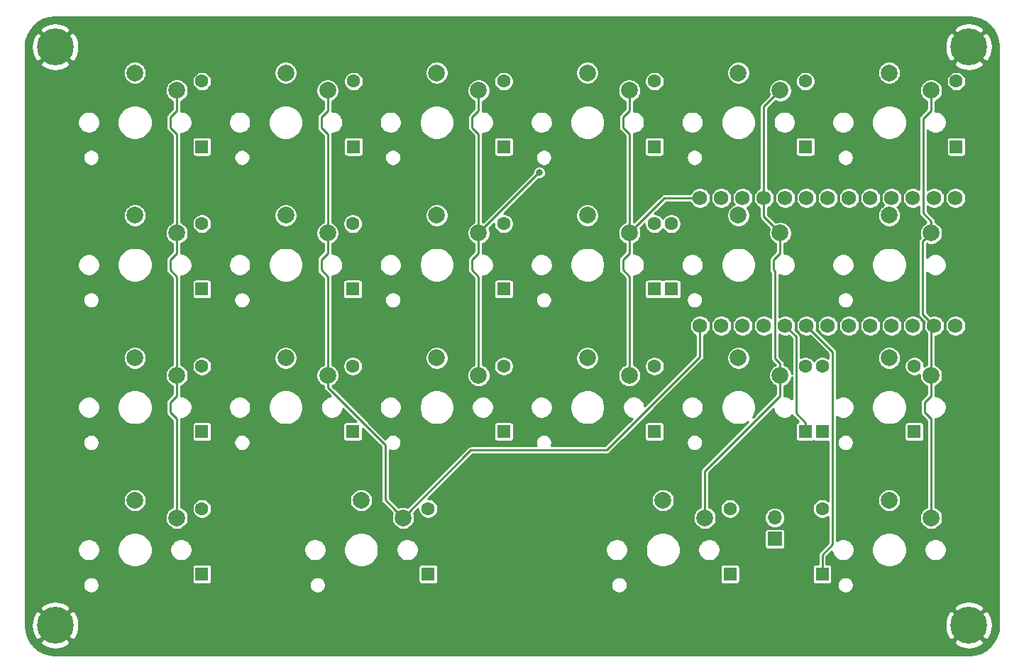
<source format=gbr>
G04 #@! TF.GenerationSoftware,KiCad,Pcbnew,(5.1.4)-1*
G04 #@! TF.CreationDate,2020-12-10T17:36:51-06:00*
G04 #@! TF.ProjectId,tenjuepad,74656e6a-7565-4706-9164-2e6b69636164,rev?*
G04 #@! TF.SameCoordinates,Original*
G04 #@! TF.FileFunction,Copper,L1,Top*
G04 #@! TF.FilePolarity,Positive*
%FSLAX46Y46*%
G04 Gerber Fmt 4.6, Leading zero omitted, Abs format (unit mm)*
G04 Created by KiCad (PCBNEW (5.1.4)-1) date 2020-12-10 17:36:51*
%MOMM*%
%LPD*%
G04 APERTURE LIST*
%ADD10C,1.752600*%
%ADD11O,1.700000X1.700000*%
%ADD12R,1.700000X1.700000*%
%ADD13C,0.700000*%
%ADD14C,4.400000*%
%ADD15C,2.000000*%
%ADD16R,1.600000X1.600000*%
%ADD17C,1.600000*%
%ADD18C,0.800000*%
%ADD19C,0.250000*%
%ADD20C,0.254000*%
G04 APERTURE END LIST*
D10*
X297910000Y-178270000D03*
X297910000Y-163030000D03*
X295370000Y-163030000D03*
X267430000Y-178270000D03*
X292830000Y-163030000D03*
X290290000Y-163030000D03*
X287750000Y-163030000D03*
X285210000Y-163030000D03*
X282670000Y-163030000D03*
X280130000Y-163030000D03*
X277590000Y-163030000D03*
X275050000Y-163030000D03*
X272510000Y-163030000D03*
X269970000Y-163030000D03*
X267430000Y-163030000D03*
X269970000Y-178270000D03*
X272510000Y-178270000D03*
X275050000Y-178270000D03*
X277590000Y-178270000D03*
X280130000Y-178270000D03*
X282670000Y-178270000D03*
X285210000Y-178270000D03*
X287750000Y-178270000D03*
X290290000Y-178270000D03*
X292830000Y-178270000D03*
X295370000Y-178270000D03*
D11*
X276352000Y-201168000D03*
D12*
X276352000Y-203708000D03*
D13*
X191666726Y-143833274D03*
X190500000Y-143350000D03*
X189333274Y-143833274D03*
X188850000Y-145000000D03*
X189333274Y-146166726D03*
X190500000Y-146650000D03*
X191666726Y-146166726D03*
X192150000Y-145000000D03*
D14*
X190500000Y-145000000D03*
D13*
X191666726Y-212833274D03*
X190500000Y-212350000D03*
X189333274Y-212833274D03*
X188850000Y-214000000D03*
X189333274Y-215166726D03*
X190500000Y-215650000D03*
X191666726Y-215166726D03*
X192150000Y-214000000D03*
D14*
X190500000Y-214000000D03*
D13*
X300666726Y-212833274D03*
X299500000Y-212350000D03*
X298333274Y-212833274D03*
X297850000Y-214000000D03*
X298333274Y-215166726D03*
X299500000Y-215650000D03*
X300666726Y-215166726D03*
X301150000Y-214000000D03*
D14*
X299500000Y-214000000D03*
D13*
X300666726Y-143833274D03*
X299500000Y-143350000D03*
X298333274Y-143833274D03*
X297850000Y-145000000D03*
X298333274Y-146166726D03*
X299500000Y-146650000D03*
X300666726Y-146166726D03*
X301150000Y-145000000D03*
D14*
X299500000Y-145000000D03*
D15*
X295000000Y-201200000D03*
X290000000Y-199100000D03*
X268000000Y-201200000D03*
X263000000Y-199100000D03*
X232000000Y-201200000D03*
X227000000Y-199100000D03*
X205000000Y-201200000D03*
X200000000Y-199100000D03*
X295000000Y-184200000D03*
X290000000Y-182100000D03*
X277000000Y-184200000D03*
X272000000Y-182100000D03*
X259000000Y-184200000D03*
X254000000Y-182100000D03*
X241000000Y-184200000D03*
X236000000Y-182100000D03*
X223000000Y-184200000D03*
X218000000Y-182100000D03*
X205000000Y-184200000D03*
X200000000Y-182100000D03*
X295000000Y-167200000D03*
X290000000Y-165100000D03*
X277000000Y-167200000D03*
X272000000Y-165100000D03*
X259000000Y-167200000D03*
X254000000Y-165100000D03*
X241000000Y-167200000D03*
X236000000Y-165100000D03*
X223000000Y-167200000D03*
X218000000Y-165100000D03*
X205000000Y-167200000D03*
X200000000Y-165100000D03*
X295000000Y-150200000D03*
X290000000Y-148100000D03*
X277000000Y-150200000D03*
X272000000Y-148100000D03*
X259000000Y-150200000D03*
X254000000Y-148100000D03*
X241000000Y-150200000D03*
X236000000Y-148100000D03*
X223000000Y-150200000D03*
X218000000Y-148100000D03*
X205000000Y-150200000D03*
X200000000Y-148100000D03*
D16*
X282000000Y-207900000D03*
D17*
X282000000Y-200100000D03*
D16*
X271000000Y-207900000D03*
D17*
X271000000Y-200100000D03*
D16*
X235000000Y-207900000D03*
D17*
X235000000Y-200100000D03*
D16*
X208000000Y-207900000D03*
D17*
X208000000Y-200100000D03*
D16*
X282000000Y-190900000D03*
D17*
X282000000Y-183100000D03*
D16*
X280000000Y-190900000D03*
D17*
X280000000Y-183100000D03*
D16*
X262000000Y-190900000D03*
D17*
X262000000Y-183100000D03*
D16*
X244000000Y-190900000D03*
D17*
X244000000Y-183100000D03*
D16*
X226000000Y-190900000D03*
D17*
X226000000Y-183100000D03*
D16*
X208000000Y-190900000D03*
D17*
X208000000Y-183100000D03*
D16*
X293000000Y-190900000D03*
D17*
X293000000Y-183100000D03*
D16*
X264000000Y-173900000D03*
D17*
X264000000Y-166100000D03*
D16*
X262000000Y-173900000D03*
D17*
X262000000Y-166100000D03*
D16*
X244000000Y-173900000D03*
D17*
X244000000Y-166100000D03*
D16*
X226000000Y-173900000D03*
D17*
X226000000Y-166100000D03*
D16*
X208000000Y-173900000D03*
D17*
X208000000Y-166100000D03*
D16*
X298000000Y-156900000D03*
D17*
X298000000Y-149100000D03*
D16*
X280000000Y-156900000D03*
D17*
X280000000Y-149100000D03*
D16*
X262000000Y-156900000D03*
D17*
X262000000Y-149100000D03*
D16*
X244000000Y-156900000D03*
D17*
X244000000Y-149100000D03*
D16*
X226100000Y-156900000D03*
D17*
X226100000Y-149100000D03*
D16*
X208000000Y-156900000D03*
D17*
X208000000Y-149100000D03*
D18*
X248250000Y-160000000D03*
X277550000Y-181000000D03*
X278050000Y-186100000D03*
X211200000Y-175250000D03*
X214350000Y-175250000D03*
X232300000Y-175200000D03*
X250250000Y-175250000D03*
D19*
X205000000Y-169612998D02*
X205000000Y-167200000D01*
X204224999Y-170387999D02*
X205000000Y-169612998D01*
X204224999Y-171612001D02*
X204224999Y-170387999D01*
X205000000Y-172387002D02*
X204224999Y-171612001D01*
X205000000Y-184200000D02*
X205000000Y-172387002D01*
X205000000Y-186612998D02*
X205000000Y-184200000D01*
X204224999Y-187387999D02*
X205000000Y-186612998D01*
X204224999Y-188612001D02*
X204224999Y-187387999D01*
X205000000Y-189387002D02*
X204224999Y-188612001D01*
X205000000Y-201200000D02*
X205000000Y-189387002D01*
X205000000Y-152612998D02*
X205000000Y-150200000D01*
X204224999Y-153387999D02*
X205000000Y-152612998D01*
X204224999Y-154612001D02*
X204224999Y-153387999D01*
X205000000Y-155387002D02*
X204224999Y-154612001D01*
X205000000Y-167200000D02*
X205000000Y-155387002D01*
X223000000Y-169612998D02*
X223000000Y-167200000D01*
X222224999Y-170387999D02*
X223000000Y-169612998D01*
X222224999Y-171612001D02*
X222224999Y-170387999D01*
X223000000Y-172387002D02*
X222224999Y-171612001D01*
X223000000Y-184200000D02*
X223000000Y-172387002D01*
X231000001Y-200200001D02*
X232000000Y-201200000D01*
X229854999Y-199054999D02*
X231000001Y-200200001D01*
X229854999Y-192469212D02*
X229854999Y-199054999D01*
X223000000Y-185614213D02*
X229854999Y-192469212D01*
X223000000Y-184200000D02*
X223000000Y-185614213D01*
X223000000Y-152612998D02*
X223000000Y-150200000D01*
X222224999Y-153387999D02*
X223000000Y-152612998D01*
X222224999Y-154612001D02*
X222224999Y-153387999D01*
X223000000Y-155387002D02*
X222224999Y-154612001D01*
X223000000Y-167200000D02*
X223000000Y-155387002D01*
X232000000Y-201200000D02*
X240074999Y-193125001D01*
X267430000Y-179509275D02*
X267430000Y-178270000D01*
X267430000Y-181957002D02*
X267430000Y-179509275D01*
X256262001Y-193125001D02*
X267430000Y-181957002D01*
X255374999Y-193125001D02*
X256262001Y-193125001D01*
X240074999Y-193125001D02*
X255374999Y-193125001D01*
X241000000Y-152612998D02*
X241000000Y-150200000D01*
X240224999Y-153387999D02*
X241000000Y-152612998D01*
X240224999Y-154612001D02*
X240224999Y-153387999D01*
X241000000Y-155387002D02*
X240224999Y-154612001D01*
X241000000Y-167200000D02*
X241000000Y-155387002D01*
X241000000Y-169612998D02*
X241000000Y-167200000D01*
X240224999Y-170387999D02*
X241000000Y-169612998D01*
X240224999Y-171612001D02*
X240224999Y-170387999D01*
X241000000Y-172387002D02*
X240224999Y-171612001D01*
X241000000Y-184200000D02*
X241000000Y-172387002D01*
X241000000Y-167200000D02*
X248200000Y-160000000D01*
X248200000Y-160000000D02*
X248250000Y-160000000D01*
X259000000Y-152612998D02*
X259000000Y-150200000D01*
X258224999Y-153387999D02*
X259000000Y-152612998D01*
X258224999Y-154612001D02*
X258224999Y-153387999D01*
X259000000Y-155387002D02*
X258224999Y-154612001D01*
X259000000Y-167200000D02*
X259000000Y-155387002D01*
X259000000Y-169612998D02*
X259000000Y-167200000D01*
X258224999Y-170387999D02*
X259000000Y-169612998D01*
X258224999Y-171612001D02*
X258224999Y-170387999D01*
X259000000Y-172387002D02*
X258224999Y-171612001D01*
X259000000Y-184200000D02*
X259000000Y-172387002D01*
X263170000Y-163030000D02*
X267430000Y-163030000D01*
X259000000Y-167200000D02*
X263170000Y-163030000D01*
X268000000Y-199785787D02*
X268000000Y-201200000D01*
X268000000Y-195612998D02*
X268000000Y-199785787D01*
X277000000Y-186612998D02*
X268000000Y-195612998D01*
X277000000Y-184200000D02*
X277000000Y-186612998D01*
X277000000Y-169612998D02*
X276224999Y-170387999D01*
X277000000Y-167200000D02*
X277000000Y-169612998D01*
X275050000Y-152150000D02*
X275050000Y-163030000D01*
X277000000Y-150200000D02*
X275050000Y-152150000D01*
X275050000Y-165250000D02*
X277000000Y-167200000D01*
X275050000Y-163030000D02*
X275050000Y-165250000D01*
X277000000Y-182785787D02*
X277000000Y-184200000D01*
X276388699Y-182174486D02*
X277000000Y-182785787D01*
X276388699Y-171775701D02*
X276388699Y-182174486D01*
X276224999Y-171612001D02*
X276388699Y-171775701D01*
X276224999Y-170387999D02*
X276224999Y-171612001D01*
X295000000Y-186612998D02*
X295000000Y-184200000D01*
X294224999Y-187387999D02*
X295000000Y-186612998D01*
X294224999Y-188612001D02*
X294224999Y-187387999D01*
X295000000Y-189387002D02*
X294224999Y-188612001D01*
X295000000Y-201200000D02*
X295000000Y-189387002D01*
X295000000Y-184200000D02*
X295000000Y-180200000D01*
X295000000Y-178640000D02*
X295370000Y-178270000D01*
X295000000Y-184200000D02*
X295000000Y-178640000D01*
X294000001Y-168199999D02*
X295000000Y-167200000D01*
X294000000Y-176900000D02*
X294000001Y-168199999D01*
X295370000Y-178270000D02*
X294000000Y-176900000D01*
X295000000Y-152612998D02*
X295000000Y-150200000D01*
X294031301Y-153581697D02*
X295000000Y-152612998D01*
X294031301Y-164817088D02*
X294031301Y-153581697D01*
X295000000Y-165785787D02*
X294031301Y-164817088D01*
X295000000Y-167200000D02*
X295000000Y-165785787D01*
X280000000Y-189850000D02*
X278874999Y-188724999D01*
X280000000Y-190900000D02*
X280000000Y-189850000D01*
X278874999Y-188724999D02*
X278874999Y-181085001D01*
X278874999Y-179554999D02*
X277590000Y-178270000D01*
X278874999Y-181085001D02*
X278874999Y-179554999D01*
X282000000Y-205612998D02*
X282000000Y-207900000D01*
X283224999Y-204387999D02*
X282000000Y-205612998D01*
X283224999Y-181364999D02*
X280130000Y-178270000D01*
X283224999Y-184275001D02*
X283224999Y-181364999D01*
X283224999Y-184275001D02*
X283224999Y-204387999D01*
D20*
G36*
X190405708Y-141474040D02*
G01*
X190476374Y-141481000D01*
X299523626Y-141481000D01*
X299594292Y-141474040D01*
X299673336Y-141450062D01*
X300192819Y-141500998D01*
X300859257Y-141702208D01*
X301473911Y-142029026D01*
X302013384Y-142469009D01*
X302457123Y-143005398D01*
X302788225Y-143617760D01*
X302994079Y-144282768D01*
X303050909Y-144823463D01*
X303025960Y-144905709D01*
X303019000Y-144976375D01*
X303019001Y-214023626D01*
X303025961Y-214094292D01*
X303049938Y-214173333D01*
X302999002Y-214692819D01*
X302797793Y-215359255D01*
X302470975Y-215973911D01*
X302030989Y-216513386D01*
X301494602Y-216957123D01*
X300882245Y-217288223D01*
X300217232Y-217494079D01*
X299676538Y-217550909D01*
X299594292Y-217525960D01*
X299523626Y-217519000D01*
X190476374Y-217519000D01*
X190405708Y-217525960D01*
X190326664Y-217549938D01*
X189807181Y-217499002D01*
X189140745Y-217297793D01*
X188526089Y-216970975D01*
X187986614Y-216530989D01*
X187542877Y-215994602D01*
X187540268Y-215989775D01*
X188689830Y-215989775D01*
X188929976Y-216377018D01*
X189423877Y-216637641D01*
X189959133Y-216796901D01*
X190515174Y-216848678D01*
X191070632Y-216790981D01*
X191604161Y-216626028D01*
X192070024Y-216377018D01*
X192310170Y-215989775D01*
X297689830Y-215989775D01*
X297929976Y-216377018D01*
X298423877Y-216637641D01*
X298959133Y-216796901D01*
X299515174Y-216848678D01*
X300070632Y-216790981D01*
X300604161Y-216626028D01*
X301070024Y-216377018D01*
X301310170Y-215989775D01*
X299500000Y-214179605D01*
X297689830Y-215989775D01*
X192310170Y-215989775D01*
X190500000Y-214179605D01*
X188689830Y-215989775D01*
X187540268Y-215989775D01*
X187211777Y-215382245D01*
X187005921Y-214717232D01*
X186949091Y-214176538D01*
X186974040Y-214094292D01*
X186981000Y-214023626D01*
X186981000Y-214015174D01*
X187651322Y-214015174D01*
X187709019Y-214570632D01*
X187873972Y-215104161D01*
X188122982Y-215570024D01*
X188510225Y-215810170D01*
X190320395Y-214000000D01*
X190679605Y-214000000D01*
X192489775Y-215810170D01*
X192877018Y-215570024D01*
X193137641Y-215076123D01*
X193296901Y-214540867D01*
X193345852Y-214015174D01*
X296651322Y-214015174D01*
X296709019Y-214570632D01*
X296873972Y-215104161D01*
X297122982Y-215570024D01*
X297510225Y-215810170D01*
X299320395Y-214000000D01*
X299679605Y-214000000D01*
X301489775Y-215810170D01*
X301877018Y-215570024D01*
X302137641Y-215076123D01*
X302296901Y-214540867D01*
X302348678Y-213984826D01*
X302290981Y-213429368D01*
X302126028Y-212895839D01*
X301877018Y-212429976D01*
X301489775Y-212189830D01*
X299679605Y-214000000D01*
X299320395Y-214000000D01*
X297510225Y-212189830D01*
X297122982Y-212429976D01*
X296862359Y-212923877D01*
X296703099Y-213459133D01*
X296651322Y-214015174D01*
X193345852Y-214015174D01*
X193348678Y-213984826D01*
X193290981Y-213429368D01*
X193126028Y-212895839D01*
X192877018Y-212429976D01*
X192489775Y-212189830D01*
X190679605Y-214000000D01*
X190320395Y-214000000D01*
X188510225Y-212189830D01*
X188122982Y-212429976D01*
X187862359Y-212923877D01*
X187703099Y-213459133D01*
X187651322Y-214015174D01*
X186981000Y-214015174D01*
X186981000Y-212010225D01*
X188689830Y-212010225D01*
X190500000Y-213820395D01*
X192310170Y-212010225D01*
X297689830Y-212010225D01*
X299500000Y-213820395D01*
X301310170Y-212010225D01*
X301070024Y-211622982D01*
X300576123Y-211362359D01*
X300040867Y-211203099D01*
X299484826Y-211151322D01*
X298929368Y-211209019D01*
X298395839Y-211373972D01*
X297929976Y-211622982D01*
X297689830Y-212010225D01*
X192310170Y-212010225D01*
X192070024Y-211622982D01*
X191576123Y-211362359D01*
X191040867Y-211203099D01*
X190484826Y-211151322D01*
X189929368Y-211209019D01*
X189395839Y-211373972D01*
X188929976Y-211622982D01*
X188689830Y-212010225D01*
X186981000Y-212010225D01*
X186981000Y-209103380D01*
X193799000Y-209103380D01*
X193799000Y-209296620D01*
X193836699Y-209486147D01*
X193910649Y-209664678D01*
X194018007Y-209825351D01*
X194154649Y-209961993D01*
X194315322Y-210069351D01*
X194493853Y-210143301D01*
X194683380Y-210181000D01*
X194876620Y-210181000D01*
X195066147Y-210143301D01*
X195244678Y-210069351D01*
X195405351Y-209961993D01*
X195541993Y-209825351D01*
X195649351Y-209664678D01*
X195723301Y-209486147D01*
X195761000Y-209296620D01*
X195761000Y-209103380D01*
X220799000Y-209103380D01*
X220799000Y-209296620D01*
X220836699Y-209486147D01*
X220910649Y-209664678D01*
X221018007Y-209825351D01*
X221154649Y-209961993D01*
X221315322Y-210069351D01*
X221493853Y-210143301D01*
X221683380Y-210181000D01*
X221876620Y-210181000D01*
X222066147Y-210143301D01*
X222244678Y-210069351D01*
X222405351Y-209961993D01*
X222541993Y-209825351D01*
X222649351Y-209664678D01*
X222723301Y-209486147D01*
X222761000Y-209296620D01*
X222761000Y-209103380D01*
X256799000Y-209103380D01*
X256799000Y-209296620D01*
X256836699Y-209486147D01*
X256910649Y-209664678D01*
X257018007Y-209825351D01*
X257154649Y-209961993D01*
X257315322Y-210069351D01*
X257493853Y-210143301D01*
X257683380Y-210181000D01*
X257876620Y-210181000D01*
X258066147Y-210143301D01*
X258244678Y-210069351D01*
X258405351Y-209961993D01*
X258541993Y-209825351D01*
X258649351Y-209664678D01*
X258723301Y-209486147D01*
X258761000Y-209296620D01*
X258761000Y-209103380D01*
X283799000Y-209103380D01*
X283799000Y-209296620D01*
X283836699Y-209486147D01*
X283910649Y-209664678D01*
X284018007Y-209825351D01*
X284154649Y-209961993D01*
X284315322Y-210069351D01*
X284493853Y-210143301D01*
X284683380Y-210181000D01*
X284876620Y-210181000D01*
X285066147Y-210143301D01*
X285244678Y-210069351D01*
X285405351Y-209961993D01*
X285541993Y-209825351D01*
X285649351Y-209664678D01*
X285723301Y-209486147D01*
X285761000Y-209296620D01*
X285761000Y-209103380D01*
X285723301Y-208913853D01*
X285649351Y-208735322D01*
X285541993Y-208574649D01*
X285405351Y-208438007D01*
X285244678Y-208330649D01*
X285066147Y-208256699D01*
X284876620Y-208219000D01*
X284683380Y-208219000D01*
X284493853Y-208256699D01*
X284315322Y-208330649D01*
X284154649Y-208438007D01*
X284018007Y-208574649D01*
X283910649Y-208735322D01*
X283836699Y-208913853D01*
X283799000Y-209103380D01*
X258761000Y-209103380D01*
X258723301Y-208913853D01*
X258649351Y-208735322D01*
X258541993Y-208574649D01*
X258405351Y-208438007D01*
X258244678Y-208330649D01*
X258066147Y-208256699D01*
X257876620Y-208219000D01*
X257683380Y-208219000D01*
X257493853Y-208256699D01*
X257315322Y-208330649D01*
X257154649Y-208438007D01*
X257018007Y-208574649D01*
X256910649Y-208735322D01*
X256836699Y-208913853D01*
X256799000Y-209103380D01*
X222761000Y-209103380D01*
X222723301Y-208913853D01*
X222649351Y-208735322D01*
X222541993Y-208574649D01*
X222405351Y-208438007D01*
X222244678Y-208330649D01*
X222066147Y-208256699D01*
X221876620Y-208219000D01*
X221683380Y-208219000D01*
X221493853Y-208256699D01*
X221315322Y-208330649D01*
X221154649Y-208438007D01*
X221018007Y-208574649D01*
X220910649Y-208735322D01*
X220836699Y-208913853D01*
X220799000Y-209103380D01*
X195761000Y-209103380D01*
X195723301Y-208913853D01*
X195649351Y-208735322D01*
X195541993Y-208574649D01*
X195405351Y-208438007D01*
X195244678Y-208330649D01*
X195066147Y-208256699D01*
X194876620Y-208219000D01*
X194683380Y-208219000D01*
X194493853Y-208256699D01*
X194315322Y-208330649D01*
X194154649Y-208438007D01*
X194018007Y-208574649D01*
X193910649Y-208735322D01*
X193836699Y-208913853D01*
X193799000Y-209103380D01*
X186981000Y-209103380D01*
X186981000Y-207100000D01*
X206817157Y-207100000D01*
X206817157Y-208700000D01*
X206824513Y-208774689D01*
X206846299Y-208846508D01*
X206881678Y-208912696D01*
X206929289Y-208970711D01*
X206987304Y-209018322D01*
X207053492Y-209053701D01*
X207125311Y-209075487D01*
X207200000Y-209082843D01*
X208800000Y-209082843D01*
X208874689Y-209075487D01*
X208946508Y-209053701D01*
X209012696Y-209018322D01*
X209070711Y-208970711D01*
X209118322Y-208912696D01*
X209153701Y-208846508D01*
X209175487Y-208774689D01*
X209182843Y-208700000D01*
X209182843Y-207100000D01*
X233817157Y-207100000D01*
X233817157Y-208700000D01*
X233824513Y-208774689D01*
X233846299Y-208846508D01*
X233881678Y-208912696D01*
X233929289Y-208970711D01*
X233987304Y-209018322D01*
X234053492Y-209053701D01*
X234125311Y-209075487D01*
X234200000Y-209082843D01*
X235800000Y-209082843D01*
X235874689Y-209075487D01*
X235946508Y-209053701D01*
X236012696Y-209018322D01*
X236070711Y-208970711D01*
X236118322Y-208912696D01*
X236153701Y-208846508D01*
X236175487Y-208774689D01*
X236182843Y-208700000D01*
X236182843Y-207100000D01*
X269817157Y-207100000D01*
X269817157Y-208700000D01*
X269824513Y-208774689D01*
X269846299Y-208846508D01*
X269881678Y-208912696D01*
X269929289Y-208970711D01*
X269987304Y-209018322D01*
X270053492Y-209053701D01*
X270125311Y-209075487D01*
X270200000Y-209082843D01*
X271800000Y-209082843D01*
X271874689Y-209075487D01*
X271946508Y-209053701D01*
X272012696Y-209018322D01*
X272070711Y-208970711D01*
X272118322Y-208912696D01*
X272153701Y-208846508D01*
X272175487Y-208774689D01*
X272182843Y-208700000D01*
X272182843Y-207100000D01*
X272175487Y-207025311D01*
X272153701Y-206953492D01*
X272118322Y-206887304D01*
X272070711Y-206829289D01*
X272012696Y-206781678D01*
X271946508Y-206746299D01*
X271874689Y-206724513D01*
X271800000Y-206717157D01*
X270200000Y-206717157D01*
X270125311Y-206724513D01*
X270053492Y-206746299D01*
X269987304Y-206781678D01*
X269929289Y-206829289D01*
X269881678Y-206887304D01*
X269846299Y-206953492D01*
X269824513Y-207025311D01*
X269817157Y-207100000D01*
X236182843Y-207100000D01*
X236175487Y-207025311D01*
X236153701Y-206953492D01*
X236118322Y-206887304D01*
X236070711Y-206829289D01*
X236012696Y-206781678D01*
X235946508Y-206746299D01*
X235874689Y-206724513D01*
X235800000Y-206717157D01*
X234200000Y-206717157D01*
X234125311Y-206724513D01*
X234053492Y-206746299D01*
X233987304Y-206781678D01*
X233929289Y-206829289D01*
X233881678Y-206887304D01*
X233846299Y-206953492D01*
X233824513Y-207025311D01*
X233817157Y-207100000D01*
X209182843Y-207100000D01*
X209175487Y-207025311D01*
X209153701Y-206953492D01*
X209118322Y-206887304D01*
X209070711Y-206829289D01*
X209012696Y-206781678D01*
X208946508Y-206746299D01*
X208874689Y-206724513D01*
X208800000Y-206717157D01*
X207200000Y-206717157D01*
X207125311Y-206724513D01*
X207053492Y-206746299D01*
X206987304Y-206781678D01*
X206929289Y-206829289D01*
X206881678Y-206887304D01*
X206846299Y-206953492D01*
X206824513Y-207025311D01*
X206817157Y-207100000D01*
X186981000Y-207100000D01*
X186981000Y-204868908D01*
X193169000Y-204868908D01*
X193169000Y-205131092D01*
X193220150Y-205388238D01*
X193320483Y-205630465D01*
X193466145Y-205848463D01*
X193651537Y-206033855D01*
X193869535Y-206179517D01*
X194111762Y-206279850D01*
X194368908Y-206331000D01*
X194631092Y-206331000D01*
X194888238Y-206279850D01*
X195130465Y-206179517D01*
X195348463Y-206033855D01*
X195533855Y-205848463D01*
X195679517Y-205630465D01*
X195779850Y-205388238D01*
X195831000Y-205131092D01*
X195831000Y-204868908D01*
X195816307Y-204795039D01*
X197919000Y-204795039D01*
X197919000Y-205204961D01*
X197998972Y-205607005D01*
X198155842Y-205985723D01*
X198383582Y-206326560D01*
X198673440Y-206616418D01*
X199014277Y-206844158D01*
X199392995Y-207001028D01*
X199795039Y-207081000D01*
X200204961Y-207081000D01*
X200607005Y-207001028D01*
X200985723Y-206844158D01*
X201326560Y-206616418D01*
X201616418Y-206326560D01*
X201844158Y-205985723D01*
X202001028Y-205607005D01*
X202081000Y-205204961D01*
X202081000Y-204868908D01*
X204169000Y-204868908D01*
X204169000Y-205131092D01*
X204220150Y-205388238D01*
X204320483Y-205630465D01*
X204466145Y-205848463D01*
X204651537Y-206033855D01*
X204869535Y-206179517D01*
X205111762Y-206279850D01*
X205368908Y-206331000D01*
X205631092Y-206331000D01*
X205888238Y-206279850D01*
X206130465Y-206179517D01*
X206348463Y-206033855D01*
X206533855Y-205848463D01*
X206679517Y-205630465D01*
X206779850Y-205388238D01*
X206831000Y-205131092D01*
X206831000Y-204868908D01*
X220169000Y-204868908D01*
X220169000Y-205131092D01*
X220220150Y-205388238D01*
X220320483Y-205630465D01*
X220466145Y-205848463D01*
X220651537Y-206033855D01*
X220869535Y-206179517D01*
X221111762Y-206279850D01*
X221368908Y-206331000D01*
X221631092Y-206331000D01*
X221888238Y-206279850D01*
X222130465Y-206179517D01*
X222348463Y-206033855D01*
X222533855Y-205848463D01*
X222679517Y-205630465D01*
X222779850Y-205388238D01*
X222831000Y-205131092D01*
X222831000Y-204868908D01*
X222816307Y-204795039D01*
X224919000Y-204795039D01*
X224919000Y-205204961D01*
X224998972Y-205607005D01*
X225155842Y-205985723D01*
X225383582Y-206326560D01*
X225673440Y-206616418D01*
X226014277Y-206844158D01*
X226392995Y-207001028D01*
X226795039Y-207081000D01*
X227204961Y-207081000D01*
X227607005Y-207001028D01*
X227985723Y-206844158D01*
X228326560Y-206616418D01*
X228616418Y-206326560D01*
X228844158Y-205985723D01*
X229001028Y-205607005D01*
X229081000Y-205204961D01*
X229081000Y-204868908D01*
X231169000Y-204868908D01*
X231169000Y-205131092D01*
X231220150Y-205388238D01*
X231320483Y-205630465D01*
X231466145Y-205848463D01*
X231651537Y-206033855D01*
X231869535Y-206179517D01*
X232111762Y-206279850D01*
X232368908Y-206331000D01*
X232631092Y-206331000D01*
X232888238Y-206279850D01*
X233130465Y-206179517D01*
X233348463Y-206033855D01*
X233533855Y-205848463D01*
X233679517Y-205630465D01*
X233779850Y-205388238D01*
X233831000Y-205131092D01*
X233831000Y-204868908D01*
X256169000Y-204868908D01*
X256169000Y-205131092D01*
X256220150Y-205388238D01*
X256320483Y-205630465D01*
X256466145Y-205848463D01*
X256651537Y-206033855D01*
X256869535Y-206179517D01*
X257111762Y-206279850D01*
X257368908Y-206331000D01*
X257631092Y-206331000D01*
X257888238Y-206279850D01*
X258130465Y-206179517D01*
X258348463Y-206033855D01*
X258533855Y-205848463D01*
X258679517Y-205630465D01*
X258779850Y-205388238D01*
X258831000Y-205131092D01*
X258831000Y-204868908D01*
X258816307Y-204795039D01*
X260919000Y-204795039D01*
X260919000Y-205204961D01*
X260998972Y-205607005D01*
X261155842Y-205985723D01*
X261383582Y-206326560D01*
X261673440Y-206616418D01*
X262014277Y-206844158D01*
X262392995Y-207001028D01*
X262795039Y-207081000D01*
X263204961Y-207081000D01*
X263607005Y-207001028D01*
X263985723Y-206844158D01*
X264326560Y-206616418D01*
X264616418Y-206326560D01*
X264844158Y-205985723D01*
X265001028Y-205607005D01*
X265081000Y-205204961D01*
X265081000Y-204868908D01*
X267169000Y-204868908D01*
X267169000Y-205131092D01*
X267220150Y-205388238D01*
X267320483Y-205630465D01*
X267466145Y-205848463D01*
X267651537Y-206033855D01*
X267869535Y-206179517D01*
X268111762Y-206279850D01*
X268368908Y-206331000D01*
X268631092Y-206331000D01*
X268888238Y-206279850D01*
X269130465Y-206179517D01*
X269348463Y-206033855D01*
X269533855Y-205848463D01*
X269679517Y-205630465D01*
X269779850Y-205388238D01*
X269831000Y-205131092D01*
X269831000Y-204868908D01*
X269779850Y-204611762D01*
X269679517Y-204369535D01*
X269533855Y-204151537D01*
X269348463Y-203966145D01*
X269130465Y-203820483D01*
X268888238Y-203720150D01*
X268631092Y-203669000D01*
X268368908Y-203669000D01*
X268111762Y-203720150D01*
X267869535Y-203820483D01*
X267651537Y-203966145D01*
X267466145Y-204151537D01*
X267320483Y-204369535D01*
X267220150Y-204611762D01*
X267169000Y-204868908D01*
X265081000Y-204868908D01*
X265081000Y-204795039D01*
X265001028Y-204392995D01*
X264844158Y-204014277D01*
X264616418Y-203673440D01*
X264326560Y-203383582D01*
X263985723Y-203155842D01*
X263607005Y-202998972D01*
X263204961Y-202919000D01*
X262795039Y-202919000D01*
X262392995Y-202998972D01*
X262014277Y-203155842D01*
X261673440Y-203383582D01*
X261383582Y-203673440D01*
X261155842Y-204014277D01*
X260998972Y-204392995D01*
X260919000Y-204795039D01*
X258816307Y-204795039D01*
X258779850Y-204611762D01*
X258679517Y-204369535D01*
X258533855Y-204151537D01*
X258348463Y-203966145D01*
X258130465Y-203820483D01*
X257888238Y-203720150D01*
X257631092Y-203669000D01*
X257368908Y-203669000D01*
X257111762Y-203720150D01*
X256869535Y-203820483D01*
X256651537Y-203966145D01*
X256466145Y-204151537D01*
X256320483Y-204369535D01*
X256220150Y-204611762D01*
X256169000Y-204868908D01*
X233831000Y-204868908D01*
X233779850Y-204611762D01*
X233679517Y-204369535D01*
X233533855Y-204151537D01*
X233348463Y-203966145D01*
X233130465Y-203820483D01*
X232888238Y-203720150D01*
X232631092Y-203669000D01*
X232368908Y-203669000D01*
X232111762Y-203720150D01*
X231869535Y-203820483D01*
X231651537Y-203966145D01*
X231466145Y-204151537D01*
X231320483Y-204369535D01*
X231220150Y-204611762D01*
X231169000Y-204868908D01*
X229081000Y-204868908D01*
X229081000Y-204795039D01*
X229001028Y-204392995D01*
X228844158Y-204014277D01*
X228616418Y-203673440D01*
X228326560Y-203383582D01*
X227985723Y-203155842D01*
X227607005Y-202998972D01*
X227204961Y-202919000D01*
X226795039Y-202919000D01*
X226392995Y-202998972D01*
X226014277Y-203155842D01*
X225673440Y-203383582D01*
X225383582Y-203673440D01*
X225155842Y-204014277D01*
X224998972Y-204392995D01*
X224919000Y-204795039D01*
X222816307Y-204795039D01*
X222779850Y-204611762D01*
X222679517Y-204369535D01*
X222533855Y-204151537D01*
X222348463Y-203966145D01*
X222130465Y-203820483D01*
X221888238Y-203720150D01*
X221631092Y-203669000D01*
X221368908Y-203669000D01*
X221111762Y-203720150D01*
X220869535Y-203820483D01*
X220651537Y-203966145D01*
X220466145Y-204151537D01*
X220320483Y-204369535D01*
X220220150Y-204611762D01*
X220169000Y-204868908D01*
X206831000Y-204868908D01*
X206779850Y-204611762D01*
X206679517Y-204369535D01*
X206533855Y-204151537D01*
X206348463Y-203966145D01*
X206130465Y-203820483D01*
X205888238Y-203720150D01*
X205631092Y-203669000D01*
X205368908Y-203669000D01*
X205111762Y-203720150D01*
X204869535Y-203820483D01*
X204651537Y-203966145D01*
X204466145Y-204151537D01*
X204320483Y-204369535D01*
X204220150Y-204611762D01*
X204169000Y-204868908D01*
X202081000Y-204868908D01*
X202081000Y-204795039D01*
X202001028Y-204392995D01*
X201844158Y-204014277D01*
X201616418Y-203673440D01*
X201326560Y-203383582D01*
X200985723Y-203155842D01*
X200607005Y-202998972D01*
X200204961Y-202919000D01*
X199795039Y-202919000D01*
X199392995Y-202998972D01*
X199014277Y-203155842D01*
X198673440Y-203383582D01*
X198383582Y-203673440D01*
X198155842Y-204014277D01*
X197998972Y-204392995D01*
X197919000Y-204795039D01*
X195816307Y-204795039D01*
X195779850Y-204611762D01*
X195679517Y-204369535D01*
X195533855Y-204151537D01*
X195348463Y-203966145D01*
X195130465Y-203820483D01*
X194888238Y-203720150D01*
X194631092Y-203669000D01*
X194368908Y-203669000D01*
X194111762Y-203720150D01*
X193869535Y-203820483D01*
X193651537Y-203966145D01*
X193466145Y-204151537D01*
X193320483Y-204369535D01*
X193220150Y-204611762D01*
X193169000Y-204868908D01*
X186981000Y-204868908D01*
X186981000Y-202858000D01*
X275119157Y-202858000D01*
X275119157Y-204558000D01*
X275126513Y-204632689D01*
X275148299Y-204704508D01*
X275183678Y-204770696D01*
X275231289Y-204828711D01*
X275289304Y-204876322D01*
X275355492Y-204911701D01*
X275427311Y-204933487D01*
X275502000Y-204940843D01*
X277202000Y-204940843D01*
X277276689Y-204933487D01*
X277348508Y-204911701D01*
X277414696Y-204876322D01*
X277472711Y-204828711D01*
X277520322Y-204770696D01*
X277555701Y-204704508D01*
X277577487Y-204632689D01*
X277584843Y-204558000D01*
X277584843Y-202858000D01*
X277577487Y-202783311D01*
X277555701Y-202711492D01*
X277520322Y-202645304D01*
X277472711Y-202587289D01*
X277414696Y-202539678D01*
X277348508Y-202504299D01*
X277276689Y-202482513D01*
X277202000Y-202475157D01*
X275502000Y-202475157D01*
X275427311Y-202482513D01*
X275355492Y-202504299D01*
X275289304Y-202539678D01*
X275231289Y-202587289D01*
X275183678Y-202645304D01*
X275148299Y-202711492D01*
X275126513Y-202783311D01*
X275119157Y-202858000D01*
X186981000Y-202858000D01*
X186981000Y-198963983D01*
X198619000Y-198963983D01*
X198619000Y-199236017D01*
X198672071Y-199502823D01*
X198776174Y-199754149D01*
X198927307Y-199980336D01*
X199119664Y-200172693D01*
X199345851Y-200323826D01*
X199597177Y-200427929D01*
X199863983Y-200481000D01*
X200136017Y-200481000D01*
X200402823Y-200427929D01*
X200654149Y-200323826D01*
X200880336Y-200172693D01*
X201072693Y-199980336D01*
X201223826Y-199754149D01*
X201327929Y-199502823D01*
X201381000Y-199236017D01*
X201381000Y-198963983D01*
X201327929Y-198697177D01*
X201223826Y-198445851D01*
X201072693Y-198219664D01*
X200880336Y-198027307D01*
X200654149Y-197876174D01*
X200402823Y-197772071D01*
X200136017Y-197719000D01*
X199863983Y-197719000D01*
X199597177Y-197772071D01*
X199345851Y-197876174D01*
X199119664Y-198027307D01*
X198927307Y-198219664D01*
X198776174Y-198445851D01*
X198672071Y-198697177D01*
X198619000Y-198963983D01*
X186981000Y-198963983D01*
X186981000Y-192103380D01*
X193799000Y-192103380D01*
X193799000Y-192296620D01*
X193836699Y-192486147D01*
X193910649Y-192664678D01*
X194018007Y-192825351D01*
X194154649Y-192961993D01*
X194315322Y-193069351D01*
X194493853Y-193143301D01*
X194683380Y-193181000D01*
X194876620Y-193181000D01*
X195066147Y-193143301D01*
X195244678Y-193069351D01*
X195405351Y-192961993D01*
X195541993Y-192825351D01*
X195649351Y-192664678D01*
X195723301Y-192486147D01*
X195761000Y-192296620D01*
X195761000Y-192103380D01*
X195723301Y-191913853D01*
X195649351Y-191735322D01*
X195541993Y-191574649D01*
X195405351Y-191438007D01*
X195244678Y-191330649D01*
X195066147Y-191256699D01*
X194876620Y-191219000D01*
X194683380Y-191219000D01*
X194493853Y-191256699D01*
X194315322Y-191330649D01*
X194154649Y-191438007D01*
X194018007Y-191574649D01*
X193910649Y-191735322D01*
X193836699Y-191913853D01*
X193799000Y-192103380D01*
X186981000Y-192103380D01*
X186981000Y-187868908D01*
X193169000Y-187868908D01*
X193169000Y-188131092D01*
X193220150Y-188388238D01*
X193320483Y-188630465D01*
X193466145Y-188848463D01*
X193651537Y-189033855D01*
X193869535Y-189179517D01*
X194111762Y-189279850D01*
X194368908Y-189331000D01*
X194631092Y-189331000D01*
X194888238Y-189279850D01*
X195130465Y-189179517D01*
X195348463Y-189033855D01*
X195533855Y-188848463D01*
X195679517Y-188630465D01*
X195779850Y-188388238D01*
X195831000Y-188131092D01*
X195831000Y-187868908D01*
X195816307Y-187795039D01*
X197919000Y-187795039D01*
X197919000Y-188204961D01*
X197998972Y-188607005D01*
X198155842Y-188985723D01*
X198383582Y-189326560D01*
X198673440Y-189616418D01*
X199014277Y-189844158D01*
X199392995Y-190001028D01*
X199795039Y-190081000D01*
X200204961Y-190081000D01*
X200607005Y-190001028D01*
X200985723Y-189844158D01*
X201326560Y-189616418D01*
X201616418Y-189326560D01*
X201844158Y-188985723D01*
X202001028Y-188607005D01*
X202081000Y-188204961D01*
X202081000Y-187795039D01*
X202001028Y-187392995D01*
X201844158Y-187014277D01*
X201616418Y-186673440D01*
X201326560Y-186383582D01*
X200985723Y-186155842D01*
X200607005Y-185998972D01*
X200204961Y-185919000D01*
X199795039Y-185919000D01*
X199392995Y-185998972D01*
X199014277Y-186155842D01*
X198673440Y-186383582D01*
X198383582Y-186673440D01*
X198155842Y-187014277D01*
X197998972Y-187392995D01*
X197919000Y-187795039D01*
X195816307Y-187795039D01*
X195779850Y-187611762D01*
X195679517Y-187369535D01*
X195533855Y-187151537D01*
X195348463Y-186966145D01*
X195130465Y-186820483D01*
X194888238Y-186720150D01*
X194631092Y-186669000D01*
X194368908Y-186669000D01*
X194111762Y-186720150D01*
X193869535Y-186820483D01*
X193651537Y-186966145D01*
X193466145Y-187151537D01*
X193320483Y-187369535D01*
X193220150Y-187611762D01*
X193169000Y-187868908D01*
X186981000Y-187868908D01*
X186981000Y-181963983D01*
X198619000Y-181963983D01*
X198619000Y-182236017D01*
X198672071Y-182502823D01*
X198776174Y-182754149D01*
X198927307Y-182980336D01*
X199119664Y-183172693D01*
X199345851Y-183323826D01*
X199597177Y-183427929D01*
X199863983Y-183481000D01*
X200136017Y-183481000D01*
X200402823Y-183427929D01*
X200654149Y-183323826D01*
X200880336Y-183172693D01*
X201072693Y-182980336D01*
X201223826Y-182754149D01*
X201327929Y-182502823D01*
X201381000Y-182236017D01*
X201381000Y-181963983D01*
X201327929Y-181697177D01*
X201223826Y-181445851D01*
X201072693Y-181219664D01*
X200880336Y-181027307D01*
X200654149Y-180876174D01*
X200402823Y-180772071D01*
X200136017Y-180719000D01*
X199863983Y-180719000D01*
X199597177Y-180772071D01*
X199345851Y-180876174D01*
X199119664Y-181027307D01*
X198927307Y-181219664D01*
X198776174Y-181445851D01*
X198672071Y-181697177D01*
X198619000Y-181963983D01*
X186981000Y-181963983D01*
X186981000Y-175103380D01*
X193799000Y-175103380D01*
X193799000Y-175296620D01*
X193836699Y-175486147D01*
X193910649Y-175664678D01*
X194018007Y-175825351D01*
X194154649Y-175961993D01*
X194315322Y-176069351D01*
X194493853Y-176143301D01*
X194683380Y-176181000D01*
X194876620Y-176181000D01*
X195066147Y-176143301D01*
X195244678Y-176069351D01*
X195405351Y-175961993D01*
X195541993Y-175825351D01*
X195649351Y-175664678D01*
X195723301Y-175486147D01*
X195761000Y-175296620D01*
X195761000Y-175103380D01*
X195723301Y-174913853D01*
X195649351Y-174735322D01*
X195541993Y-174574649D01*
X195405351Y-174438007D01*
X195244678Y-174330649D01*
X195066147Y-174256699D01*
X194876620Y-174219000D01*
X194683380Y-174219000D01*
X194493853Y-174256699D01*
X194315322Y-174330649D01*
X194154649Y-174438007D01*
X194018007Y-174574649D01*
X193910649Y-174735322D01*
X193836699Y-174913853D01*
X193799000Y-175103380D01*
X186981000Y-175103380D01*
X186981000Y-170868908D01*
X193169000Y-170868908D01*
X193169000Y-171131092D01*
X193220150Y-171388238D01*
X193320483Y-171630465D01*
X193466145Y-171848463D01*
X193651537Y-172033855D01*
X193869535Y-172179517D01*
X194111762Y-172279850D01*
X194368908Y-172331000D01*
X194631092Y-172331000D01*
X194888238Y-172279850D01*
X195130465Y-172179517D01*
X195348463Y-172033855D01*
X195533855Y-171848463D01*
X195679517Y-171630465D01*
X195779850Y-171388238D01*
X195831000Y-171131092D01*
X195831000Y-170868908D01*
X195816307Y-170795039D01*
X197919000Y-170795039D01*
X197919000Y-171204961D01*
X197998972Y-171607005D01*
X198155842Y-171985723D01*
X198383582Y-172326560D01*
X198673440Y-172616418D01*
X199014277Y-172844158D01*
X199392995Y-173001028D01*
X199795039Y-173081000D01*
X200204961Y-173081000D01*
X200607005Y-173001028D01*
X200985723Y-172844158D01*
X201326560Y-172616418D01*
X201616418Y-172326560D01*
X201844158Y-171985723D01*
X202001028Y-171607005D01*
X202081000Y-171204961D01*
X202081000Y-170795039D01*
X202001028Y-170392995D01*
X201844158Y-170014277D01*
X201616418Y-169673440D01*
X201326560Y-169383582D01*
X200985723Y-169155842D01*
X200607005Y-168998972D01*
X200204961Y-168919000D01*
X199795039Y-168919000D01*
X199392995Y-168998972D01*
X199014277Y-169155842D01*
X198673440Y-169383582D01*
X198383582Y-169673440D01*
X198155842Y-170014277D01*
X197998972Y-170392995D01*
X197919000Y-170795039D01*
X195816307Y-170795039D01*
X195779850Y-170611762D01*
X195679517Y-170369535D01*
X195533855Y-170151537D01*
X195348463Y-169966145D01*
X195130465Y-169820483D01*
X194888238Y-169720150D01*
X194631092Y-169669000D01*
X194368908Y-169669000D01*
X194111762Y-169720150D01*
X193869535Y-169820483D01*
X193651537Y-169966145D01*
X193466145Y-170151537D01*
X193320483Y-170369535D01*
X193220150Y-170611762D01*
X193169000Y-170868908D01*
X186981000Y-170868908D01*
X186981000Y-164963983D01*
X198619000Y-164963983D01*
X198619000Y-165236017D01*
X198672071Y-165502823D01*
X198776174Y-165754149D01*
X198927307Y-165980336D01*
X199119664Y-166172693D01*
X199345851Y-166323826D01*
X199597177Y-166427929D01*
X199863983Y-166481000D01*
X200136017Y-166481000D01*
X200402823Y-166427929D01*
X200654149Y-166323826D01*
X200880336Y-166172693D01*
X201072693Y-165980336D01*
X201223826Y-165754149D01*
X201327929Y-165502823D01*
X201381000Y-165236017D01*
X201381000Y-164963983D01*
X201327929Y-164697177D01*
X201223826Y-164445851D01*
X201072693Y-164219664D01*
X200880336Y-164027307D01*
X200654149Y-163876174D01*
X200402823Y-163772071D01*
X200136017Y-163719000D01*
X199863983Y-163719000D01*
X199597177Y-163772071D01*
X199345851Y-163876174D01*
X199119664Y-164027307D01*
X198927307Y-164219664D01*
X198776174Y-164445851D01*
X198672071Y-164697177D01*
X198619000Y-164963983D01*
X186981000Y-164963983D01*
X186981000Y-158103380D01*
X193799000Y-158103380D01*
X193799000Y-158296620D01*
X193836699Y-158486147D01*
X193910649Y-158664678D01*
X194018007Y-158825351D01*
X194154649Y-158961993D01*
X194315322Y-159069351D01*
X194493853Y-159143301D01*
X194683380Y-159181000D01*
X194876620Y-159181000D01*
X195066147Y-159143301D01*
X195244678Y-159069351D01*
X195405351Y-158961993D01*
X195541993Y-158825351D01*
X195649351Y-158664678D01*
X195723301Y-158486147D01*
X195761000Y-158296620D01*
X195761000Y-158103380D01*
X195723301Y-157913853D01*
X195649351Y-157735322D01*
X195541993Y-157574649D01*
X195405351Y-157438007D01*
X195244678Y-157330649D01*
X195066147Y-157256699D01*
X194876620Y-157219000D01*
X194683380Y-157219000D01*
X194493853Y-157256699D01*
X194315322Y-157330649D01*
X194154649Y-157438007D01*
X194018007Y-157574649D01*
X193910649Y-157735322D01*
X193836699Y-157913853D01*
X193799000Y-158103380D01*
X186981000Y-158103380D01*
X186981000Y-153868908D01*
X193169000Y-153868908D01*
X193169000Y-154131092D01*
X193220150Y-154388238D01*
X193320483Y-154630465D01*
X193466145Y-154848463D01*
X193651537Y-155033855D01*
X193869535Y-155179517D01*
X194111762Y-155279850D01*
X194368908Y-155331000D01*
X194631092Y-155331000D01*
X194888238Y-155279850D01*
X195130465Y-155179517D01*
X195348463Y-155033855D01*
X195533855Y-154848463D01*
X195679517Y-154630465D01*
X195779850Y-154388238D01*
X195831000Y-154131092D01*
X195831000Y-153868908D01*
X195816307Y-153795039D01*
X197919000Y-153795039D01*
X197919000Y-154204961D01*
X197998972Y-154607005D01*
X198155842Y-154985723D01*
X198383582Y-155326560D01*
X198673440Y-155616418D01*
X199014277Y-155844158D01*
X199392995Y-156001028D01*
X199795039Y-156081000D01*
X200204961Y-156081000D01*
X200607005Y-156001028D01*
X200985723Y-155844158D01*
X201326560Y-155616418D01*
X201616418Y-155326560D01*
X201844158Y-154985723D01*
X202001028Y-154607005D01*
X202081000Y-154204961D01*
X202081000Y-153795039D01*
X202001028Y-153392995D01*
X201844158Y-153014277D01*
X201616418Y-152673440D01*
X201326560Y-152383582D01*
X200985723Y-152155842D01*
X200607005Y-151998972D01*
X200204961Y-151919000D01*
X199795039Y-151919000D01*
X199392995Y-151998972D01*
X199014277Y-152155842D01*
X198673440Y-152383582D01*
X198383582Y-152673440D01*
X198155842Y-153014277D01*
X197998972Y-153392995D01*
X197919000Y-153795039D01*
X195816307Y-153795039D01*
X195779850Y-153611762D01*
X195679517Y-153369535D01*
X195533855Y-153151537D01*
X195348463Y-152966145D01*
X195130465Y-152820483D01*
X194888238Y-152720150D01*
X194631092Y-152669000D01*
X194368908Y-152669000D01*
X194111762Y-152720150D01*
X193869535Y-152820483D01*
X193651537Y-152966145D01*
X193466145Y-153151537D01*
X193320483Y-153369535D01*
X193220150Y-153611762D01*
X193169000Y-153868908D01*
X186981000Y-153868908D01*
X186981000Y-150063983D01*
X203619000Y-150063983D01*
X203619000Y-150336017D01*
X203672071Y-150602823D01*
X203776174Y-150854149D01*
X203927307Y-151080336D01*
X204119664Y-151272693D01*
X204345851Y-151423826D01*
X204494000Y-151485192D01*
X204494000Y-152403406D01*
X203884779Y-153012628D01*
X203865473Y-153028472D01*
X203802241Y-153105520D01*
X203777644Y-153151537D01*
X203755254Y-153193425D01*
X203726321Y-153288807D01*
X203716552Y-153387999D01*
X203719000Y-153412855D01*
X203718999Y-154587154D01*
X203716552Y-154612001D01*
X203718999Y-154636847D01*
X203718999Y-154636854D01*
X203726321Y-154711193D01*
X203755254Y-154806575D01*
X203802240Y-154894480D01*
X203865472Y-154971528D01*
X203884784Y-154987377D01*
X204494001Y-155596595D01*
X204494000Y-165914808D01*
X204345851Y-165976174D01*
X204119664Y-166127307D01*
X203927307Y-166319664D01*
X203776174Y-166545851D01*
X203672071Y-166797177D01*
X203619000Y-167063983D01*
X203619000Y-167336017D01*
X203672071Y-167602823D01*
X203776174Y-167854149D01*
X203927307Y-168080336D01*
X204119664Y-168272693D01*
X204345851Y-168423826D01*
X204494000Y-168485192D01*
X204494000Y-169403406D01*
X203884779Y-170012628D01*
X203865473Y-170028472D01*
X203802241Y-170105520D01*
X203777644Y-170151537D01*
X203755254Y-170193425D01*
X203726321Y-170288807D01*
X203716552Y-170387999D01*
X203719000Y-170412855D01*
X203718999Y-171587154D01*
X203716552Y-171612001D01*
X203718999Y-171636847D01*
X203718999Y-171636854D01*
X203726321Y-171711193D01*
X203755254Y-171806575D01*
X203802240Y-171894480D01*
X203865472Y-171971528D01*
X203884784Y-171987377D01*
X204494001Y-172596595D01*
X204494000Y-182914808D01*
X204345851Y-182976174D01*
X204119664Y-183127307D01*
X203927307Y-183319664D01*
X203776174Y-183545851D01*
X203672071Y-183797177D01*
X203619000Y-184063983D01*
X203619000Y-184336017D01*
X203672071Y-184602823D01*
X203776174Y-184854149D01*
X203927307Y-185080336D01*
X204119664Y-185272693D01*
X204345851Y-185423826D01*
X204494000Y-185485192D01*
X204494000Y-186403406D01*
X203884779Y-187012628D01*
X203865473Y-187028472D01*
X203802241Y-187105520D01*
X203777644Y-187151537D01*
X203755254Y-187193425D01*
X203726321Y-187288807D01*
X203716552Y-187387999D01*
X203719000Y-187412855D01*
X203718999Y-188587154D01*
X203716552Y-188612001D01*
X203718999Y-188636847D01*
X203718999Y-188636854D01*
X203726321Y-188711193D01*
X203755254Y-188806575D01*
X203802240Y-188894480D01*
X203865472Y-188971528D01*
X203884784Y-188987377D01*
X204494001Y-189596595D01*
X204494000Y-199914808D01*
X204345851Y-199976174D01*
X204119664Y-200127307D01*
X203927307Y-200319664D01*
X203776174Y-200545851D01*
X203672071Y-200797177D01*
X203619000Y-201063983D01*
X203619000Y-201336017D01*
X203672071Y-201602823D01*
X203776174Y-201854149D01*
X203927307Y-202080336D01*
X204119664Y-202272693D01*
X204345851Y-202423826D01*
X204597177Y-202527929D01*
X204863983Y-202581000D01*
X205136017Y-202581000D01*
X205402823Y-202527929D01*
X205654149Y-202423826D01*
X205880336Y-202272693D01*
X206072693Y-202080336D01*
X206223826Y-201854149D01*
X206327929Y-201602823D01*
X206381000Y-201336017D01*
X206381000Y-201063983D01*
X206327929Y-200797177D01*
X206223826Y-200545851D01*
X206072693Y-200319664D01*
X205880336Y-200127307D01*
X205665386Y-199983682D01*
X206819000Y-199983682D01*
X206819000Y-200216318D01*
X206864386Y-200444485D01*
X206953412Y-200659413D01*
X207082658Y-200852843D01*
X207247157Y-201017342D01*
X207440587Y-201146588D01*
X207655515Y-201235614D01*
X207883682Y-201281000D01*
X208116318Y-201281000D01*
X208344485Y-201235614D01*
X208559413Y-201146588D01*
X208752843Y-201017342D01*
X208917342Y-200852843D01*
X209046588Y-200659413D01*
X209135614Y-200444485D01*
X209181000Y-200216318D01*
X209181000Y-199983682D01*
X209135614Y-199755515D01*
X209046588Y-199540587D01*
X208917342Y-199347157D01*
X208752843Y-199182658D01*
X208559413Y-199053412D01*
X208344485Y-198964386D01*
X208342460Y-198963983D01*
X225619000Y-198963983D01*
X225619000Y-199236017D01*
X225672071Y-199502823D01*
X225776174Y-199754149D01*
X225927307Y-199980336D01*
X226119664Y-200172693D01*
X226345851Y-200323826D01*
X226597177Y-200427929D01*
X226863983Y-200481000D01*
X227136017Y-200481000D01*
X227402823Y-200427929D01*
X227654149Y-200323826D01*
X227880336Y-200172693D01*
X228072693Y-199980336D01*
X228223826Y-199754149D01*
X228327929Y-199502823D01*
X228381000Y-199236017D01*
X228381000Y-198963983D01*
X228327929Y-198697177D01*
X228223826Y-198445851D01*
X228072693Y-198219664D01*
X227880336Y-198027307D01*
X227654149Y-197876174D01*
X227402823Y-197772071D01*
X227136017Y-197719000D01*
X226863983Y-197719000D01*
X226597177Y-197772071D01*
X226345851Y-197876174D01*
X226119664Y-198027307D01*
X225927307Y-198219664D01*
X225776174Y-198445851D01*
X225672071Y-198697177D01*
X225619000Y-198963983D01*
X208342460Y-198963983D01*
X208116318Y-198919000D01*
X207883682Y-198919000D01*
X207655515Y-198964386D01*
X207440587Y-199053412D01*
X207247157Y-199182658D01*
X207082658Y-199347157D01*
X206953412Y-199540587D01*
X206864386Y-199755515D01*
X206819000Y-199983682D01*
X205665386Y-199983682D01*
X205654149Y-199976174D01*
X205506000Y-199914808D01*
X205506000Y-192103380D01*
X211799000Y-192103380D01*
X211799000Y-192296620D01*
X211836699Y-192486147D01*
X211910649Y-192664678D01*
X212018007Y-192825351D01*
X212154649Y-192961993D01*
X212315322Y-193069351D01*
X212493853Y-193143301D01*
X212683380Y-193181000D01*
X212876620Y-193181000D01*
X213066147Y-193143301D01*
X213244678Y-193069351D01*
X213405351Y-192961993D01*
X213541993Y-192825351D01*
X213649351Y-192664678D01*
X213723301Y-192486147D01*
X213761000Y-192296620D01*
X213761000Y-192103380D01*
X213723301Y-191913853D01*
X213649351Y-191735322D01*
X213541993Y-191574649D01*
X213405351Y-191438007D01*
X213244678Y-191330649D01*
X213066147Y-191256699D01*
X212876620Y-191219000D01*
X212683380Y-191219000D01*
X212493853Y-191256699D01*
X212315322Y-191330649D01*
X212154649Y-191438007D01*
X212018007Y-191574649D01*
X211910649Y-191735322D01*
X211836699Y-191913853D01*
X211799000Y-192103380D01*
X205506000Y-192103380D01*
X205506000Y-190100000D01*
X206817157Y-190100000D01*
X206817157Y-191700000D01*
X206824513Y-191774689D01*
X206846299Y-191846508D01*
X206881678Y-191912696D01*
X206929289Y-191970711D01*
X206987304Y-192018322D01*
X207053492Y-192053701D01*
X207125311Y-192075487D01*
X207200000Y-192082843D01*
X208800000Y-192082843D01*
X208874689Y-192075487D01*
X208946508Y-192053701D01*
X209012696Y-192018322D01*
X209070711Y-191970711D01*
X209118322Y-191912696D01*
X209153701Y-191846508D01*
X209175487Y-191774689D01*
X209182843Y-191700000D01*
X209182843Y-190100000D01*
X209175487Y-190025311D01*
X209153701Y-189953492D01*
X209118322Y-189887304D01*
X209070711Y-189829289D01*
X209012696Y-189781678D01*
X208946508Y-189746299D01*
X208874689Y-189724513D01*
X208800000Y-189717157D01*
X207200000Y-189717157D01*
X207125311Y-189724513D01*
X207053492Y-189746299D01*
X206987304Y-189781678D01*
X206929289Y-189829289D01*
X206881678Y-189887304D01*
X206846299Y-189953492D01*
X206824513Y-190025311D01*
X206817157Y-190100000D01*
X205506000Y-190100000D01*
X205506000Y-189411856D01*
X205508448Y-189387002D01*
X205502932Y-189331000D01*
X205631092Y-189331000D01*
X205888238Y-189279850D01*
X206130465Y-189179517D01*
X206348463Y-189033855D01*
X206533855Y-188848463D01*
X206679517Y-188630465D01*
X206779850Y-188388238D01*
X206831000Y-188131092D01*
X206831000Y-187868908D01*
X211169000Y-187868908D01*
X211169000Y-188131092D01*
X211220150Y-188388238D01*
X211320483Y-188630465D01*
X211466145Y-188848463D01*
X211651537Y-189033855D01*
X211869535Y-189179517D01*
X212111762Y-189279850D01*
X212368908Y-189331000D01*
X212631092Y-189331000D01*
X212888238Y-189279850D01*
X213130465Y-189179517D01*
X213348463Y-189033855D01*
X213533855Y-188848463D01*
X213679517Y-188630465D01*
X213779850Y-188388238D01*
X213831000Y-188131092D01*
X213831000Y-187868908D01*
X213816307Y-187795039D01*
X215919000Y-187795039D01*
X215919000Y-188204961D01*
X215998972Y-188607005D01*
X216155842Y-188985723D01*
X216383582Y-189326560D01*
X216673440Y-189616418D01*
X217014277Y-189844158D01*
X217392995Y-190001028D01*
X217795039Y-190081000D01*
X218204961Y-190081000D01*
X218607005Y-190001028D01*
X218985723Y-189844158D01*
X219326560Y-189616418D01*
X219616418Y-189326560D01*
X219844158Y-188985723D01*
X220001028Y-188607005D01*
X220081000Y-188204961D01*
X220081000Y-187795039D01*
X220001028Y-187392995D01*
X219844158Y-187014277D01*
X219616418Y-186673440D01*
X219326560Y-186383582D01*
X218985723Y-186155842D01*
X218607005Y-185998972D01*
X218204961Y-185919000D01*
X217795039Y-185919000D01*
X217392995Y-185998972D01*
X217014277Y-186155842D01*
X216673440Y-186383582D01*
X216383582Y-186673440D01*
X216155842Y-187014277D01*
X215998972Y-187392995D01*
X215919000Y-187795039D01*
X213816307Y-187795039D01*
X213779850Y-187611762D01*
X213679517Y-187369535D01*
X213533855Y-187151537D01*
X213348463Y-186966145D01*
X213130465Y-186820483D01*
X212888238Y-186720150D01*
X212631092Y-186669000D01*
X212368908Y-186669000D01*
X212111762Y-186720150D01*
X211869535Y-186820483D01*
X211651537Y-186966145D01*
X211466145Y-187151537D01*
X211320483Y-187369535D01*
X211220150Y-187611762D01*
X211169000Y-187868908D01*
X206831000Y-187868908D01*
X206779850Y-187611762D01*
X206679517Y-187369535D01*
X206533855Y-187151537D01*
X206348463Y-186966145D01*
X206130465Y-186820483D01*
X205888238Y-186720150D01*
X205631092Y-186669000D01*
X205502932Y-186669000D01*
X205506000Y-186637852D01*
X205506000Y-186637851D01*
X205508448Y-186612998D01*
X205506000Y-186588144D01*
X205506000Y-185485192D01*
X205654149Y-185423826D01*
X205880336Y-185272693D01*
X206072693Y-185080336D01*
X206223826Y-184854149D01*
X206327929Y-184602823D01*
X206381000Y-184336017D01*
X206381000Y-184063983D01*
X206327929Y-183797177D01*
X206223826Y-183545851D01*
X206072693Y-183319664D01*
X205880336Y-183127307D01*
X205665386Y-182983682D01*
X206819000Y-182983682D01*
X206819000Y-183216318D01*
X206864386Y-183444485D01*
X206953412Y-183659413D01*
X207082658Y-183852843D01*
X207247157Y-184017342D01*
X207440587Y-184146588D01*
X207655515Y-184235614D01*
X207883682Y-184281000D01*
X208116318Y-184281000D01*
X208344485Y-184235614D01*
X208559413Y-184146588D01*
X208752843Y-184017342D01*
X208917342Y-183852843D01*
X209046588Y-183659413D01*
X209135614Y-183444485D01*
X209181000Y-183216318D01*
X209181000Y-182983682D01*
X209135614Y-182755515D01*
X209046588Y-182540587D01*
X208917342Y-182347157D01*
X208752843Y-182182658D01*
X208559413Y-182053412D01*
X208344485Y-181964386D01*
X208342460Y-181963983D01*
X216619000Y-181963983D01*
X216619000Y-182236017D01*
X216672071Y-182502823D01*
X216776174Y-182754149D01*
X216927307Y-182980336D01*
X217119664Y-183172693D01*
X217345851Y-183323826D01*
X217597177Y-183427929D01*
X217863983Y-183481000D01*
X218136017Y-183481000D01*
X218402823Y-183427929D01*
X218654149Y-183323826D01*
X218880336Y-183172693D01*
X219072693Y-182980336D01*
X219223826Y-182754149D01*
X219327929Y-182502823D01*
X219381000Y-182236017D01*
X219381000Y-181963983D01*
X219327929Y-181697177D01*
X219223826Y-181445851D01*
X219072693Y-181219664D01*
X218880336Y-181027307D01*
X218654149Y-180876174D01*
X218402823Y-180772071D01*
X218136017Y-180719000D01*
X217863983Y-180719000D01*
X217597177Y-180772071D01*
X217345851Y-180876174D01*
X217119664Y-181027307D01*
X216927307Y-181219664D01*
X216776174Y-181445851D01*
X216672071Y-181697177D01*
X216619000Y-181963983D01*
X208342460Y-181963983D01*
X208116318Y-181919000D01*
X207883682Y-181919000D01*
X207655515Y-181964386D01*
X207440587Y-182053412D01*
X207247157Y-182182658D01*
X207082658Y-182347157D01*
X206953412Y-182540587D01*
X206864386Y-182755515D01*
X206819000Y-182983682D01*
X205665386Y-182983682D01*
X205654149Y-182976174D01*
X205506000Y-182914808D01*
X205506000Y-175103380D01*
X211799000Y-175103380D01*
X211799000Y-175296620D01*
X211836699Y-175486147D01*
X211910649Y-175664678D01*
X212018007Y-175825351D01*
X212154649Y-175961993D01*
X212315322Y-176069351D01*
X212493853Y-176143301D01*
X212683380Y-176181000D01*
X212876620Y-176181000D01*
X213066147Y-176143301D01*
X213244678Y-176069351D01*
X213405351Y-175961993D01*
X213541993Y-175825351D01*
X213649351Y-175664678D01*
X213723301Y-175486147D01*
X213761000Y-175296620D01*
X213761000Y-175103380D01*
X213723301Y-174913853D01*
X213649351Y-174735322D01*
X213541993Y-174574649D01*
X213405351Y-174438007D01*
X213244678Y-174330649D01*
X213066147Y-174256699D01*
X212876620Y-174219000D01*
X212683380Y-174219000D01*
X212493853Y-174256699D01*
X212315322Y-174330649D01*
X212154649Y-174438007D01*
X212018007Y-174574649D01*
X211910649Y-174735322D01*
X211836699Y-174913853D01*
X211799000Y-175103380D01*
X205506000Y-175103380D01*
X205506000Y-173100000D01*
X206817157Y-173100000D01*
X206817157Y-174700000D01*
X206824513Y-174774689D01*
X206846299Y-174846508D01*
X206881678Y-174912696D01*
X206929289Y-174970711D01*
X206987304Y-175018322D01*
X207053492Y-175053701D01*
X207125311Y-175075487D01*
X207200000Y-175082843D01*
X208800000Y-175082843D01*
X208874689Y-175075487D01*
X208946508Y-175053701D01*
X209012696Y-175018322D01*
X209070711Y-174970711D01*
X209118322Y-174912696D01*
X209153701Y-174846508D01*
X209175487Y-174774689D01*
X209182843Y-174700000D01*
X209182843Y-173100000D01*
X209175487Y-173025311D01*
X209153701Y-172953492D01*
X209118322Y-172887304D01*
X209070711Y-172829289D01*
X209012696Y-172781678D01*
X208946508Y-172746299D01*
X208874689Y-172724513D01*
X208800000Y-172717157D01*
X207200000Y-172717157D01*
X207125311Y-172724513D01*
X207053492Y-172746299D01*
X206987304Y-172781678D01*
X206929289Y-172829289D01*
X206881678Y-172887304D01*
X206846299Y-172953492D01*
X206824513Y-173025311D01*
X206817157Y-173100000D01*
X205506000Y-173100000D01*
X205506000Y-172411856D01*
X205508448Y-172387002D01*
X205502932Y-172331000D01*
X205631092Y-172331000D01*
X205888238Y-172279850D01*
X206130465Y-172179517D01*
X206348463Y-172033855D01*
X206533855Y-171848463D01*
X206679517Y-171630465D01*
X206779850Y-171388238D01*
X206831000Y-171131092D01*
X206831000Y-170868908D01*
X211169000Y-170868908D01*
X211169000Y-171131092D01*
X211220150Y-171388238D01*
X211320483Y-171630465D01*
X211466145Y-171848463D01*
X211651537Y-172033855D01*
X211869535Y-172179517D01*
X212111762Y-172279850D01*
X212368908Y-172331000D01*
X212631092Y-172331000D01*
X212888238Y-172279850D01*
X213130465Y-172179517D01*
X213348463Y-172033855D01*
X213533855Y-171848463D01*
X213679517Y-171630465D01*
X213779850Y-171388238D01*
X213831000Y-171131092D01*
X213831000Y-170868908D01*
X213816307Y-170795039D01*
X215919000Y-170795039D01*
X215919000Y-171204961D01*
X215998972Y-171607005D01*
X216155842Y-171985723D01*
X216383582Y-172326560D01*
X216673440Y-172616418D01*
X217014277Y-172844158D01*
X217392995Y-173001028D01*
X217795039Y-173081000D01*
X218204961Y-173081000D01*
X218607005Y-173001028D01*
X218985723Y-172844158D01*
X219326560Y-172616418D01*
X219616418Y-172326560D01*
X219844158Y-171985723D01*
X220001028Y-171607005D01*
X220081000Y-171204961D01*
X220081000Y-170795039D01*
X220001028Y-170392995D01*
X219844158Y-170014277D01*
X219616418Y-169673440D01*
X219326560Y-169383582D01*
X218985723Y-169155842D01*
X218607005Y-168998972D01*
X218204961Y-168919000D01*
X217795039Y-168919000D01*
X217392995Y-168998972D01*
X217014277Y-169155842D01*
X216673440Y-169383582D01*
X216383582Y-169673440D01*
X216155842Y-170014277D01*
X215998972Y-170392995D01*
X215919000Y-170795039D01*
X213816307Y-170795039D01*
X213779850Y-170611762D01*
X213679517Y-170369535D01*
X213533855Y-170151537D01*
X213348463Y-169966145D01*
X213130465Y-169820483D01*
X212888238Y-169720150D01*
X212631092Y-169669000D01*
X212368908Y-169669000D01*
X212111762Y-169720150D01*
X211869535Y-169820483D01*
X211651537Y-169966145D01*
X211466145Y-170151537D01*
X211320483Y-170369535D01*
X211220150Y-170611762D01*
X211169000Y-170868908D01*
X206831000Y-170868908D01*
X206779850Y-170611762D01*
X206679517Y-170369535D01*
X206533855Y-170151537D01*
X206348463Y-169966145D01*
X206130465Y-169820483D01*
X205888238Y-169720150D01*
X205631092Y-169669000D01*
X205502932Y-169669000D01*
X205506000Y-169637852D01*
X205506000Y-169637851D01*
X205508448Y-169612998D01*
X205506000Y-169588144D01*
X205506000Y-168485192D01*
X205654149Y-168423826D01*
X205880336Y-168272693D01*
X206072693Y-168080336D01*
X206223826Y-167854149D01*
X206327929Y-167602823D01*
X206381000Y-167336017D01*
X206381000Y-167063983D01*
X206327929Y-166797177D01*
X206223826Y-166545851D01*
X206072693Y-166319664D01*
X205880336Y-166127307D01*
X205665386Y-165983682D01*
X206819000Y-165983682D01*
X206819000Y-166216318D01*
X206864386Y-166444485D01*
X206953412Y-166659413D01*
X207082658Y-166852843D01*
X207247157Y-167017342D01*
X207440587Y-167146588D01*
X207655515Y-167235614D01*
X207883682Y-167281000D01*
X208116318Y-167281000D01*
X208344485Y-167235614D01*
X208559413Y-167146588D01*
X208752843Y-167017342D01*
X208917342Y-166852843D01*
X209046588Y-166659413D01*
X209135614Y-166444485D01*
X209181000Y-166216318D01*
X209181000Y-165983682D01*
X209135614Y-165755515D01*
X209046588Y-165540587D01*
X208917342Y-165347157D01*
X208752843Y-165182658D01*
X208559413Y-165053412D01*
X208344485Y-164964386D01*
X208342460Y-164963983D01*
X216619000Y-164963983D01*
X216619000Y-165236017D01*
X216672071Y-165502823D01*
X216776174Y-165754149D01*
X216927307Y-165980336D01*
X217119664Y-166172693D01*
X217345851Y-166323826D01*
X217597177Y-166427929D01*
X217863983Y-166481000D01*
X218136017Y-166481000D01*
X218402823Y-166427929D01*
X218654149Y-166323826D01*
X218880336Y-166172693D01*
X219072693Y-165980336D01*
X219223826Y-165754149D01*
X219327929Y-165502823D01*
X219381000Y-165236017D01*
X219381000Y-164963983D01*
X219327929Y-164697177D01*
X219223826Y-164445851D01*
X219072693Y-164219664D01*
X218880336Y-164027307D01*
X218654149Y-163876174D01*
X218402823Y-163772071D01*
X218136017Y-163719000D01*
X217863983Y-163719000D01*
X217597177Y-163772071D01*
X217345851Y-163876174D01*
X217119664Y-164027307D01*
X216927307Y-164219664D01*
X216776174Y-164445851D01*
X216672071Y-164697177D01*
X216619000Y-164963983D01*
X208342460Y-164963983D01*
X208116318Y-164919000D01*
X207883682Y-164919000D01*
X207655515Y-164964386D01*
X207440587Y-165053412D01*
X207247157Y-165182658D01*
X207082658Y-165347157D01*
X206953412Y-165540587D01*
X206864386Y-165755515D01*
X206819000Y-165983682D01*
X205665386Y-165983682D01*
X205654149Y-165976174D01*
X205506000Y-165914808D01*
X205506000Y-158103380D01*
X211799000Y-158103380D01*
X211799000Y-158296620D01*
X211836699Y-158486147D01*
X211910649Y-158664678D01*
X212018007Y-158825351D01*
X212154649Y-158961993D01*
X212315322Y-159069351D01*
X212493853Y-159143301D01*
X212683380Y-159181000D01*
X212876620Y-159181000D01*
X213066147Y-159143301D01*
X213244678Y-159069351D01*
X213405351Y-158961993D01*
X213541993Y-158825351D01*
X213649351Y-158664678D01*
X213723301Y-158486147D01*
X213761000Y-158296620D01*
X213761000Y-158103380D01*
X213723301Y-157913853D01*
X213649351Y-157735322D01*
X213541993Y-157574649D01*
X213405351Y-157438007D01*
X213244678Y-157330649D01*
X213066147Y-157256699D01*
X212876620Y-157219000D01*
X212683380Y-157219000D01*
X212493853Y-157256699D01*
X212315322Y-157330649D01*
X212154649Y-157438007D01*
X212018007Y-157574649D01*
X211910649Y-157735322D01*
X211836699Y-157913853D01*
X211799000Y-158103380D01*
X205506000Y-158103380D01*
X205506000Y-156100000D01*
X206817157Y-156100000D01*
X206817157Y-157700000D01*
X206824513Y-157774689D01*
X206846299Y-157846508D01*
X206881678Y-157912696D01*
X206929289Y-157970711D01*
X206987304Y-158018322D01*
X207053492Y-158053701D01*
X207125311Y-158075487D01*
X207200000Y-158082843D01*
X208800000Y-158082843D01*
X208874689Y-158075487D01*
X208946508Y-158053701D01*
X209012696Y-158018322D01*
X209070711Y-157970711D01*
X209118322Y-157912696D01*
X209153701Y-157846508D01*
X209175487Y-157774689D01*
X209182843Y-157700000D01*
X209182843Y-156100000D01*
X209175487Y-156025311D01*
X209153701Y-155953492D01*
X209118322Y-155887304D01*
X209070711Y-155829289D01*
X209012696Y-155781678D01*
X208946508Y-155746299D01*
X208874689Y-155724513D01*
X208800000Y-155717157D01*
X207200000Y-155717157D01*
X207125311Y-155724513D01*
X207053492Y-155746299D01*
X206987304Y-155781678D01*
X206929289Y-155829289D01*
X206881678Y-155887304D01*
X206846299Y-155953492D01*
X206824513Y-156025311D01*
X206817157Y-156100000D01*
X205506000Y-156100000D01*
X205506000Y-155411856D01*
X205508448Y-155387002D01*
X205502932Y-155331000D01*
X205631092Y-155331000D01*
X205888238Y-155279850D01*
X206130465Y-155179517D01*
X206348463Y-155033855D01*
X206533855Y-154848463D01*
X206679517Y-154630465D01*
X206779850Y-154388238D01*
X206831000Y-154131092D01*
X206831000Y-153868908D01*
X211169000Y-153868908D01*
X211169000Y-154131092D01*
X211220150Y-154388238D01*
X211320483Y-154630465D01*
X211466145Y-154848463D01*
X211651537Y-155033855D01*
X211869535Y-155179517D01*
X212111762Y-155279850D01*
X212368908Y-155331000D01*
X212631092Y-155331000D01*
X212888238Y-155279850D01*
X213130465Y-155179517D01*
X213348463Y-155033855D01*
X213533855Y-154848463D01*
X213679517Y-154630465D01*
X213779850Y-154388238D01*
X213831000Y-154131092D01*
X213831000Y-153868908D01*
X213816307Y-153795039D01*
X215919000Y-153795039D01*
X215919000Y-154204961D01*
X215998972Y-154607005D01*
X216155842Y-154985723D01*
X216383582Y-155326560D01*
X216673440Y-155616418D01*
X217014277Y-155844158D01*
X217392995Y-156001028D01*
X217795039Y-156081000D01*
X218204961Y-156081000D01*
X218607005Y-156001028D01*
X218985723Y-155844158D01*
X219326560Y-155616418D01*
X219616418Y-155326560D01*
X219844158Y-154985723D01*
X220001028Y-154607005D01*
X220081000Y-154204961D01*
X220081000Y-153795039D01*
X220001028Y-153392995D01*
X219844158Y-153014277D01*
X219616418Y-152673440D01*
X219326560Y-152383582D01*
X218985723Y-152155842D01*
X218607005Y-151998972D01*
X218204961Y-151919000D01*
X217795039Y-151919000D01*
X217392995Y-151998972D01*
X217014277Y-152155842D01*
X216673440Y-152383582D01*
X216383582Y-152673440D01*
X216155842Y-153014277D01*
X215998972Y-153392995D01*
X215919000Y-153795039D01*
X213816307Y-153795039D01*
X213779850Y-153611762D01*
X213679517Y-153369535D01*
X213533855Y-153151537D01*
X213348463Y-152966145D01*
X213130465Y-152820483D01*
X212888238Y-152720150D01*
X212631092Y-152669000D01*
X212368908Y-152669000D01*
X212111762Y-152720150D01*
X211869535Y-152820483D01*
X211651537Y-152966145D01*
X211466145Y-153151537D01*
X211320483Y-153369535D01*
X211220150Y-153611762D01*
X211169000Y-153868908D01*
X206831000Y-153868908D01*
X206779850Y-153611762D01*
X206679517Y-153369535D01*
X206533855Y-153151537D01*
X206348463Y-152966145D01*
X206130465Y-152820483D01*
X205888238Y-152720150D01*
X205631092Y-152669000D01*
X205502932Y-152669000D01*
X205506000Y-152637852D01*
X205506000Y-152637851D01*
X205508448Y-152612998D01*
X205506000Y-152588144D01*
X205506000Y-151485192D01*
X205654149Y-151423826D01*
X205880336Y-151272693D01*
X206072693Y-151080336D01*
X206223826Y-150854149D01*
X206327929Y-150602823D01*
X206381000Y-150336017D01*
X206381000Y-150063983D01*
X206327929Y-149797177D01*
X206223826Y-149545851D01*
X206072693Y-149319664D01*
X205880336Y-149127307D01*
X205665386Y-148983682D01*
X206819000Y-148983682D01*
X206819000Y-149216318D01*
X206864386Y-149444485D01*
X206953412Y-149659413D01*
X207082658Y-149852843D01*
X207247157Y-150017342D01*
X207440587Y-150146588D01*
X207655515Y-150235614D01*
X207883682Y-150281000D01*
X208116318Y-150281000D01*
X208344485Y-150235614D01*
X208559413Y-150146588D01*
X208683039Y-150063983D01*
X221619000Y-150063983D01*
X221619000Y-150336017D01*
X221672071Y-150602823D01*
X221776174Y-150854149D01*
X221927307Y-151080336D01*
X222119664Y-151272693D01*
X222345851Y-151423826D01*
X222494000Y-151485192D01*
X222494000Y-152403406D01*
X221884779Y-153012628D01*
X221865473Y-153028472D01*
X221802241Y-153105520D01*
X221777644Y-153151537D01*
X221755254Y-153193425D01*
X221726321Y-153288807D01*
X221716552Y-153387999D01*
X221719000Y-153412855D01*
X221718999Y-154587154D01*
X221716552Y-154612001D01*
X221718999Y-154636847D01*
X221718999Y-154636854D01*
X221726321Y-154711193D01*
X221755254Y-154806575D01*
X221802240Y-154894480D01*
X221865472Y-154971528D01*
X221884784Y-154987377D01*
X222494001Y-155596595D01*
X222494000Y-165914808D01*
X222345851Y-165976174D01*
X222119664Y-166127307D01*
X221927307Y-166319664D01*
X221776174Y-166545851D01*
X221672071Y-166797177D01*
X221619000Y-167063983D01*
X221619000Y-167336017D01*
X221672071Y-167602823D01*
X221776174Y-167854149D01*
X221927307Y-168080336D01*
X222119664Y-168272693D01*
X222345851Y-168423826D01*
X222494000Y-168485192D01*
X222494000Y-169403406D01*
X221884779Y-170012628D01*
X221865473Y-170028472D01*
X221802241Y-170105520D01*
X221777644Y-170151537D01*
X221755254Y-170193425D01*
X221726321Y-170288807D01*
X221716552Y-170387999D01*
X221719000Y-170412855D01*
X221718999Y-171587154D01*
X221716552Y-171612001D01*
X221718999Y-171636847D01*
X221718999Y-171636854D01*
X221726321Y-171711193D01*
X221755254Y-171806575D01*
X221802240Y-171894480D01*
X221865472Y-171971528D01*
X221884784Y-171987377D01*
X222494001Y-172596595D01*
X222494000Y-182914808D01*
X222345851Y-182976174D01*
X222119664Y-183127307D01*
X221927307Y-183319664D01*
X221776174Y-183545851D01*
X221672071Y-183797177D01*
X221619000Y-184063983D01*
X221619000Y-184336017D01*
X221672071Y-184602823D01*
X221776174Y-184854149D01*
X221927307Y-185080336D01*
X222119664Y-185272693D01*
X222345851Y-185423826D01*
X222494001Y-185485192D01*
X222494001Y-185589357D01*
X222491553Y-185614213D01*
X222501322Y-185713405D01*
X222530255Y-185808787D01*
X222530256Y-185808788D01*
X222577242Y-185896692D01*
X222640474Y-185973740D01*
X222659781Y-185989585D01*
X223344125Y-186673930D01*
X223111762Y-186720150D01*
X222869535Y-186820483D01*
X222651537Y-186966145D01*
X222466145Y-187151537D01*
X222320483Y-187369535D01*
X222220150Y-187611762D01*
X222169000Y-187868908D01*
X222169000Y-188131092D01*
X222220150Y-188388238D01*
X222320483Y-188630465D01*
X222466145Y-188848463D01*
X222651537Y-189033855D01*
X222869535Y-189179517D01*
X223111762Y-189279850D01*
X223368908Y-189331000D01*
X223631092Y-189331000D01*
X223888238Y-189279850D01*
X224130465Y-189179517D01*
X224348463Y-189033855D01*
X224533855Y-188848463D01*
X224679517Y-188630465D01*
X224779850Y-188388238D01*
X224826070Y-188155875D01*
X226387352Y-189717157D01*
X225200000Y-189717157D01*
X225125311Y-189724513D01*
X225053492Y-189746299D01*
X224987304Y-189781678D01*
X224929289Y-189829289D01*
X224881678Y-189887304D01*
X224846299Y-189953492D01*
X224824513Y-190025311D01*
X224817157Y-190100000D01*
X224817157Y-191700000D01*
X224824513Y-191774689D01*
X224846299Y-191846508D01*
X224881678Y-191912696D01*
X224929289Y-191970711D01*
X224987304Y-192018322D01*
X225053492Y-192053701D01*
X225125311Y-192075487D01*
X225200000Y-192082843D01*
X226800000Y-192082843D01*
X226874689Y-192075487D01*
X226946508Y-192053701D01*
X227012696Y-192018322D01*
X227070711Y-191970711D01*
X227118322Y-191912696D01*
X227153701Y-191846508D01*
X227175487Y-191774689D01*
X227182843Y-191700000D01*
X227182843Y-190512648D01*
X229348999Y-192678804D01*
X229349000Y-199030143D01*
X229346552Y-199054999D01*
X229356321Y-199154191D01*
X229385254Y-199249573D01*
X229385255Y-199249574D01*
X229432241Y-199337478D01*
X229495473Y-199414526D01*
X229514779Y-199430370D01*
X230659779Y-200575371D01*
X230659784Y-200575375D01*
X230733437Y-200649028D01*
X230672071Y-200797177D01*
X230619000Y-201063983D01*
X230619000Y-201336017D01*
X230672071Y-201602823D01*
X230776174Y-201854149D01*
X230927307Y-202080336D01*
X231119664Y-202272693D01*
X231345851Y-202423826D01*
X231597177Y-202527929D01*
X231863983Y-202581000D01*
X232136017Y-202581000D01*
X232402823Y-202527929D01*
X232654149Y-202423826D01*
X232880336Y-202272693D01*
X233072693Y-202080336D01*
X233223826Y-201854149D01*
X233327929Y-201602823D01*
X233381000Y-201336017D01*
X233381000Y-201063983D01*
X233327929Y-200797177D01*
X233266563Y-200649028D01*
X233819000Y-200096591D01*
X233819000Y-200216318D01*
X233864386Y-200444485D01*
X233953412Y-200659413D01*
X234082658Y-200852843D01*
X234247157Y-201017342D01*
X234440587Y-201146588D01*
X234655515Y-201235614D01*
X234883682Y-201281000D01*
X235116318Y-201281000D01*
X235344485Y-201235614D01*
X235559413Y-201146588D01*
X235683039Y-201063983D01*
X266619000Y-201063983D01*
X266619000Y-201336017D01*
X266672071Y-201602823D01*
X266776174Y-201854149D01*
X266927307Y-202080336D01*
X267119664Y-202272693D01*
X267345851Y-202423826D01*
X267597177Y-202527929D01*
X267863983Y-202581000D01*
X268136017Y-202581000D01*
X268402823Y-202527929D01*
X268654149Y-202423826D01*
X268880336Y-202272693D01*
X269072693Y-202080336D01*
X269223826Y-201854149D01*
X269327929Y-201602823D01*
X269381000Y-201336017D01*
X269381000Y-201063983D01*
X269327929Y-200797177D01*
X269223826Y-200545851D01*
X269072693Y-200319664D01*
X268880336Y-200127307D01*
X268665386Y-199983682D01*
X269819000Y-199983682D01*
X269819000Y-200216318D01*
X269864386Y-200444485D01*
X269953412Y-200659413D01*
X270082658Y-200852843D01*
X270247157Y-201017342D01*
X270440587Y-201146588D01*
X270655515Y-201235614D01*
X270883682Y-201281000D01*
X271116318Y-201281000D01*
X271344485Y-201235614D01*
X271507719Y-201168000D01*
X275115044Y-201168000D01*
X275138812Y-201409318D01*
X275209202Y-201641363D01*
X275323509Y-201855216D01*
X275477340Y-202042660D01*
X275664784Y-202196491D01*
X275878637Y-202310798D01*
X276110682Y-202381188D01*
X276291528Y-202399000D01*
X276412472Y-202399000D01*
X276593318Y-202381188D01*
X276825363Y-202310798D01*
X277039216Y-202196491D01*
X277226660Y-202042660D01*
X277380491Y-201855216D01*
X277494798Y-201641363D01*
X277565188Y-201409318D01*
X277588956Y-201168000D01*
X277565188Y-200926682D01*
X277494798Y-200694637D01*
X277380491Y-200480784D01*
X277226660Y-200293340D01*
X277039216Y-200139509D01*
X276825363Y-200025202D01*
X276593318Y-199954812D01*
X276412472Y-199937000D01*
X276291528Y-199937000D01*
X276110682Y-199954812D01*
X275878637Y-200025202D01*
X275664784Y-200139509D01*
X275477340Y-200293340D01*
X275323509Y-200480784D01*
X275209202Y-200694637D01*
X275138812Y-200926682D01*
X275115044Y-201168000D01*
X271507719Y-201168000D01*
X271559413Y-201146588D01*
X271752843Y-201017342D01*
X271917342Y-200852843D01*
X272046588Y-200659413D01*
X272135614Y-200444485D01*
X272181000Y-200216318D01*
X272181000Y-199983682D01*
X272135614Y-199755515D01*
X272046588Y-199540587D01*
X271917342Y-199347157D01*
X271752843Y-199182658D01*
X271559413Y-199053412D01*
X271344485Y-198964386D01*
X271116318Y-198919000D01*
X270883682Y-198919000D01*
X270655515Y-198964386D01*
X270440587Y-199053412D01*
X270247157Y-199182658D01*
X270082658Y-199347157D01*
X269953412Y-199540587D01*
X269864386Y-199755515D01*
X269819000Y-199983682D01*
X268665386Y-199983682D01*
X268654149Y-199976174D01*
X268506000Y-199914808D01*
X268506000Y-195822589D01*
X276173728Y-188154862D01*
X276220150Y-188388238D01*
X276320483Y-188630465D01*
X276466145Y-188848463D01*
X276651537Y-189033855D01*
X276869535Y-189179517D01*
X277111762Y-189279850D01*
X277368908Y-189331000D01*
X277631092Y-189331000D01*
X277888238Y-189279850D01*
X278130465Y-189179517D01*
X278348463Y-189033855D01*
X278425280Y-188957038D01*
X278452240Y-189007478D01*
X278515472Y-189084526D01*
X278534784Y-189100375D01*
X279155908Y-189721500D01*
X279125311Y-189724513D01*
X279053492Y-189746299D01*
X278987304Y-189781678D01*
X278929289Y-189829289D01*
X278881678Y-189887304D01*
X278846299Y-189953492D01*
X278824513Y-190025311D01*
X278817157Y-190100000D01*
X278817157Y-191700000D01*
X278824513Y-191774689D01*
X278846299Y-191846508D01*
X278881678Y-191912696D01*
X278929289Y-191970711D01*
X278987304Y-192018322D01*
X279053492Y-192053701D01*
X279125311Y-192075487D01*
X279200000Y-192082843D01*
X280800000Y-192082843D01*
X280874689Y-192075487D01*
X280946508Y-192053701D01*
X281000000Y-192025108D01*
X281053492Y-192053701D01*
X281125311Y-192075487D01*
X281200000Y-192082843D01*
X282718999Y-192082843D01*
X282719000Y-199160045D01*
X282559413Y-199053412D01*
X282344485Y-198964386D01*
X282116318Y-198919000D01*
X281883682Y-198919000D01*
X281655515Y-198964386D01*
X281440587Y-199053412D01*
X281247157Y-199182658D01*
X281082658Y-199347157D01*
X280953412Y-199540587D01*
X280864386Y-199755515D01*
X280819000Y-199983682D01*
X280819000Y-200216318D01*
X280864386Y-200444485D01*
X280953412Y-200659413D01*
X281082658Y-200852843D01*
X281247157Y-201017342D01*
X281440587Y-201146588D01*
X281655515Y-201235614D01*
X281883682Y-201281000D01*
X282116318Y-201281000D01*
X282344485Y-201235614D01*
X282559413Y-201146588D01*
X282719000Y-201039955D01*
X282719000Y-204178406D01*
X281659785Y-205237622D01*
X281640473Y-205253471D01*
X281577241Y-205330519D01*
X281530255Y-205418424D01*
X281501322Y-205513806D01*
X281494000Y-205588145D01*
X281494000Y-205588152D01*
X281491553Y-205612998D01*
X281494000Y-205637844D01*
X281494000Y-206717157D01*
X281200000Y-206717157D01*
X281125311Y-206724513D01*
X281053492Y-206746299D01*
X280987304Y-206781678D01*
X280929289Y-206829289D01*
X280881678Y-206887304D01*
X280846299Y-206953492D01*
X280824513Y-207025311D01*
X280817157Y-207100000D01*
X280817157Y-208700000D01*
X280824513Y-208774689D01*
X280846299Y-208846508D01*
X280881678Y-208912696D01*
X280929289Y-208970711D01*
X280987304Y-209018322D01*
X281053492Y-209053701D01*
X281125311Y-209075487D01*
X281200000Y-209082843D01*
X282800000Y-209082843D01*
X282874689Y-209075487D01*
X282946508Y-209053701D01*
X283012696Y-209018322D01*
X283070711Y-208970711D01*
X283118322Y-208912696D01*
X283153701Y-208846508D01*
X283175487Y-208774689D01*
X283182843Y-208700000D01*
X283182843Y-207100000D01*
X283175487Y-207025311D01*
X283153701Y-206953492D01*
X283118322Y-206887304D01*
X283070711Y-206829289D01*
X283012696Y-206781678D01*
X282946508Y-206746299D01*
X282874689Y-206724513D01*
X282800000Y-206717157D01*
X282506000Y-206717157D01*
X282506000Y-205822589D01*
X283173728Y-205154862D01*
X283220150Y-205388238D01*
X283320483Y-205630465D01*
X283466145Y-205848463D01*
X283651537Y-206033855D01*
X283869535Y-206179517D01*
X284111762Y-206279850D01*
X284368908Y-206331000D01*
X284631092Y-206331000D01*
X284888238Y-206279850D01*
X285130465Y-206179517D01*
X285348463Y-206033855D01*
X285533855Y-205848463D01*
X285679517Y-205630465D01*
X285779850Y-205388238D01*
X285831000Y-205131092D01*
X285831000Y-204868908D01*
X285816307Y-204795039D01*
X287919000Y-204795039D01*
X287919000Y-205204961D01*
X287998972Y-205607005D01*
X288155842Y-205985723D01*
X288383582Y-206326560D01*
X288673440Y-206616418D01*
X289014277Y-206844158D01*
X289392995Y-207001028D01*
X289795039Y-207081000D01*
X290204961Y-207081000D01*
X290607005Y-207001028D01*
X290985723Y-206844158D01*
X291326560Y-206616418D01*
X291616418Y-206326560D01*
X291844158Y-205985723D01*
X292001028Y-205607005D01*
X292081000Y-205204961D01*
X292081000Y-204868908D01*
X294169000Y-204868908D01*
X294169000Y-205131092D01*
X294220150Y-205388238D01*
X294320483Y-205630465D01*
X294466145Y-205848463D01*
X294651537Y-206033855D01*
X294869535Y-206179517D01*
X295111762Y-206279850D01*
X295368908Y-206331000D01*
X295631092Y-206331000D01*
X295888238Y-206279850D01*
X296130465Y-206179517D01*
X296348463Y-206033855D01*
X296533855Y-205848463D01*
X296679517Y-205630465D01*
X296779850Y-205388238D01*
X296831000Y-205131092D01*
X296831000Y-204868908D01*
X296779850Y-204611762D01*
X296679517Y-204369535D01*
X296533855Y-204151537D01*
X296348463Y-203966145D01*
X296130465Y-203820483D01*
X295888238Y-203720150D01*
X295631092Y-203669000D01*
X295368908Y-203669000D01*
X295111762Y-203720150D01*
X294869535Y-203820483D01*
X294651537Y-203966145D01*
X294466145Y-204151537D01*
X294320483Y-204369535D01*
X294220150Y-204611762D01*
X294169000Y-204868908D01*
X292081000Y-204868908D01*
X292081000Y-204795039D01*
X292001028Y-204392995D01*
X291844158Y-204014277D01*
X291616418Y-203673440D01*
X291326560Y-203383582D01*
X290985723Y-203155842D01*
X290607005Y-202998972D01*
X290204961Y-202919000D01*
X289795039Y-202919000D01*
X289392995Y-202998972D01*
X289014277Y-203155842D01*
X288673440Y-203383582D01*
X288383582Y-203673440D01*
X288155842Y-204014277D01*
X287998972Y-204392995D01*
X287919000Y-204795039D01*
X285816307Y-204795039D01*
X285779850Y-204611762D01*
X285679517Y-204369535D01*
X285533855Y-204151537D01*
X285348463Y-203966145D01*
X285130465Y-203820483D01*
X284888238Y-203720150D01*
X284631092Y-203669000D01*
X284368908Y-203669000D01*
X284111762Y-203720150D01*
X283869535Y-203820483D01*
X283730999Y-203913050D01*
X283730999Y-198963983D01*
X288619000Y-198963983D01*
X288619000Y-199236017D01*
X288672071Y-199502823D01*
X288776174Y-199754149D01*
X288927307Y-199980336D01*
X289119664Y-200172693D01*
X289345851Y-200323826D01*
X289597177Y-200427929D01*
X289863983Y-200481000D01*
X290136017Y-200481000D01*
X290402823Y-200427929D01*
X290654149Y-200323826D01*
X290880336Y-200172693D01*
X291072693Y-199980336D01*
X291223826Y-199754149D01*
X291327929Y-199502823D01*
X291381000Y-199236017D01*
X291381000Y-198963983D01*
X291327929Y-198697177D01*
X291223826Y-198445851D01*
X291072693Y-198219664D01*
X290880336Y-198027307D01*
X290654149Y-197876174D01*
X290402823Y-197772071D01*
X290136017Y-197719000D01*
X289863983Y-197719000D01*
X289597177Y-197772071D01*
X289345851Y-197876174D01*
X289119664Y-198027307D01*
X288927307Y-198219664D01*
X288776174Y-198445851D01*
X288672071Y-198697177D01*
X288619000Y-198963983D01*
X283730999Y-198963983D01*
X283730999Y-192103380D01*
X283799000Y-192103380D01*
X283799000Y-192296620D01*
X283836699Y-192486147D01*
X283910649Y-192664678D01*
X284018007Y-192825351D01*
X284154649Y-192961993D01*
X284315322Y-193069351D01*
X284493853Y-193143301D01*
X284683380Y-193181000D01*
X284876620Y-193181000D01*
X285066147Y-193143301D01*
X285244678Y-193069351D01*
X285405351Y-192961993D01*
X285541993Y-192825351D01*
X285649351Y-192664678D01*
X285723301Y-192486147D01*
X285761000Y-192296620D01*
X285761000Y-192103380D01*
X285723301Y-191913853D01*
X285649351Y-191735322D01*
X285541993Y-191574649D01*
X285405351Y-191438007D01*
X285244678Y-191330649D01*
X285066147Y-191256699D01*
X284876620Y-191219000D01*
X284683380Y-191219000D01*
X284493853Y-191256699D01*
X284315322Y-191330649D01*
X284154649Y-191438007D01*
X284018007Y-191574649D01*
X283910649Y-191735322D01*
X283836699Y-191913853D01*
X283799000Y-192103380D01*
X283730999Y-192103380D01*
X283730999Y-190100000D01*
X291817157Y-190100000D01*
X291817157Y-191700000D01*
X291824513Y-191774689D01*
X291846299Y-191846508D01*
X291881678Y-191912696D01*
X291929289Y-191970711D01*
X291987304Y-192018322D01*
X292053492Y-192053701D01*
X292125311Y-192075487D01*
X292200000Y-192082843D01*
X293800000Y-192082843D01*
X293874689Y-192075487D01*
X293946508Y-192053701D01*
X294012696Y-192018322D01*
X294070711Y-191970711D01*
X294118322Y-191912696D01*
X294153701Y-191846508D01*
X294175487Y-191774689D01*
X294182843Y-191700000D01*
X294182843Y-190100000D01*
X294175487Y-190025311D01*
X294153701Y-189953492D01*
X294118322Y-189887304D01*
X294070711Y-189829289D01*
X294012696Y-189781678D01*
X293946508Y-189746299D01*
X293874689Y-189724513D01*
X293800000Y-189717157D01*
X292200000Y-189717157D01*
X292125311Y-189724513D01*
X292053492Y-189746299D01*
X291987304Y-189781678D01*
X291929289Y-189829289D01*
X291881678Y-189887304D01*
X291846299Y-189953492D01*
X291824513Y-190025311D01*
X291817157Y-190100000D01*
X283730999Y-190100000D01*
X283730999Y-189086950D01*
X283869535Y-189179517D01*
X284111762Y-189279850D01*
X284368908Y-189331000D01*
X284631092Y-189331000D01*
X284888238Y-189279850D01*
X285130465Y-189179517D01*
X285348463Y-189033855D01*
X285533855Y-188848463D01*
X285679517Y-188630465D01*
X285779850Y-188388238D01*
X285831000Y-188131092D01*
X285831000Y-187868908D01*
X285816307Y-187795039D01*
X287919000Y-187795039D01*
X287919000Y-188204961D01*
X287998972Y-188607005D01*
X288155842Y-188985723D01*
X288383582Y-189326560D01*
X288673440Y-189616418D01*
X289014277Y-189844158D01*
X289392995Y-190001028D01*
X289795039Y-190081000D01*
X290204961Y-190081000D01*
X290607005Y-190001028D01*
X290985723Y-189844158D01*
X291326560Y-189616418D01*
X291616418Y-189326560D01*
X291844158Y-188985723D01*
X292001028Y-188607005D01*
X292081000Y-188204961D01*
X292081000Y-187795039D01*
X292001028Y-187392995D01*
X291844158Y-187014277D01*
X291616418Y-186673440D01*
X291326560Y-186383582D01*
X290985723Y-186155842D01*
X290607005Y-185998972D01*
X290204961Y-185919000D01*
X289795039Y-185919000D01*
X289392995Y-185998972D01*
X289014277Y-186155842D01*
X288673440Y-186383582D01*
X288383582Y-186673440D01*
X288155842Y-187014277D01*
X287998972Y-187392995D01*
X287919000Y-187795039D01*
X285816307Y-187795039D01*
X285779850Y-187611762D01*
X285679517Y-187369535D01*
X285533855Y-187151537D01*
X285348463Y-186966145D01*
X285130465Y-186820483D01*
X284888238Y-186720150D01*
X284631092Y-186669000D01*
X284368908Y-186669000D01*
X284111762Y-186720150D01*
X283869535Y-186820483D01*
X283730999Y-186913050D01*
X283730999Y-181963983D01*
X288619000Y-181963983D01*
X288619000Y-182236017D01*
X288672071Y-182502823D01*
X288776174Y-182754149D01*
X288927307Y-182980336D01*
X289119664Y-183172693D01*
X289345851Y-183323826D01*
X289597177Y-183427929D01*
X289863983Y-183481000D01*
X290136017Y-183481000D01*
X290402823Y-183427929D01*
X290654149Y-183323826D01*
X290880336Y-183172693D01*
X291072693Y-182980336D01*
X291223826Y-182754149D01*
X291327929Y-182502823D01*
X291381000Y-182236017D01*
X291381000Y-181963983D01*
X291327929Y-181697177D01*
X291223826Y-181445851D01*
X291072693Y-181219664D01*
X290880336Y-181027307D01*
X290654149Y-180876174D01*
X290402823Y-180772071D01*
X290136017Y-180719000D01*
X289863983Y-180719000D01*
X289597177Y-180772071D01*
X289345851Y-180876174D01*
X289119664Y-181027307D01*
X288927307Y-181219664D01*
X288776174Y-181445851D01*
X288672071Y-181697177D01*
X288619000Y-181963983D01*
X283730999Y-181963983D01*
X283730999Y-181389853D01*
X283733447Y-181364999D01*
X283723677Y-181265806D01*
X283694744Y-181170424D01*
X283647758Y-181082520D01*
X283584526Y-181005472D01*
X283565219Y-180989627D01*
X281301888Y-178726297D01*
X281338983Y-178636741D01*
X281387300Y-178393833D01*
X281387300Y-178146167D01*
X281412700Y-178146167D01*
X281412700Y-178393833D01*
X281461017Y-178636741D01*
X281555795Y-178865555D01*
X281693391Y-179071482D01*
X281868518Y-179246609D01*
X282074445Y-179384205D01*
X282303259Y-179478983D01*
X282546167Y-179527300D01*
X282793833Y-179527300D01*
X283036741Y-179478983D01*
X283265555Y-179384205D01*
X283471482Y-179246609D01*
X283646609Y-179071482D01*
X283784205Y-178865555D01*
X283878983Y-178636741D01*
X283927300Y-178393833D01*
X283927300Y-178146167D01*
X283952700Y-178146167D01*
X283952700Y-178393833D01*
X284001017Y-178636741D01*
X284095795Y-178865555D01*
X284233391Y-179071482D01*
X284408518Y-179246609D01*
X284614445Y-179384205D01*
X284843259Y-179478983D01*
X285086167Y-179527300D01*
X285333833Y-179527300D01*
X285576741Y-179478983D01*
X285805555Y-179384205D01*
X286011482Y-179246609D01*
X286186609Y-179071482D01*
X286324205Y-178865555D01*
X286418983Y-178636741D01*
X286467300Y-178393833D01*
X286467300Y-178146167D01*
X286492700Y-178146167D01*
X286492700Y-178393833D01*
X286541017Y-178636741D01*
X286635795Y-178865555D01*
X286773391Y-179071482D01*
X286948518Y-179246609D01*
X287154445Y-179384205D01*
X287383259Y-179478983D01*
X287626167Y-179527300D01*
X287873833Y-179527300D01*
X288116741Y-179478983D01*
X288345555Y-179384205D01*
X288551482Y-179246609D01*
X288726609Y-179071482D01*
X288864205Y-178865555D01*
X288958983Y-178636741D01*
X289007300Y-178393833D01*
X289007300Y-178146167D01*
X289032700Y-178146167D01*
X289032700Y-178393833D01*
X289081017Y-178636741D01*
X289175795Y-178865555D01*
X289313391Y-179071482D01*
X289488518Y-179246609D01*
X289694445Y-179384205D01*
X289923259Y-179478983D01*
X290166167Y-179527300D01*
X290413833Y-179527300D01*
X290656741Y-179478983D01*
X290885555Y-179384205D01*
X291091482Y-179246609D01*
X291266609Y-179071482D01*
X291404205Y-178865555D01*
X291498983Y-178636741D01*
X291547300Y-178393833D01*
X291547300Y-178146167D01*
X291572700Y-178146167D01*
X291572700Y-178393833D01*
X291621017Y-178636741D01*
X291715795Y-178865555D01*
X291853391Y-179071482D01*
X292028518Y-179246609D01*
X292234445Y-179384205D01*
X292463259Y-179478983D01*
X292706167Y-179527300D01*
X292953833Y-179527300D01*
X293196741Y-179478983D01*
X293425555Y-179384205D01*
X293631482Y-179246609D01*
X293806609Y-179071482D01*
X293944205Y-178865555D01*
X294038983Y-178636741D01*
X294087300Y-178393833D01*
X294087300Y-178146167D01*
X294038983Y-177903259D01*
X293944205Y-177674445D01*
X293806609Y-177468518D01*
X293631482Y-177293391D01*
X293425555Y-177155795D01*
X293196741Y-177061017D01*
X292953833Y-177012700D01*
X292706167Y-177012700D01*
X292463259Y-177061017D01*
X292234445Y-177155795D01*
X292028518Y-177293391D01*
X291853391Y-177468518D01*
X291715795Y-177674445D01*
X291621017Y-177903259D01*
X291572700Y-178146167D01*
X291547300Y-178146167D01*
X291498983Y-177903259D01*
X291404205Y-177674445D01*
X291266609Y-177468518D01*
X291091482Y-177293391D01*
X290885555Y-177155795D01*
X290656741Y-177061017D01*
X290413833Y-177012700D01*
X290166167Y-177012700D01*
X289923259Y-177061017D01*
X289694445Y-177155795D01*
X289488518Y-177293391D01*
X289313391Y-177468518D01*
X289175795Y-177674445D01*
X289081017Y-177903259D01*
X289032700Y-178146167D01*
X289007300Y-178146167D01*
X288958983Y-177903259D01*
X288864205Y-177674445D01*
X288726609Y-177468518D01*
X288551482Y-177293391D01*
X288345555Y-177155795D01*
X288116741Y-177061017D01*
X287873833Y-177012700D01*
X287626167Y-177012700D01*
X287383259Y-177061017D01*
X287154445Y-177155795D01*
X286948518Y-177293391D01*
X286773391Y-177468518D01*
X286635795Y-177674445D01*
X286541017Y-177903259D01*
X286492700Y-178146167D01*
X286467300Y-178146167D01*
X286418983Y-177903259D01*
X286324205Y-177674445D01*
X286186609Y-177468518D01*
X286011482Y-177293391D01*
X285805555Y-177155795D01*
X285576741Y-177061017D01*
X285333833Y-177012700D01*
X285086167Y-177012700D01*
X284843259Y-177061017D01*
X284614445Y-177155795D01*
X284408518Y-177293391D01*
X284233391Y-177468518D01*
X284095795Y-177674445D01*
X284001017Y-177903259D01*
X283952700Y-178146167D01*
X283927300Y-178146167D01*
X283878983Y-177903259D01*
X283784205Y-177674445D01*
X283646609Y-177468518D01*
X283471482Y-177293391D01*
X283265555Y-177155795D01*
X283036741Y-177061017D01*
X282793833Y-177012700D01*
X282546167Y-177012700D01*
X282303259Y-177061017D01*
X282074445Y-177155795D01*
X281868518Y-177293391D01*
X281693391Y-177468518D01*
X281555795Y-177674445D01*
X281461017Y-177903259D01*
X281412700Y-178146167D01*
X281387300Y-178146167D01*
X281338983Y-177903259D01*
X281244205Y-177674445D01*
X281106609Y-177468518D01*
X280931482Y-177293391D01*
X280725555Y-177155795D01*
X280496741Y-177061017D01*
X280253833Y-177012700D01*
X280006167Y-177012700D01*
X279763259Y-177061017D01*
X279534445Y-177155795D01*
X279328518Y-177293391D01*
X279153391Y-177468518D01*
X279015795Y-177674445D01*
X278921017Y-177903259D01*
X278872700Y-178146167D01*
X278872700Y-178393833D01*
X278921017Y-178636741D01*
X279015795Y-178865555D01*
X279153391Y-179071482D01*
X279328518Y-179246609D01*
X279534445Y-179384205D01*
X279763259Y-179478983D01*
X280006167Y-179527300D01*
X280253833Y-179527300D01*
X280496741Y-179478983D01*
X280586297Y-179441888D01*
X282719000Y-181574592D01*
X282719000Y-182160045D01*
X282559413Y-182053412D01*
X282344485Y-181964386D01*
X282116318Y-181919000D01*
X281883682Y-181919000D01*
X281655515Y-181964386D01*
X281440587Y-182053412D01*
X281247157Y-182182658D01*
X281082658Y-182347157D01*
X281000000Y-182470863D01*
X280917342Y-182347157D01*
X280752843Y-182182658D01*
X280559413Y-182053412D01*
X280344485Y-181964386D01*
X280116318Y-181919000D01*
X279883682Y-181919000D01*
X279655515Y-181964386D01*
X279440587Y-182053412D01*
X279380999Y-182093227D01*
X279380999Y-179579844D01*
X279383446Y-179554998D01*
X279380999Y-179530152D01*
X279380999Y-179530145D01*
X279373677Y-179455806D01*
X279344744Y-179360424D01*
X279297758Y-179272520D01*
X279234526Y-179195472D01*
X279215219Y-179179627D01*
X278761888Y-178726296D01*
X278798983Y-178636741D01*
X278847300Y-178393833D01*
X278847300Y-178146167D01*
X278798983Y-177903259D01*
X278704205Y-177674445D01*
X278566609Y-177468518D01*
X278391482Y-177293391D01*
X278185555Y-177155795D01*
X277956741Y-177061017D01*
X277713833Y-177012700D01*
X277466167Y-177012700D01*
X277223259Y-177061017D01*
X276994445Y-177155795D01*
X276894699Y-177222443D01*
X276894699Y-175103380D01*
X283799000Y-175103380D01*
X283799000Y-175296620D01*
X283836699Y-175486147D01*
X283910649Y-175664678D01*
X284018007Y-175825351D01*
X284154649Y-175961993D01*
X284315322Y-176069351D01*
X284493853Y-176143301D01*
X284683380Y-176181000D01*
X284876620Y-176181000D01*
X285066147Y-176143301D01*
X285244678Y-176069351D01*
X285405351Y-175961993D01*
X285541993Y-175825351D01*
X285649351Y-175664678D01*
X285723301Y-175486147D01*
X285761000Y-175296620D01*
X285761000Y-175103380D01*
X285723301Y-174913853D01*
X285649351Y-174735322D01*
X285541993Y-174574649D01*
X285405351Y-174438007D01*
X285244678Y-174330649D01*
X285066147Y-174256699D01*
X284876620Y-174219000D01*
X284683380Y-174219000D01*
X284493853Y-174256699D01*
X284315322Y-174330649D01*
X284154649Y-174438007D01*
X284018007Y-174574649D01*
X283910649Y-174735322D01*
X283836699Y-174913853D01*
X283799000Y-175103380D01*
X276894699Y-175103380D01*
X276894699Y-172189940D01*
X277111762Y-172279850D01*
X277368908Y-172331000D01*
X277631092Y-172331000D01*
X277888238Y-172279850D01*
X278130465Y-172179517D01*
X278348463Y-172033855D01*
X278533855Y-171848463D01*
X278679517Y-171630465D01*
X278779850Y-171388238D01*
X278831000Y-171131092D01*
X278831000Y-170868908D01*
X283169000Y-170868908D01*
X283169000Y-171131092D01*
X283220150Y-171388238D01*
X283320483Y-171630465D01*
X283466145Y-171848463D01*
X283651537Y-172033855D01*
X283869535Y-172179517D01*
X284111762Y-172279850D01*
X284368908Y-172331000D01*
X284631092Y-172331000D01*
X284888238Y-172279850D01*
X285130465Y-172179517D01*
X285348463Y-172033855D01*
X285533855Y-171848463D01*
X285679517Y-171630465D01*
X285779850Y-171388238D01*
X285831000Y-171131092D01*
X285831000Y-170868908D01*
X285816307Y-170795039D01*
X287919000Y-170795039D01*
X287919000Y-171204961D01*
X287998972Y-171607005D01*
X288155842Y-171985723D01*
X288383582Y-172326560D01*
X288673440Y-172616418D01*
X289014277Y-172844158D01*
X289392995Y-173001028D01*
X289795039Y-173081000D01*
X290204961Y-173081000D01*
X290607005Y-173001028D01*
X290985723Y-172844158D01*
X291326560Y-172616418D01*
X291616418Y-172326560D01*
X291844158Y-171985723D01*
X292001028Y-171607005D01*
X292081000Y-171204961D01*
X292081000Y-170795039D01*
X292001028Y-170392995D01*
X291844158Y-170014277D01*
X291616418Y-169673440D01*
X291326560Y-169383582D01*
X290985723Y-169155842D01*
X290607005Y-168998972D01*
X290204961Y-168919000D01*
X289795039Y-168919000D01*
X289392995Y-168998972D01*
X289014277Y-169155842D01*
X288673440Y-169383582D01*
X288383582Y-169673440D01*
X288155842Y-170014277D01*
X287998972Y-170392995D01*
X287919000Y-170795039D01*
X285816307Y-170795039D01*
X285779850Y-170611762D01*
X285679517Y-170369535D01*
X285533855Y-170151537D01*
X285348463Y-169966145D01*
X285130465Y-169820483D01*
X284888238Y-169720150D01*
X284631092Y-169669000D01*
X284368908Y-169669000D01*
X284111762Y-169720150D01*
X283869535Y-169820483D01*
X283651537Y-169966145D01*
X283466145Y-170151537D01*
X283320483Y-170369535D01*
X283220150Y-170611762D01*
X283169000Y-170868908D01*
X278831000Y-170868908D01*
X278779850Y-170611762D01*
X278679517Y-170369535D01*
X278533855Y-170151537D01*
X278348463Y-169966145D01*
X278130465Y-169820483D01*
X277888238Y-169720150D01*
X277631092Y-169669000D01*
X277502932Y-169669000D01*
X277506000Y-169637852D01*
X277506000Y-169637851D01*
X277508448Y-169612998D01*
X277506000Y-169588144D01*
X277506000Y-168485192D01*
X277654149Y-168423826D01*
X277880336Y-168272693D01*
X278072693Y-168080336D01*
X278223826Y-167854149D01*
X278327929Y-167602823D01*
X278381000Y-167336017D01*
X278381000Y-167063983D01*
X278327929Y-166797177D01*
X278223826Y-166545851D01*
X278072693Y-166319664D01*
X277880336Y-166127307D01*
X277654149Y-165976174D01*
X277402823Y-165872071D01*
X277136017Y-165819000D01*
X276863983Y-165819000D01*
X276597177Y-165872071D01*
X276449028Y-165933437D01*
X275556000Y-165040409D01*
X275556000Y-164963983D01*
X288619000Y-164963983D01*
X288619000Y-165236017D01*
X288672071Y-165502823D01*
X288776174Y-165754149D01*
X288927307Y-165980336D01*
X289119664Y-166172693D01*
X289345851Y-166323826D01*
X289597177Y-166427929D01*
X289863983Y-166481000D01*
X290136017Y-166481000D01*
X290402823Y-166427929D01*
X290654149Y-166323826D01*
X290880336Y-166172693D01*
X291072693Y-165980336D01*
X291223826Y-165754149D01*
X291327929Y-165502823D01*
X291381000Y-165236017D01*
X291381000Y-164963983D01*
X291327929Y-164697177D01*
X291223826Y-164445851D01*
X291072693Y-164219664D01*
X290952502Y-164099473D01*
X291091482Y-164006609D01*
X291266609Y-163831482D01*
X291404205Y-163625555D01*
X291498983Y-163396741D01*
X291547300Y-163153833D01*
X291547300Y-162906167D01*
X291572700Y-162906167D01*
X291572700Y-163153833D01*
X291621017Y-163396741D01*
X291715795Y-163625555D01*
X291853391Y-163831482D01*
X292028518Y-164006609D01*
X292234445Y-164144205D01*
X292463259Y-164238983D01*
X292706167Y-164287300D01*
X292953833Y-164287300D01*
X293196741Y-164238983D01*
X293425555Y-164144205D01*
X293525301Y-164077557D01*
X293525301Y-164792242D01*
X293522854Y-164817088D01*
X293525301Y-164841934D01*
X293525301Y-164841941D01*
X293532623Y-164916280D01*
X293561556Y-165011662D01*
X293608542Y-165099567D01*
X293671774Y-165176615D01*
X293691086Y-165192464D01*
X294437028Y-165938407D01*
X294345851Y-165976174D01*
X294119664Y-166127307D01*
X293927307Y-166319664D01*
X293776174Y-166545851D01*
X293672071Y-166797177D01*
X293619000Y-167063983D01*
X293619000Y-167336017D01*
X293672071Y-167602823D01*
X293733437Y-167750972D01*
X293659781Y-167824628D01*
X293640475Y-167840472D01*
X293577243Y-167917520D01*
X293552128Y-167964507D01*
X293530256Y-168005425D01*
X293501323Y-168100807D01*
X293491554Y-168199999D01*
X293494002Y-168224855D01*
X293494000Y-176875154D01*
X293491553Y-176900000D01*
X293494000Y-176924846D01*
X293494000Y-176924853D01*
X293501322Y-176999192D01*
X293530255Y-177094574D01*
X293577241Y-177182478D01*
X293640473Y-177259526D01*
X293659779Y-177275370D01*
X294198112Y-177813704D01*
X294161017Y-177903259D01*
X294112700Y-178146167D01*
X294112700Y-178393833D01*
X294161017Y-178636741D01*
X294255795Y-178865555D01*
X294393391Y-179071482D01*
X294494001Y-179172092D01*
X294494000Y-182236017D01*
X294494000Y-182914808D01*
X294345851Y-182976174D01*
X294181000Y-183086324D01*
X294181000Y-182983682D01*
X294135614Y-182755515D01*
X294046588Y-182540587D01*
X293917342Y-182347157D01*
X293752843Y-182182658D01*
X293559413Y-182053412D01*
X293344485Y-181964386D01*
X293116318Y-181919000D01*
X292883682Y-181919000D01*
X292655515Y-181964386D01*
X292440587Y-182053412D01*
X292247157Y-182182658D01*
X292082658Y-182347157D01*
X291953412Y-182540587D01*
X291864386Y-182755515D01*
X291819000Y-182983682D01*
X291819000Y-183216318D01*
X291864386Y-183444485D01*
X291953412Y-183659413D01*
X292082658Y-183852843D01*
X292247157Y-184017342D01*
X292440587Y-184146588D01*
X292655515Y-184235614D01*
X292883682Y-184281000D01*
X293116318Y-184281000D01*
X293344485Y-184235614D01*
X293559413Y-184146588D01*
X293619000Y-184106773D01*
X293619000Y-184336017D01*
X293672071Y-184602823D01*
X293776174Y-184854149D01*
X293927307Y-185080336D01*
X294119664Y-185272693D01*
X294345851Y-185423826D01*
X294494000Y-185485192D01*
X294494000Y-186403406D01*
X293884779Y-187012628D01*
X293865473Y-187028472D01*
X293802241Y-187105520D01*
X293777644Y-187151537D01*
X293755254Y-187193425D01*
X293726321Y-187288807D01*
X293716552Y-187387999D01*
X293719000Y-187412855D01*
X293718999Y-188587154D01*
X293716552Y-188612001D01*
X293718999Y-188636847D01*
X293718999Y-188636854D01*
X293726321Y-188711193D01*
X293755254Y-188806575D01*
X293802240Y-188894480D01*
X293865472Y-188971528D01*
X293884784Y-188987377D01*
X294494001Y-189596595D01*
X294494000Y-199914808D01*
X294345851Y-199976174D01*
X294119664Y-200127307D01*
X293927307Y-200319664D01*
X293776174Y-200545851D01*
X293672071Y-200797177D01*
X293619000Y-201063983D01*
X293619000Y-201336017D01*
X293672071Y-201602823D01*
X293776174Y-201854149D01*
X293927307Y-202080336D01*
X294119664Y-202272693D01*
X294345851Y-202423826D01*
X294597177Y-202527929D01*
X294863983Y-202581000D01*
X295136017Y-202581000D01*
X295402823Y-202527929D01*
X295654149Y-202423826D01*
X295880336Y-202272693D01*
X296072693Y-202080336D01*
X296223826Y-201854149D01*
X296327929Y-201602823D01*
X296381000Y-201336017D01*
X296381000Y-201063983D01*
X296327929Y-200797177D01*
X296223826Y-200545851D01*
X296072693Y-200319664D01*
X295880336Y-200127307D01*
X295654149Y-199976174D01*
X295506000Y-199914808D01*
X295506000Y-189411856D01*
X295508448Y-189387002D01*
X295502932Y-189331000D01*
X295631092Y-189331000D01*
X295888238Y-189279850D01*
X296130465Y-189179517D01*
X296348463Y-189033855D01*
X296533855Y-188848463D01*
X296679517Y-188630465D01*
X296779850Y-188388238D01*
X296831000Y-188131092D01*
X296831000Y-187868908D01*
X296779850Y-187611762D01*
X296679517Y-187369535D01*
X296533855Y-187151537D01*
X296348463Y-186966145D01*
X296130465Y-186820483D01*
X295888238Y-186720150D01*
X295631092Y-186669000D01*
X295502932Y-186669000D01*
X295506000Y-186637852D01*
X295506000Y-186637851D01*
X295508448Y-186612998D01*
X295506000Y-186588144D01*
X295506000Y-185485192D01*
X295654149Y-185423826D01*
X295880336Y-185272693D01*
X296072693Y-185080336D01*
X296223826Y-184854149D01*
X296327929Y-184602823D01*
X296381000Y-184336017D01*
X296381000Y-184063983D01*
X296327929Y-183797177D01*
X296223826Y-183545851D01*
X296072693Y-183319664D01*
X295880336Y-183127307D01*
X295654149Y-182976174D01*
X295506000Y-182914808D01*
X295506000Y-179524880D01*
X295736741Y-179478983D01*
X295965555Y-179384205D01*
X296171482Y-179246609D01*
X296346609Y-179071482D01*
X296484205Y-178865555D01*
X296578983Y-178636741D01*
X296627300Y-178393833D01*
X296627300Y-178146167D01*
X296652700Y-178146167D01*
X296652700Y-178393833D01*
X296701017Y-178636741D01*
X296795795Y-178865555D01*
X296933391Y-179071482D01*
X297108518Y-179246609D01*
X297314445Y-179384205D01*
X297543259Y-179478983D01*
X297786167Y-179527300D01*
X298033833Y-179527300D01*
X298276741Y-179478983D01*
X298505555Y-179384205D01*
X298711482Y-179246609D01*
X298886609Y-179071482D01*
X299024205Y-178865555D01*
X299118983Y-178636741D01*
X299167300Y-178393833D01*
X299167300Y-178146167D01*
X299118983Y-177903259D01*
X299024205Y-177674445D01*
X298886609Y-177468518D01*
X298711482Y-177293391D01*
X298505555Y-177155795D01*
X298276741Y-177061017D01*
X298033833Y-177012700D01*
X297786167Y-177012700D01*
X297543259Y-177061017D01*
X297314445Y-177155795D01*
X297108518Y-177293391D01*
X296933391Y-177468518D01*
X296795795Y-177674445D01*
X296701017Y-177903259D01*
X296652700Y-178146167D01*
X296627300Y-178146167D01*
X296578983Y-177903259D01*
X296484205Y-177674445D01*
X296346609Y-177468518D01*
X296171482Y-177293391D01*
X295965555Y-177155795D01*
X295736741Y-177061017D01*
X295493833Y-177012700D01*
X295246167Y-177012700D01*
X295003259Y-177061017D01*
X294913704Y-177098112D01*
X294505999Y-176690408D01*
X294506000Y-171888318D01*
X294651537Y-172033855D01*
X294869535Y-172179517D01*
X295111762Y-172279850D01*
X295368908Y-172331000D01*
X295631092Y-172331000D01*
X295888238Y-172279850D01*
X296130465Y-172179517D01*
X296348463Y-172033855D01*
X296533855Y-171848463D01*
X296679517Y-171630465D01*
X296779850Y-171388238D01*
X296831000Y-171131092D01*
X296831000Y-170868908D01*
X296779850Y-170611762D01*
X296679517Y-170369535D01*
X296533855Y-170151537D01*
X296348463Y-169966145D01*
X296130465Y-169820483D01*
X295888238Y-169720150D01*
X295631092Y-169669000D01*
X295368908Y-169669000D01*
X295111762Y-169720150D01*
X294869535Y-169820483D01*
X294651537Y-169966145D01*
X294506001Y-170111681D01*
X294506001Y-168490163D01*
X294597177Y-168527929D01*
X294863983Y-168581000D01*
X295136017Y-168581000D01*
X295402823Y-168527929D01*
X295654149Y-168423826D01*
X295880336Y-168272693D01*
X296072693Y-168080336D01*
X296223826Y-167854149D01*
X296327929Y-167602823D01*
X296381000Y-167336017D01*
X296381000Y-167063983D01*
X296327929Y-166797177D01*
X296223826Y-166545851D01*
X296072693Y-166319664D01*
X295880336Y-166127307D01*
X295654149Y-165976174D01*
X295506000Y-165914808D01*
X295506000Y-165810632D01*
X295508447Y-165785786D01*
X295506000Y-165760940D01*
X295506000Y-165760933D01*
X295498678Y-165686594D01*
X295469745Y-165591212D01*
X295422759Y-165503308D01*
X295359527Y-165426260D01*
X295340220Y-165410415D01*
X294537301Y-164607497D01*
X294537301Y-163975392D01*
X294568518Y-164006609D01*
X294774445Y-164144205D01*
X295003259Y-164238983D01*
X295246167Y-164287300D01*
X295493833Y-164287300D01*
X295736741Y-164238983D01*
X295965555Y-164144205D01*
X296171482Y-164006609D01*
X296346609Y-163831482D01*
X296484205Y-163625555D01*
X296578983Y-163396741D01*
X296627300Y-163153833D01*
X296627300Y-162906167D01*
X296652700Y-162906167D01*
X296652700Y-163153833D01*
X296701017Y-163396741D01*
X296795795Y-163625555D01*
X296933391Y-163831482D01*
X297108518Y-164006609D01*
X297314445Y-164144205D01*
X297543259Y-164238983D01*
X297786167Y-164287300D01*
X298033833Y-164287300D01*
X298276741Y-164238983D01*
X298505555Y-164144205D01*
X298711482Y-164006609D01*
X298886609Y-163831482D01*
X299024205Y-163625555D01*
X299118983Y-163396741D01*
X299167300Y-163153833D01*
X299167300Y-162906167D01*
X299118983Y-162663259D01*
X299024205Y-162434445D01*
X298886609Y-162228518D01*
X298711482Y-162053391D01*
X298505555Y-161915795D01*
X298276741Y-161821017D01*
X298033833Y-161772700D01*
X297786167Y-161772700D01*
X297543259Y-161821017D01*
X297314445Y-161915795D01*
X297108518Y-162053391D01*
X296933391Y-162228518D01*
X296795795Y-162434445D01*
X296701017Y-162663259D01*
X296652700Y-162906167D01*
X296627300Y-162906167D01*
X296578983Y-162663259D01*
X296484205Y-162434445D01*
X296346609Y-162228518D01*
X296171482Y-162053391D01*
X295965555Y-161915795D01*
X295736741Y-161821017D01*
X295493833Y-161772700D01*
X295246167Y-161772700D01*
X295003259Y-161821017D01*
X294774445Y-161915795D01*
X294568518Y-162053391D01*
X294537301Y-162084608D01*
X294537301Y-156100000D01*
X296817157Y-156100000D01*
X296817157Y-157700000D01*
X296824513Y-157774689D01*
X296846299Y-157846508D01*
X296881678Y-157912696D01*
X296929289Y-157970711D01*
X296987304Y-158018322D01*
X297053492Y-158053701D01*
X297125311Y-158075487D01*
X297200000Y-158082843D01*
X298800000Y-158082843D01*
X298874689Y-158075487D01*
X298946508Y-158053701D01*
X299012696Y-158018322D01*
X299070711Y-157970711D01*
X299118322Y-157912696D01*
X299153701Y-157846508D01*
X299175487Y-157774689D01*
X299182843Y-157700000D01*
X299182843Y-156100000D01*
X299175487Y-156025311D01*
X299153701Y-155953492D01*
X299118322Y-155887304D01*
X299070711Y-155829289D01*
X299012696Y-155781678D01*
X298946508Y-155746299D01*
X298874689Y-155724513D01*
X298800000Y-155717157D01*
X297200000Y-155717157D01*
X297125311Y-155724513D01*
X297053492Y-155746299D01*
X296987304Y-155781678D01*
X296929289Y-155829289D01*
X296881678Y-155887304D01*
X296846299Y-155953492D01*
X296824513Y-156025311D01*
X296817157Y-156100000D01*
X294537301Y-156100000D01*
X294537301Y-154919619D01*
X294651537Y-155033855D01*
X294869535Y-155179517D01*
X295111762Y-155279850D01*
X295368908Y-155331000D01*
X295631092Y-155331000D01*
X295888238Y-155279850D01*
X296130465Y-155179517D01*
X296348463Y-155033855D01*
X296533855Y-154848463D01*
X296679517Y-154630465D01*
X296779850Y-154388238D01*
X296831000Y-154131092D01*
X296831000Y-153868908D01*
X296779850Y-153611762D01*
X296679517Y-153369535D01*
X296533855Y-153151537D01*
X296348463Y-152966145D01*
X296130465Y-152820483D01*
X295888238Y-152720150D01*
X295631092Y-152669000D01*
X295502932Y-152669000D01*
X295506000Y-152637852D01*
X295506000Y-152637845D01*
X295508447Y-152612999D01*
X295506000Y-152588153D01*
X295506000Y-151485192D01*
X295654149Y-151423826D01*
X295880336Y-151272693D01*
X296072693Y-151080336D01*
X296223826Y-150854149D01*
X296327929Y-150602823D01*
X296381000Y-150336017D01*
X296381000Y-150063983D01*
X296327929Y-149797177D01*
X296223826Y-149545851D01*
X296072693Y-149319664D01*
X295880336Y-149127307D01*
X295665386Y-148983682D01*
X296819000Y-148983682D01*
X296819000Y-149216318D01*
X296864386Y-149444485D01*
X296953412Y-149659413D01*
X297082658Y-149852843D01*
X297247157Y-150017342D01*
X297440587Y-150146588D01*
X297655515Y-150235614D01*
X297883682Y-150281000D01*
X298116318Y-150281000D01*
X298344485Y-150235614D01*
X298559413Y-150146588D01*
X298752843Y-150017342D01*
X298917342Y-149852843D01*
X299046588Y-149659413D01*
X299135614Y-149444485D01*
X299181000Y-149216318D01*
X299181000Y-148983682D01*
X299135614Y-148755515D01*
X299046588Y-148540587D01*
X298917342Y-148347157D01*
X298752843Y-148182658D01*
X298559413Y-148053412D01*
X298344485Y-147964386D01*
X298116318Y-147919000D01*
X297883682Y-147919000D01*
X297655515Y-147964386D01*
X297440587Y-148053412D01*
X297247157Y-148182658D01*
X297082658Y-148347157D01*
X296953412Y-148540587D01*
X296864386Y-148755515D01*
X296819000Y-148983682D01*
X295665386Y-148983682D01*
X295654149Y-148976174D01*
X295402823Y-148872071D01*
X295136017Y-148819000D01*
X294863983Y-148819000D01*
X294597177Y-148872071D01*
X294345851Y-148976174D01*
X294119664Y-149127307D01*
X293927307Y-149319664D01*
X293776174Y-149545851D01*
X293672071Y-149797177D01*
X293619000Y-150063983D01*
X293619000Y-150336017D01*
X293672071Y-150602823D01*
X293776174Y-150854149D01*
X293927307Y-151080336D01*
X294119664Y-151272693D01*
X294345851Y-151423826D01*
X294494000Y-151485192D01*
X294494000Y-152403406D01*
X293691081Y-153206326D01*
X293671775Y-153222170D01*
X293608543Y-153299218D01*
X293583428Y-153346205D01*
X293561556Y-153387123D01*
X293532623Y-153482505D01*
X293522854Y-153581697D01*
X293525302Y-153606553D01*
X293525301Y-161982443D01*
X293425555Y-161915795D01*
X293196741Y-161821017D01*
X292953833Y-161772700D01*
X292706167Y-161772700D01*
X292463259Y-161821017D01*
X292234445Y-161915795D01*
X292028518Y-162053391D01*
X291853391Y-162228518D01*
X291715795Y-162434445D01*
X291621017Y-162663259D01*
X291572700Y-162906167D01*
X291547300Y-162906167D01*
X291498983Y-162663259D01*
X291404205Y-162434445D01*
X291266609Y-162228518D01*
X291091482Y-162053391D01*
X290885555Y-161915795D01*
X290656741Y-161821017D01*
X290413833Y-161772700D01*
X290166167Y-161772700D01*
X289923259Y-161821017D01*
X289694445Y-161915795D01*
X289488518Y-162053391D01*
X289313391Y-162228518D01*
X289175795Y-162434445D01*
X289081017Y-162663259D01*
X289032700Y-162906167D01*
X289032700Y-163153833D01*
X289081017Y-163396741D01*
X289175795Y-163625555D01*
X289313391Y-163831482D01*
X289354500Y-163872591D01*
X289345851Y-163876174D01*
X289119664Y-164027307D01*
X288927307Y-164219664D01*
X288776174Y-164445851D01*
X288672071Y-164697177D01*
X288619000Y-164963983D01*
X275556000Y-164963983D01*
X275556000Y-164181300D01*
X275645555Y-164144205D01*
X275851482Y-164006609D01*
X276026609Y-163831482D01*
X276164205Y-163625555D01*
X276258983Y-163396741D01*
X276307300Y-163153833D01*
X276307300Y-162906167D01*
X276332700Y-162906167D01*
X276332700Y-163153833D01*
X276381017Y-163396741D01*
X276475795Y-163625555D01*
X276613391Y-163831482D01*
X276788518Y-164006609D01*
X276994445Y-164144205D01*
X277223259Y-164238983D01*
X277466167Y-164287300D01*
X277713833Y-164287300D01*
X277956741Y-164238983D01*
X278185555Y-164144205D01*
X278391482Y-164006609D01*
X278566609Y-163831482D01*
X278704205Y-163625555D01*
X278798983Y-163396741D01*
X278847300Y-163153833D01*
X278847300Y-162906167D01*
X278872700Y-162906167D01*
X278872700Y-163153833D01*
X278921017Y-163396741D01*
X279015795Y-163625555D01*
X279153391Y-163831482D01*
X279328518Y-164006609D01*
X279534445Y-164144205D01*
X279763259Y-164238983D01*
X280006167Y-164287300D01*
X280253833Y-164287300D01*
X280496741Y-164238983D01*
X280725555Y-164144205D01*
X280931482Y-164006609D01*
X281106609Y-163831482D01*
X281244205Y-163625555D01*
X281338983Y-163396741D01*
X281387300Y-163153833D01*
X281387300Y-162906167D01*
X281412700Y-162906167D01*
X281412700Y-163153833D01*
X281461017Y-163396741D01*
X281555795Y-163625555D01*
X281693391Y-163831482D01*
X281868518Y-164006609D01*
X282074445Y-164144205D01*
X282303259Y-164238983D01*
X282546167Y-164287300D01*
X282793833Y-164287300D01*
X283036741Y-164238983D01*
X283265555Y-164144205D01*
X283471482Y-164006609D01*
X283646609Y-163831482D01*
X283784205Y-163625555D01*
X283878983Y-163396741D01*
X283927300Y-163153833D01*
X283927300Y-162906167D01*
X283952700Y-162906167D01*
X283952700Y-163153833D01*
X284001017Y-163396741D01*
X284095795Y-163625555D01*
X284233391Y-163831482D01*
X284408518Y-164006609D01*
X284614445Y-164144205D01*
X284843259Y-164238983D01*
X285086167Y-164287300D01*
X285333833Y-164287300D01*
X285576741Y-164238983D01*
X285805555Y-164144205D01*
X286011482Y-164006609D01*
X286186609Y-163831482D01*
X286324205Y-163625555D01*
X286418983Y-163396741D01*
X286467300Y-163153833D01*
X286467300Y-162906167D01*
X286492700Y-162906167D01*
X286492700Y-163153833D01*
X286541017Y-163396741D01*
X286635795Y-163625555D01*
X286773391Y-163831482D01*
X286948518Y-164006609D01*
X287154445Y-164144205D01*
X287383259Y-164238983D01*
X287626167Y-164287300D01*
X287873833Y-164287300D01*
X288116741Y-164238983D01*
X288345555Y-164144205D01*
X288551482Y-164006609D01*
X288726609Y-163831482D01*
X288864205Y-163625555D01*
X288958983Y-163396741D01*
X289007300Y-163153833D01*
X289007300Y-162906167D01*
X288958983Y-162663259D01*
X288864205Y-162434445D01*
X288726609Y-162228518D01*
X288551482Y-162053391D01*
X288345555Y-161915795D01*
X288116741Y-161821017D01*
X287873833Y-161772700D01*
X287626167Y-161772700D01*
X287383259Y-161821017D01*
X287154445Y-161915795D01*
X286948518Y-162053391D01*
X286773391Y-162228518D01*
X286635795Y-162434445D01*
X286541017Y-162663259D01*
X286492700Y-162906167D01*
X286467300Y-162906167D01*
X286418983Y-162663259D01*
X286324205Y-162434445D01*
X286186609Y-162228518D01*
X286011482Y-162053391D01*
X285805555Y-161915795D01*
X285576741Y-161821017D01*
X285333833Y-161772700D01*
X285086167Y-161772700D01*
X284843259Y-161821017D01*
X284614445Y-161915795D01*
X284408518Y-162053391D01*
X284233391Y-162228518D01*
X284095795Y-162434445D01*
X284001017Y-162663259D01*
X283952700Y-162906167D01*
X283927300Y-162906167D01*
X283878983Y-162663259D01*
X283784205Y-162434445D01*
X283646609Y-162228518D01*
X283471482Y-162053391D01*
X283265555Y-161915795D01*
X283036741Y-161821017D01*
X282793833Y-161772700D01*
X282546167Y-161772700D01*
X282303259Y-161821017D01*
X282074445Y-161915795D01*
X281868518Y-162053391D01*
X281693391Y-162228518D01*
X281555795Y-162434445D01*
X281461017Y-162663259D01*
X281412700Y-162906167D01*
X281387300Y-162906167D01*
X281338983Y-162663259D01*
X281244205Y-162434445D01*
X281106609Y-162228518D01*
X280931482Y-162053391D01*
X280725555Y-161915795D01*
X280496741Y-161821017D01*
X280253833Y-161772700D01*
X280006167Y-161772700D01*
X279763259Y-161821017D01*
X279534445Y-161915795D01*
X279328518Y-162053391D01*
X279153391Y-162228518D01*
X279015795Y-162434445D01*
X278921017Y-162663259D01*
X278872700Y-162906167D01*
X278847300Y-162906167D01*
X278798983Y-162663259D01*
X278704205Y-162434445D01*
X278566609Y-162228518D01*
X278391482Y-162053391D01*
X278185555Y-161915795D01*
X277956741Y-161821017D01*
X277713833Y-161772700D01*
X277466167Y-161772700D01*
X277223259Y-161821017D01*
X276994445Y-161915795D01*
X276788518Y-162053391D01*
X276613391Y-162228518D01*
X276475795Y-162434445D01*
X276381017Y-162663259D01*
X276332700Y-162906167D01*
X276307300Y-162906167D01*
X276258983Y-162663259D01*
X276164205Y-162434445D01*
X276026609Y-162228518D01*
X275851482Y-162053391D01*
X275645555Y-161915795D01*
X275556000Y-161878700D01*
X275556000Y-158103380D01*
X283799000Y-158103380D01*
X283799000Y-158296620D01*
X283836699Y-158486147D01*
X283910649Y-158664678D01*
X284018007Y-158825351D01*
X284154649Y-158961993D01*
X284315322Y-159069351D01*
X284493853Y-159143301D01*
X284683380Y-159181000D01*
X284876620Y-159181000D01*
X285066147Y-159143301D01*
X285244678Y-159069351D01*
X285405351Y-158961993D01*
X285541993Y-158825351D01*
X285649351Y-158664678D01*
X285723301Y-158486147D01*
X285761000Y-158296620D01*
X285761000Y-158103380D01*
X285723301Y-157913853D01*
X285649351Y-157735322D01*
X285541993Y-157574649D01*
X285405351Y-157438007D01*
X285244678Y-157330649D01*
X285066147Y-157256699D01*
X284876620Y-157219000D01*
X284683380Y-157219000D01*
X284493853Y-157256699D01*
X284315322Y-157330649D01*
X284154649Y-157438007D01*
X284018007Y-157574649D01*
X283910649Y-157735322D01*
X283836699Y-157913853D01*
X283799000Y-158103380D01*
X275556000Y-158103380D01*
X275556000Y-156100000D01*
X278817157Y-156100000D01*
X278817157Y-157700000D01*
X278824513Y-157774689D01*
X278846299Y-157846508D01*
X278881678Y-157912696D01*
X278929289Y-157970711D01*
X278987304Y-158018322D01*
X279053492Y-158053701D01*
X279125311Y-158075487D01*
X279200000Y-158082843D01*
X280800000Y-158082843D01*
X280874689Y-158075487D01*
X280946508Y-158053701D01*
X281012696Y-158018322D01*
X281070711Y-157970711D01*
X281118322Y-157912696D01*
X281153701Y-157846508D01*
X281175487Y-157774689D01*
X281182843Y-157700000D01*
X281182843Y-156100000D01*
X281175487Y-156025311D01*
X281153701Y-155953492D01*
X281118322Y-155887304D01*
X281070711Y-155829289D01*
X281012696Y-155781678D01*
X280946508Y-155746299D01*
X280874689Y-155724513D01*
X280800000Y-155717157D01*
X279200000Y-155717157D01*
X279125311Y-155724513D01*
X279053492Y-155746299D01*
X278987304Y-155781678D01*
X278929289Y-155829289D01*
X278881678Y-155887304D01*
X278846299Y-155953492D01*
X278824513Y-156025311D01*
X278817157Y-156100000D01*
X275556000Y-156100000D01*
X275556000Y-153868908D01*
X276169000Y-153868908D01*
X276169000Y-154131092D01*
X276220150Y-154388238D01*
X276320483Y-154630465D01*
X276466145Y-154848463D01*
X276651537Y-155033855D01*
X276869535Y-155179517D01*
X277111762Y-155279850D01*
X277368908Y-155331000D01*
X277631092Y-155331000D01*
X277888238Y-155279850D01*
X278130465Y-155179517D01*
X278348463Y-155033855D01*
X278533855Y-154848463D01*
X278679517Y-154630465D01*
X278779850Y-154388238D01*
X278831000Y-154131092D01*
X278831000Y-153868908D01*
X283169000Y-153868908D01*
X283169000Y-154131092D01*
X283220150Y-154388238D01*
X283320483Y-154630465D01*
X283466145Y-154848463D01*
X283651537Y-155033855D01*
X283869535Y-155179517D01*
X284111762Y-155279850D01*
X284368908Y-155331000D01*
X284631092Y-155331000D01*
X284888238Y-155279850D01*
X285130465Y-155179517D01*
X285348463Y-155033855D01*
X285533855Y-154848463D01*
X285679517Y-154630465D01*
X285779850Y-154388238D01*
X285831000Y-154131092D01*
X285831000Y-153868908D01*
X285816307Y-153795039D01*
X287919000Y-153795039D01*
X287919000Y-154204961D01*
X287998972Y-154607005D01*
X288155842Y-154985723D01*
X288383582Y-155326560D01*
X288673440Y-155616418D01*
X289014277Y-155844158D01*
X289392995Y-156001028D01*
X289795039Y-156081000D01*
X290204961Y-156081000D01*
X290607005Y-156001028D01*
X290985723Y-155844158D01*
X291326560Y-155616418D01*
X291616418Y-155326560D01*
X291844158Y-154985723D01*
X292001028Y-154607005D01*
X292081000Y-154204961D01*
X292081000Y-153795039D01*
X292001028Y-153392995D01*
X291844158Y-153014277D01*
X291616418Y-152673440D01*
X291326560Y-152383582D01*
X290985723Y-152155842D01*
X290607005Y-151998972D01*
X290204961Y-151919000D01*
X289795039Y-151919000D01*
X289392995Y-151998972D01*
X289014277Y-152155842D01*
X288673440Y-152383582D01*
X288383582Y-152673440D01*
X288155842Y-153014277D01*
X287998972Y-153392995D01*
X287919000Y-153795039D01*
X285816307Y-153795039D01*
X285779850Y-153611762D01*
X285679517Y-153369535D01*
X285533855Y-153151537D01*
X285348463Y-152966145D01*
X285130465Y-152820483D01*
X284888238Y-152720150D01*
X284631092Y-152669000D01*
X284368908Y-152669000D01*
X284111762Y-152720150D01*
X283869535Y-152820483D01*
X283651537Y-152966145D01*
X283466145Y-153151537D01*
X283320483Y-153369535D01*
X283220150Y-153611762D01*
X283169000Y-153868908D01*
X278831000Y-153868908D01*
X278779850Y-153611762D01*
X278679517Y-153369535D01*
X278533855Y-153151537D01*
X278348463Y-152966145D01*
X278130465Y-152820483D01*
X277888238Y-152720150D01*
X277631092Y-152669000D01*
X277368908Y-152669000D01*
X277111762Y-152720150D01*
X276869535Y-152820483D01*
X276651537Y-152966145D01*
X276466145Y-153151537D01*
X276320483Y-153369535D01*
X276220150Y-153611762D01*
X276169000Y-153868908D01*
X275556000Y-153868908D01*
X275556000Y-152359591D01*
X276449028Y-151466563D01*
X276597177Y-151527929D01*
X276863983Y-151581000D01*
X277136017Y-151581000D01*
X277402823Y-151527929D01*
X277654149Y-151423826D01*
X277880336Y-151272693D01*
X278072693Y-151080336D01*
X278223826Y-150854149D01*
X278327929Y-150602823D01*
X278381000Y-150336017D01*
X278381000Y-150063983D01*
X278327929Y-149797177D01*
X278223826Y-149545851D01*
X278072693Y-149319664D01*
X277880336Y-149127307D01*
X277665386Y-148983682D01*
X278819000Y-148983682D01*
X278819000Y-149216318D01*
X278864386Y-149444485D01*
X278953412Y-149659413D01*
X279082658Y-149852843D01*
X279247157Y-150017342D01*
X279440587Y-150146588D01*
X279655515Y-150235614D01*
X279883682Y-150281000D01*
X280116318Y-150281000D01*
X280344485Y-150235614D01*
X280559413Y-150146588D01*
X280752843Y-150017342D01*
X280917342Y-149852843D01*
X281046588Y-149659413D01*
X281135614Y-149444485D01*
X281181000Y-149216318D01*
X281181000Y-148983682D01*
X281135614Y-148755515D01*
X281046588Y-148540587D01*
X280917342Y-148347157D01*
X280752843Y-148182658D01*
X280559413Y-148053412D01*
X280344485Y-147964386D01*
X280342460Y-147963983D01*
X288619000Y-147963983D01*
X288619000Y-148236017D01*
X288672071Y-148502823D01*
X288776174Y-148754149D01*
X288927307Y-148980336D01*
X289119664Y-149172693D01*
X289345851Y-149323826D01*
X289597177Y-149427929D01*
X289863983Y-149481000D01*
X290136017Y-149481000D01*
X290402823Y-149427929D01*
X290654149Y-149323826D01*
X290880336Y-149172693D01*
X291072693Y-148980336D01*
X291223826Y-148754149D01*
X291327929Y-148502823D01*
X291381000Y-148236017D01*
X291381000Y-147963983D01*
X291327929Y-147697177D01*
X291223826Y-147445851D01*
X291072693Y-147219664D01*
X290880336Y-147027307D01*
X290824166Y-146989775D01*
X297689830Y-146989775D01*
X297929976Y-147377018D01*
X298423877Y-147637641D01*
X298959133Y-147796901D01*
X299515174Y-147848678D01*
X300070632Y-147790981D01*
X300604161Y-147626028D01*
X301070024Y-147377018D01*
X301310170Y-146989775D01*
X299500000Y-145179605D01*
X297689830Y-146989775D01*
X290824166Y-146989775D01*
X290654149Y-146876174D01*
X290402823Y-146772071D01*
X290136017Y-146719000D01*
X289863983Y-146719000D01*
X289597177Y-146772071D01*
X289345851Y-146876174D01*
X289119664Y-147027307D01*
X288927307Y-147219664D01*
X288776174Y-147445851D01*
X288672071Y-147697177D01*
X288619000Y-147963983D01*
X280342460Y-147963983D01*
X280116318Y-147919000D01*
X279883682Y-147919000D01*
X279655515Y-147964386D01*
X279440587Y-148053412D01*
X279247157Y-148182658D01*
X279082658Y-148347157D01*
X278953412Y-148540587D01*
X278864386Y-148755515D01*
X278819000Y-148983682D01*
X277665386Y-148983682D01*
X277654149Y-148976174D01*
X277402823Y-148872071D01*
X277136017Y-148819000D01*
X276863983Y-148819000D01*
X276597177Y-148872071D01*
X276345851Y-148976174D01*
X276119664Y-149127307D01*
X275927307Y-149319664D01*
X275776174Y-149545851D01*
X275672071Y-149797177D01*
X275619000Y-150063983D01*
X275619000Y-150336017D01*
X275672071Y-150602823D01*
X275733437Y-150750972D01*
X274709785Y-151774624D01*
X274690473Y-151790473D01*
X274627241Y-151867521D01*
X274580255Y-151955426D01*
X274551322Y-152050808D01*
X274544000Y-152125147D01*
X274544000Y-152125154D01*
X274541553Y-152150000D01*
X274544000Y-152174846D01*
X274544001Y-161878700D01*
X274454445Y-161915795D01*
X274248518Y-162053391D01*
X274073391Y-162228518D01*
X273935795Y-162434445D01*
X273841017Y-162663259D01*
X273792700Y-162906167D01*
X273792700Y-163153833D01*
X273841017Y-163396741D01*
X273935795Y-163625555D01*
X274073391Y-163831482D01*
X274248518Y-164006609D01*
X274454445Y-164144205D01*
X274544001Y-164181300D01*
X274544001Y-165225144D01*
X274541553Y-165250000D01*
X274551322Y-165349192D01*
X274580255Y-165444574D01*
X274580256Y-165444575D01*
X274627242Y-165532479D01*
X274690474Y-165609527D01*
X274709781Y-165625372D01*
X275733437Y-166649028D01*
X275672071Y-166797177D01*
X275619000Y-167063983D01*
X275619000Y-167336017D01*
X275672071Y-167602823D01*
X275776174Y-167854149D01*
X275927307Y-168080336D01*
X276119664Y-168272693D01*
X276345851Y-168423826D01*
X276494001Y-168485192D01*
X276494001Y-169403405D01*
X275884784Y-170012623D01*
X275865472Y-170028472D01*
X275802240Y-170105520D01*
X275755254Y-170193425D01*
X275726321Y-170288807D01*
X275718999Y-170363146D01*
X275718999Y-170363153D01*
X275716552Y-170387999D01*
X275718999Y-170412846D01*
X275719000Y-171587145D01*
X275716552Y-171612001D01*
X275726321Y-171711193D01*
X275755254Y-171806575D01*
X275755255Y-171806576D01*
X275802241Y-171894480D01*
X275865473Y-171971528D01*
X275882699Y-171985665D01*
X275882700Y-177324609D01*
X275851482Y-177293391D01*
X275645555Y-177155795D01*
X275416741Y-177061017D01*
X275173833Y-177012700D01*
X274926167Y-177012700D01*
X274683259Y-177061017D01*
X274454445Y-177155795D01*
X274248518Y-177293391D01*
X274073391Y-177468518D01*
X273935795Y-177674445D01*
X273841017Y-177903259D01*
X273792700Y-178146167D01*
X273792700Y-178393833D01*
X273841017Y-178636741D01*
X273935795Y-178865555D01*
X274073391Y-179071482D01*
X274248518Y-179246609D01*
X274454445Y-179384205D01*
X274683259Y-179478983D01*
X274926167Y-179527300D01*
X275173833Y-179527300D01*
X275416741Y-179478983D01*
X275645555Y-179384205D01*
X275851482Y-179246609D01*
X275882700Y-179215391D01*
X275882700Y-182149630D01*
X275880252Y-182174486D01*
X275890021Y-182273678D01*
X275918954Y-182369060D01*
X275918955Y-182369061D01*
X275965941Y-182456965D01*
X276029173Y-182534013D01*
X276048479Y-182549857D01*
X276437028Y-182938407D01*
X276345851Y-182976174D01*
X276119664Y-183127307D01*
X275927307Y-183319664D01*
X275776174Y-183545851D01*
X275672071Y-183797177D01*
X275619000Y-184063983D01*
X275619000Y-184336017D01*
X275672071Y-184602823D01*
X275776174Y-184854149D01*
X275927307Y-185080336D01*
X276119664Y-185272693D01*
X276345851Y-185423826D01*
X276494001Y-185485192D01*
X276494001Y-186403405D01*
X273708184Y-189189222D01*
X273844158Y-188985723D01*
X274001028Y-188607005D01*
X274081000Y-188204961D01*
X274081000Y-187795039D01*
X274001028Y-187392995D01*
X273844158Y-187014277D01*
X273616418Y-186673440D01*
X273326560Y-186383582D01*
X272985723Y-186155842D01*
X272607005Y-185998972D01*
X272204961Y-185919000D01*
X271795039Y-185919000D01*
X271392995Y-185998972D01*
X271014277Y-186155842D01*
X270673440Y-186383582D01*
X270383582Y-186673440D01*
X270155842Y-187014277D01*
X269998972Y-187392995D01*
X269919000Y-187795039D01*
X269919000Y-188204961D01*
X269998972Y-188607005D01*
X270155842Y-188985723D01*
X270383582Y-189326560D01*
X270673440Y-189616418D01*
X271014277Y-189844158D01*
X271392995Y-190001028D01*
X271795039Y-190081000D01*
X272204961Y-190081000D01*
X272607005Y-190001028D01*
X272985723Y-189844158D01*
X273189222Y-189708184D01*
X267659785Y-195237622D01*
X267640473Y-195253471D01*
X267577241Y-195330519D01*
X267530255Y-195418424D01*
X267501322Y-195513806D01*
X267494000Y-195588145D01*
X267494000Y-195588152D01*
X267491553Y-195612998D01*
X267494000Y-195637844D01*
X267494001Y-199760924D01*
X267494000Y-199760934D01*
X267494000Y-199914808D01*
X267345851Y-199976174D01*
X267119664Y-200127307D01*
X266927307Y-200319664D01*
X266776174Y-200545851D01*
X266672071Y-200797177D01*
X266619000Y-201063983D01*
X235683039Y-201063983D01*
X235752843Y-201017342D01*
X235917342Y-200852843D01*
X236046588Y-200659413D01*
X236135614Y-200444485D01*
X236181000Y-200216318D01*
X236181000Y-199983682D01*
X236135614Y-199755515D01*
X236046588Y-199540587D01*
X235917342Y-199347157D01*
X235752843Y-199182658D01*
X235559413Y-199053412D01*
X235344485Y-198964386D01*
X235342460Y-198963983D01*
X261619000Y-198963983D01*
X261619000Y-199236017D01*
X261672071Y-199502823D01*
X261776174Y-199754149D01*
X261927307Y-199980336D01*
X262119664Y-200172693D01*
X262345851Y-200323826D01*
X262597177Y-200427929D01*
X262863983Y-200481000D01*
X263136017Y-200481000D01*
X263402823Y-200427929D01*
X263654149Y-200323826D01*
X263880336Y-200172693D01*
X264072693Y-199980336D01*
X264223826Y-199754149D01*
X264327929Y-199502823D01*
X264381000Y-199236017D01*
X264381000Y-198963983D01*
X264327929Y-198697177D01*
X264223826Y-198445851D01*
X264072693Y-198219664D01*
X263880336Y-198027307D01*
X263654149Y-197876174D01*
X263402823Y-197772071D01*
X263136017Y-197719000D01*
X262863983Y-197719000D01*
X262597177Y-197772071D01*
X262345851Y-197876174D01*
X262119664Y-198027307D01*
X261927307Y-198219664D01*
X261776174Y-198445851D01*
X261672071Y-198697177D01*
X261619000Y-198963983D01*
X235342460Y-198963983D01*
X235116318Y-198919000D01*
X234996591Y-198919000D01*
X240284591Y-193631001D01*
X256237155Y-193631001D01*
X256262001Y-193633448D01*
X256286847Y-193631001D01*
X256286855Y-193631001D01*
X256361194Y-193623679D01*
X256456576Y-193594746D01*
X256544480Y-193547760D01*
X256621528Y-193484528D01*
X256637377Y-193465216D01*
X257999213Y-192103380D01*
X265799000Y-192103380D01*
X265799000Y-192296620D01*
X265836699Y-192486147D01*
X265910649Y-192664678D01*
X266018007Y-192825351D01*
X266154649Y-192961993D01*
X266315322Y-193069351D01*
X266493853Y-193143301D01*
X266683380Y-193181000D01*
X266876620Y-193181000D01*
X267066147Y-193143301D01*
X267244678Y-193069351D01*
X267405351Y-192961993D01*
X267541993Y-192825351D01*
X267649351Y-192664678D01*
X267723301Y-192486147D01*
X267761000Y-192296620D01*
X267761000Y-192103380D01*
X267723301Y-191913853D01*
X267649351Y-191735322D01*
X267541993Y-191574649D01*
X267405351Y-191438007D01*
X267244678Y-191330649D01*
X267066147Y-191256699D01*
X266876620Y-191219000D01*
X266683380Y-191219000D01*
X266493853Y-191256699D01*
X266315322Y-191330649D01*
X266154649Y-191438007D01*
X266018007Y-191574649D01*
X265910649Y-191735322D01*
X265836699Y-191913853D01*
X265799000Y-192103380D01*
X257999213Y-192103380D01*
X260002593Y-190100000D01*
X260817157Y-190100000D01*
X260817157Y-191700000D01*
X260824513Y-191774689D01*
X260846299Y-191846508D01*
X260881678Y-191912696D01*
X260929289Y-191970711D01*
X260987304Y-192018322D01*
X261053492Y-192053701D01*
X261125311Y-192075487D01*
X261200000Y-192082843D01*
X262800000Y-192082843D01*
X262874689Y-192075487D01*
X262946508Y-192053701D01*
X263012696Y-192018322D01*
X263070711Y-191970711D01*
X263118322Y-191912696D01*
X263153701Y-191846508D01*
X263175487Y-191774689D01*
X263182843Y-191700000D01*
X263182843Y-190100000D01*
X263175487Y-190025311D01*
X263153701Y-189953492D01*
X263118322Y-189887304D01*
X263070711Y-189829289D01*
X263012696Y-189781678D01*
X262946508Y-189746299D01*
X262874689Y-189724513D01*
X262800000Y-189717157D01*
X261200000Y-189717157D01*
X261125311Y-189724513D01*
X261053492Y-189746299D01*
X260987304Y-189781678D01*
X260929289Y-189829289D01*
X260881678Y-189887304D01*
X260846299Y-189953492D01*
X260824513Y-190025311D01*
X260817157Y-190100000D01*
X260002593Y-190100000D01*
X262233685Y-187868908D01*
X265169000Y-187868908D01*
X265169000Y-188131092D01*
X265220150Y-188388238D01*
X265320483Y-188630465D01*
X265466145Y-188848463D01*
X265651537Y-189033855D01*
X265869535Y-189179517D01*
X266111762Y-189279850D01*
X266368908Y-189331000D01*
X266631092Y-189331000D01*
X266888238Y-189279850D01*
X267130465Y-189179517D01*
X267348463Y-189033855D01*
X267533855Y-188848463D01*
X267679517Y-188630465D01*
X267779850Y-188388238D01*
X267831000Y-188131092D01*
X267831000Y-187868908D01*
X267779850Y-187611762D01*
X267679517Y-187369535D01*
X267533855Y-187151537D01*
X267348463Y-186966145D01*
X267130465Y-186820483D01*
X266888238Y-186720150D01*
X266631092Y-186669000D01*
X266368908Y-186669000D01*
X266111762Y-186720150D01*
X265869535Y-186820483D01*
X265651537Y-186966145D01*
X265466145Y-187151537D01*
X265320483Y-187369535D01*
X265220150Y-187611762D01*
X265169000Y-187868908D01*
X262233685Y-187868908D01*
X267770220Y-182332374D01*
X267789527Y-182316529D01*
X267852759Y-182239481D01*
X267899745Y-182151577D01*
X267928678Y-182056195D01*
X267936000Y-181981856D01*
X267936000Y-181981855D01*
X267937760Y-181963983D01*
X270619000Y-181963983D01*
X270619000Y-182236017D01*
X270672071Y-182502823D01*
X270776174Y-182754149D01*
X270927307Y-182980336D01*
X271119664Y-183172693D01*
X271345851Y-183323826D01*
X271597177Y-183427929D01*
X271863983Y-183481000D01*
X272136017Y-183481000D01*
X272402823Y-183427929D01*
X272654149Y-183323826D01*
X272880336Y-183172693D01*
X273072693Y-182980336D01*
X273223826Y-182754149D01*
X273327929Y-182502823D01*
X273381000Y-182236017D01*
X273381000Y-181963983D01*
X273327929Y-181697177D01*
X273223826Y-181445851D01*
X273072693Y-181219664D01*
X272880336Y-181027307D01*
X272654149Y-180876174D01*
X272402823Y-180772071D01*
X272136017Y-180719000D01*
X271863983Y-180719000D01*
X271597177Y-180772071D01*
X271345851Y-180876174D01*
X271119664Y-181027307D01*
X270927307Y-181219664D01*
X270776174Y-181445851D01*
X270672071Y-181697177D01*
X270619000Y-181963983D01*
X267937760Y-181963983D01*
X267938448Y-181957002D01*
X267936000Y-181932148D01*
X267936000Y-179421300D01*
X268025555Y-179384205D01*
X268231482Y-179246609D01*
X268406609Y-179071482D01*
X268544205Y-178865555D01*
X268638983Y-178636741D01*
X268687300Y-178393833D01*
X268687300Y-178146167D01*
X268712700Y-178146167D01*
X268712700Y-178393833D01*
X268761017Y-178636741D01*
X268855795Y-178865555D01*
X268993391Y-179071482D01*
X269168518Y-179246609D01*
X269374445Y-179384205D01*
X269603259Y-179478983D01*
X269846167Y-179527300D01*
X270093833Y-179527300D01*
X270336741Y-179478983D01*
X270565555Y-179384205D01*
X270771482Y-179246609D01*
X270946609Y-179071482D01*
X271084205Y-178865555D01*
X271178983Y-178636741D01*
X271227300Y-178393833D01*
X271227300Y-178146167D01*
X271252700Y-178146167D01*
X271252700Y-178393833D01*
X271301017Y-178636741D01*
X271395795Y-178865555D01*
X271533391Y-179071482D01*
X271708518Y-179246609D01*
X271914445Y-179384205D01*
X272143259Y-179478983D01*
X272386167Y-179527300D01*
X272633833Y-179527300D01*
X272876741Y-179478983D01*
X273105555Y-179384205D01*
X273311482Y-179246609D01*
X273486609Y-179071482D01*
X273624205Y-178865555D01*
X273718983Y-178636741D01*
X273767300Y-178393833D01*
X273767300Y-178146167D01*
X273718983Y-177903259D01*
X273624205Y-177674445D01*
X273486609Y-177468518D01*
X273311482Y-177293391D01*
X273105555Y-177155795D01*
X272876741Y-177061017D01*
X272633833Y-177012700D01*
X272386167Y-177012700D01*
X272143259Y-177061017D01*
X271914445Y-177155795D01*
X271708518Y-177293391D01*
X271533391Y-177468518D01*
X271395795Y-177674445D01*
X271301017Y-177903259D01*
X271252700Y-178146167D01*
X271227300Y-178146167D01*
X271178983Y-177903259D01*
X271084205Y-177674445D01*
X270946609Y-177468518D01*
X270771482Y-177293391D01*
X270565555Y-177155795D01*
X270336741Y-177061017D01*
X270093833Y-177012700D01*
X269846167Y-177012700D01*
X269603259Y-177061017D01*
X269374445Y-177155795D01*
X269168518Y-177293391D01*
X268993391Y-177468518D01*
X268855795Y-177674445D01*
X268761017Y-177903259D01*
X268712700Y-178146167D01*
X268687300Y-178146167D01*
X268638983Y-177903259D01*
X268544205Y-177674445D01*
X268406609Y-177468518D01*
X268231482Y-177293391D01*
X268025555Y-177155795D01*
X267796741Y-177061017D01*
X267553833Y-177012700D01*
X267306167Y-177012700D01*
X267063259Y-177061017D01*
X266834445Y-177155795D01*
X266628518Y-177293391D01*
X266453391Y-177468518D01*
X266315795Y-177674445D01*
X266221017Y-177903259D01*
X266172700Y-178146167D01*
X266172700Y-178393833D01*
X266221017Y-178636741D01*
X266315795Y-178865555D01*
X266453391Y-179071482D01*
X266628518Y-179246609D01*
X266834445Y-179384205D01*
X266924000Y-179421300D01*
X266924000Y-179534128D01*
X266924001Y-179534138D01*
X266924000Y-181747410D01*
X260826272Y-187845139D01*
X260779850Y-187611762D01*
X260679517Y-187369535D01*
X260533855Y-187151537D01*
X260348463Y-186966145D01*
X260130465Y-186820483D01*
X259888238Y-186720150D01*
X259631092Y-186669000D01*
X259368908Y-186669000D01*
X259111762Y-186720150D01*
X258869535Y-186820483D01*
X258651537Y-186966145D01*
X258466145Y-187151537D01*
X258320483Y-187369535D01*
X258220150Y-187611762D01*
X258169000Y-187868908D01*
X258169000Y-188131092D01*
X258220150Y-188388238D01*
X258320483Y-188630465D01*
X258466145Y-188848463D01*
X258651537Y-189033855D01*
X258869535Y-189179517D01*
X259111762Y-189279850D01*
X259345139Y-189326272D01*
X256052410Y-192619001D01*
X249668271Y-192619001D01*
X249723301Y-192486147D01*
X249761000Y-192296620D01*
X249761000Y-192103380D01*
X249723301Y-191913853D01*
X249649351Y-191735322D01*
X249541993Y-191574649D01*
X249405351Y-191438007D01*
X249244678Y-191330649D01*
X249066147Y-191256699D01*
X248876620Y-191219000D01*
X248683380Y-191219000D01*
X248493853Y-191256699D01*
X248315322Y-191330649D01*
X248154649Y-191438007D01*
X248018007Y-191574649D01*
X247910649Y-191735322D01*
X247836699Y-191913853D01*
X247799000Y-192103380D01*
X247799000Y-192296620D01*
X247836699Y-192486147D01*
X247891729Y-192619001D01*
X240099844Y-192619001D01*
X240074998Y-192616554D01*
X240050152Y-192619001D01*
X240050145Y-192619001D01*
X239985693Y-192625349D01*
X239975805Y-192626323D01*
X239880424Y-192655256D01*
X239792520Y-192702242D01*
X239715472Y-192765474D01*
X239699628Y-192784780D01*
X232550972Y-199933437D01*
X232402823Y-199872071D01*
X232136017Y-199819000D01*
X231863983Y-199819000D01*
X231597177Y-199872071D01*
X231449028Y-199933437D01*
X231375375Y-199859784D01*
X231375371Y-199859779D01*
X230360999Y-198845408D01*
X230360999Y-193088271D01*
X230493853Y-193143301D01*
X230683380Y-193181000D01*
X230876620Y-193181000D01*
X231066147Y-193143301D01*
X231244678Y-193069351D01*
X231405351Y-192961993D01*
X231541993Y-192825351D01*
X231649351Y-192664678D01*
X231723301Y-192486147D01*
X231761000Y-192296620D01*
X231761000Y-192103380D01*
X231723301Y-191913853D01*
X231649351Y-191735322D01*
X231541993Y-191574649D01*
X231405351Y-191438007D01*
X231244678Y-191330649D01*
X231066147Y-191256699D01*
X230876620Y-191219000D01*
X230683380Y-191219000D01*
X230493853Y-191256699D01*
X230315322Y-191330649D01*
X230154649Y-191438007D01*
X230018007Y-191574649D01*
X229910649Y-191735322D01*
X229888990Y-191787611D01*
X228201379Y-190100000D01*
X242817157Y-190100000D01*
X242817157Y-191700000D01*
X242824513Y-191774689D01*
X242846299Y-191846508D01*
X242881678Y-191912696D01*
X242929289Y-191970711D01*
X242987304Y-192018322D01*
X243053492Y-192053701D01*
X243125311Y-192075487D01*
X243200000Y-192082843D01*
X244800000Y-192082843D01*
X244874689Y-192075487D01*
X244946508Y-192053701D01*
X245012696Y-192018322D01*
X245070711Y-191970711D01*
X245118322Y-191912696D01*
X245153701Y-191846508D01*
X245175487Y-191774689D01*
X245182843Y-191700000D01*
X245182843Y-190100000D01*
X245175487Y-190025311D01*
X245153701Y-189953492D01*
X245118322Y-189887304D01*
X245070711Y-189829289D01*
X245012696Y-189781678D01*
X244946508Y-189746299D01*
X244874689Y-189724513D01*
X244800000Y-189717157D01*
X243200000Y-189717157D01*
X243125311Y-189724513D01*
X243053492Y-189746299D01*
X242987304Y-189781678D01*
X242929289Y-189829289D01*
X242881678Y-189887304D01*
X242846299Y-189953492D01*
X242824513Y-190025311D01*
X242817157Y-190100000D01*
X228201379Y-190100000D01*
X225970287Y-187868908D01*
X229169000Y-187868908D01*
X229169000Y-188131092D01*
X229220150Y-188388238D01*
X229320483Y-188630465D01*
X229466145Y-188848463D01*
X229651537Y-189033855D01*
X229869535Y-189179517D01*
X230111762Y-189279850D01*
X230368908Y-189331000D01*
X230631092Y-189331000D01*
X230888238Y-189279850D01*
X231130465Y-189179517D01*
X231348463Y-189033855D01*
X231533855Y-188848463D01*
X231679517Y-188630465D01*
X231779850Y-188388238D01*
X231831000Y-188131092D01*
X231831000Y-187868908D01*
X231816307Y-187795039D01*
X233919000Y-187795039D01*
X233919000Y-188204961D01*
X233998972Y-188607005D01*
X234155842Y-188985723D01*
X234383582Y-189326560D01*
X234673440Y-189616418D01*
X235014277Y-189844158D01*
X235392995Y-190001028D01*
X235795039Y-190081000D01*
X236204961Y-190081000D01*
X236607005Y-190001028D01*
X236985723Y-189844158D01*
X237326560Y-189616418D01*
X237616418Y-189326560D01*
X237844158Y-188985723D01*
X238001028Y-188607005D01*
X238081000Y-188204961D01*
X238081000Y-187868908D01*
X240169000Y-187868908D01*
X240169000Y-188131092D01*
X240220150Y-188388238D01*
X240320483Y-188630465D01*
X240466145Y-188848463D01*
X240651537Y-189033855D01*
X240869535Y-189179517D01*
X241111762Y-189279850D01*
X241368908Y-189331000D01*
X241631092Y-189331000D01*
X241888238Y-189279850D01*
X242130465Y-189179517D01*
X242348463Y-189033855D01*
X242533855Y-188848463D01*
X242679517Y-188630465D01*
X242779850Y-188388238D01*
X242831000Y-188131092D01*
X242831000Y-187868908D01*
X247169000Y-187868908D01*
X247169000Y-188131092D01*
X247220150Y-188388238D01*
X247320483Y-188630465D01*
X247466145Y-188848463D01*
X247651537Y-189033855D01*
X247869535Y-189179517D01*
X248111762Y-189279850D01*
X248368908Y-189331000D01*
X248631092Y-189331000D01*
X248888238Y-189279850D01*
X249130465Y-189179517D01*
X249348463Y-189033855D01*
X249533855Y-188848463D01*
X249679517Y-188630465D01*
X249779850Y-188388238D01*
X249831000Y-188131092D01*
X249831000Y-187868908D01*
X249816307Y-187795039D01*
X251919000Y-187795039D01*
X251919000Y-188204961D01*
X251998972Y-188607005D01*
X252155842Y-188985723D01*
X252383582Y-189326560D01*
X252673440Y-189616418D01*
X253014277Y-189844158D01*
X253392995Y-190001028D01*
X253795039Y-190081000D01*
X254204961Y-190081000D01*
X254607005Y-190001028D01*
X254985723Y-189844158D01*
X255326560Y-189616418D01*
X255616418Y-189326560D01*
X255844158Y-188985723D01*
X256001028Y-188607005D01*
X256081000Y-188204961D01*
X256081000Y-187795039D01*
X256001028Y-187392995D01*
X255844158Y-187014277D01*
X255616418Y-186673440D01*
X255326560Y-186383582D01*
X254985723Y-186155842D01*
X254607005Y-185998972D01*
X254204961Y-185919000D01*
X253795039Y-185919000D01*
X253392995Y-185998972D01*
X253014277Y-186155842D01*
X252673440Y-186383582D01*
X252383582Y-186673440D01*
X252155842Y-187014277D01*
X251998972Y-187392995D01*
X251919000Y-187795039D01*
X249816307Y-187795039D01*
X249779850Y-187611762D01*
X249679517Y-187369535D01*
X249533855Y-187151537D01*
X249348463Y-186966145D01*
X249130465Y-186820483D01*
X248888238Y-186720150D01*
X248631092Y-186669000D01*
X248368908Y-186669000D01*
X248111762Y-186720150D01*
X247869535Y-186820483D01*
X247651537Y-186966145D01*
X247466145Y-187151537D01*
X247320483Y-187369535D01*
X247220150Y-187611762D01*
X247169000Y-187868908D01*
X242831000Y-187868908D01*
X242779850Y-187611762D01*
X242679517Y-187369535D01*
X242533855Y-187151537D01*
X242348463Y-186966145D01*
X242130465Y-186820483D01*
X241888238Y-186720150D01*
X241631092Y-186669000D01*
X241368908Y-186669000D01*
X241111762Y-186720150D01*
X240869535Y-186820483D01*
X240651537Y-186966145D01*
X240466145Y-187151537D01*
X240320483Y-187369535D01*
X240220150Y-187611762D01*
X240169000Y-187868908D01*
X238081000Y-187868908D01*
X238081000Y-187795039D01*
X238001028Y-187392995D01*
X237844158Y-187014277D01*
X237616418Y-186673440D01*
X237326560Y-186383582D01*
X236985723Y-186155842D01*
X236607005Y-185998972D01*
X236204961Y-185919000D01*
X235795039Y-185919000D01*
X235392995Y-185998972D01*
X235014277Y-186155842D01*
X234673440Y-186383582D01*
X234383582Y-186673440D01*
X234155842Y-187014277D01*
X233998972Y-187392995D01*
X233919000Y-187795039D01*
X231816307Y-187795039D01*
X231779850Y-187611762D01*
X231679517Y-187369535D01*
X231533855Y-187151537D01*
X231348463Y-186966145D01*
X231130465Y-186820483D01*
X230888238Y-186720150D01*
X230631092Y-186669000D01*
X230368908Y-186669000D01*
X230111762Y-186720150D01*
X229869535Y-186820483D01*
X229651537Y-186966145D01*
X229466145Y-187151537D01*
X229320483Y-187369535D01*
X229220150Y-187611762D01*
X229169000Y-187868908D01*
X225970287Y-187868908D01*
X223562971Y-185461593D01*
X223654149Y-185423826D01*
X223880336Y-185272693D01*
X224072693Y-185080336D01*
X224223826Y-184854149D01*
X224327929Y-184602823D01*
X224381000Y-184336017D01*
X224381000Y-184063983D01*
X224327929Y-183797177D01*
X224223826Y-183545851D01*
X224072693Y-183319664D01*
X223880336Y-183127307D01*
X223665386Y-182983682D01*
X224819000Y-182983682D01*
X224819000Y-183216318D01*
X224864386Y-183444485D01*
X224953412Y-183659413D01*
X225082658Y-183852843D01*
X225247157Y-184017342D01*
X225440587Y-184146588D01*
X225655515Y-184235614D01*
X225883682Y-184281000D01*
X226116318Y-184281000D01*
X226344485Y-184235614D01*
X226559413Y-184146588D01*
X226752843Y-184017342D01*
X226917342Y-183852843D01*
X227046588Y-183659413D01*
X227135614Y-183444485D01*
X227181000Y-183216318D01*
X227181000Y-182983682D01*
X227135614Y-182755515D01*
X227046588Y-182540587D01*
X226917342Y-182347157D01*
X226752843Y-182182658D01*
X226559413Y-182053412D01*
X226344485Y-181964386D01*
X226342460Y-181963983D01*
X234619000Y-181963983D01*
X234619000Y-182236017D01*
X234672071Y-182502823D01*
X234776174Y-182754149D01*
X234927307Y-182980336D01*
X235119664Y-183172693D01*
X235345851Y-183323826D01*
X235597177Y-183427929D01*
X235863983Y-183481000D01*
X236136017Y-183481000D01*
X236402823Y-183427929D01*
X236654149Y-183323826D01*
X236880336Y-183172693D01*
X237072693Y-182980336D01*
X237223826Y-182754149D01*
X237327929Y-182502823D01*
X237381000Y-182236017D01*
X237381000Y-181963983D01*
X237327929Y-181697177D01*
X237223826Y-181445851D01*
X237072693Y-181219664D01*
X236880336Y-181027307D01*
X236654149Y-180876174D01*
X236402823Y-180772071D01*
X236136017Y-180719000D01*
X235863983Y-180719000D01*
X235597177Y-180772071D01*
X235345851Y-180876174D01*
X235119664Y-181027307D01*
X234927307Y-181219664D01*
X234776174Y-181445851D01*
X234672071Y-181697177D01*
X234619000Y-181963983D01*
X226342460Y-181963983D01*
X226116318Y-181919000D01*
X225883682Y-181919000D01*
X225655515Y-181964386D01*
X225440587Y-182053412D01*
X225247157Y-182182658D01*
X225082658Y-182347157D01*
X224953412Y-182540587D01*
X224864386Y-182755515D01*
X224819000Y-182983682D01*
X223665386Y-182983682D01*
X223654149Y-182976174D01*
X223506000Y-182914808D01*
X223506000Y-175103380D01*
X229799000Y-175103380D01*
X229799000Y-175296620D01*
X229836699Y-175486147D01*
X229910649Y-175664678D01*
X230018007Y-175825351D01*
X230154649Y-175961993D01*
X230315322Y-176069351D01*
X230493853Y-176143301D01*
X230683380Y-176181000D01*
X230876620Y-176181000D01*
X231066147Y-176143301D01*
X231244678Y-176069351D01*
X231405351Y-175961993D01*
X231541993Y-175825351D01*
X231649351Y-175664678D01*
X231723301Y-175486147D01*
X231761000Y-175296620D01*
X231761000Y-175103380D01*
X231723301Y-174913853D01*
X231649351Y-174735322D01*
X231541993Y-174574649D01*
X231405351Y-174438007D01*
X231244678Y-174330649D01*
X231066147Y-174256699D01*
X230876620Y-174219000D01*
X230683380Y-174219000D01*
X230493853Y-174256699D01*
X230315322Y-174330649D01*
X230154649Y-174438007D01*
X230018007Y-174574649D01*
X229910649Y-174735322D01*
X229836699Y-174913853D01*
X229799000Y-175103380D01*
X223506000Y-175103380D01*
X223506000Y-173100000D01*
X224817157Y-173100000D01*
X224817157Y-174700000D01*
X224824513Y-174774689D01*
X224846299Y-174846508D01*
X224881678Y-174912696D01*
X224929289Y-174970711D01*
X224987304Y-175018322D01*
X225053492Y-175053701D01*
X225125311Y-175075487D01*
X225200000Y-175082843D01*
X226800000Y-175082843D01*
X226874689Y-175075487D01*
X226946508Y-175053701D01*
X227012696Y-175018322D01*
X227070711Y-174970711D01*
X227118322Y-174912696D01*
X227153701Y-174846508D01*
X227175487Y-174774689D01*
X227182843Y-174700000D01*
X227182843Y-173100000D01*
X227175487Y-173025311D01*
X227153701Y-172953492D01*
X227118322Y-172887304D01*
X227070711Y-172829289D01*
X227012696Y-172781678D01*
X226946508Y-172746299D01*
X226874689Y-172724513D01*
X226800000Y-172717157D01*
X225200000Y-172717157D01*
X225125311Y-172724513D01*
X225053492Y-172746299D01*
X224987304Y-172781678D01*
X224929289Y-172829289D01*
X224881678Y-172887304D01*
X224846299Y-172953492D01*
X224824513Y-173025311D01*
X224817157Y-173100000D01*
X223506000Y-173100000D01*
X223506000Y-172411856D01*
X223508448Y-172387002D01*
X223502932Y-172331000D01*
X223631092Y-172331000D01*
X223888238Y-172279850D01*
X224130465Y-172179517D01*
X224348463Y-172033855D01*
X224533855Y-171848463D01*
X224679517Y-171630465D01*
X224779850Y-171388238D01*
X224831000Y-171131092D01*
X224831000Y-170868908D01*
X229169000Y-170868908D01*
X229169000Y-171131092D01*
X229220150Y-171388238D01*
X229320483Y-171630465D01*
X229466145Y-171848463D01*
X229651537Y-172033855D01*
X229869535Y-172179517D01*
X230111762Y-172279850D01*
X230368908Y-172331000D01*
X230631092Y-172331000D01*
X230888238Y-172279850D01*
X231130465Y-172179517D01*
X231348463Y-172033855D01*
X231533855Y-171848463D01*
X231679517Y-171630465D01*
X231779850Y-171388238D01*
X231831000Y-171131092D01*
X231831000Y-170868908D01*
X231816307Y-170795039D01*
X233919000Y-170795039D01*
X233919000Y-171204961D01*
X233998972Y-171607005D01*
X234155842Y-171985723D01*
X234383582Y-172326560D01*
X234673440Y-172616418D01*
X235014277Y-172844158D01*
X235392995Y-173001028D01*
X235795039Y-173081000D01*
X236204961Y-173081000D01*
X236607005Y-173001028D01*
X236985723Y-172844158D01*
X237326560Y-172616418D01*
X237616418Y-172326560D01*
X237844158Y-171985723D01*
X238001028Y-171607005D01*
X238081000Y-171204961D01*
X238081000Y-170795039D01*
X238001028Y-170392995D01*
X237844158Y-170014277D01*
X237616418Y-169673440D01*
X237326560Y-169383582D01*
X236985723Y-169155842D01*
X236607005Y-168998972D01*
X236204961Y-168919000D01*
X235795039Y-168919000D01*
X235392995Y-168998972D01*
X235014277Y-169155842D01*
X234673440Y-169383582D01*
X234383582Y-169673440D01*
X234155842Y-170014277D01*
X233998972Y-170392995D01*
X233919000Y-170795039D01*
X231816307Y-170795039D01*
X231779850Y-170611762D01*
X231679517Y-170369535D01*
X231533855Y-170151537D01*
X231348463Y-169966145D01*
X231130465Y-169820483D01*
X230888238Y-169720150D01*
X230631092Y-169669000D01*
X230368908Y-169669000D01*
X230111762Y-169720150D01*
X229869535Y-169820483D01*
X229651537Y-169966145D01*
X229466145Y-170151537D01*
X229320483Y-170369535D01*
X229220150Y-170611762D01*
X229169000Y-170868908D01*
X224831000Y-170868908D01*
X224779850Y-170611762D01*
X224679517Y-170369535D01*
X224533855Y-170151537D01*
X224348463Y-169966145D01*
X224130465Y-169820483D01*
X223888238Y-169720150D01*
X223631092Y-169669000D01*
X223502932Y-169669000D01*
X223506000Y-169637852D01*
X223506000Y-169637851D01*
X223508448Y-169612998D01*
X223506000Y-169588144D01*
X223506000Y-168485192D01*
X223654149Y-168423826D01*
X223880336Y-168272693D01*
X224072693Y-168080336D01*
X224223826Y-167854149D01*
X224327929Y-167602823D01*
X224381000Y-167336017D01*
X224381000Y-167063983D01*
X224327929Y-166797177D01*
X224223826Y-166545851D01*
X224072693Y-166319664D01*
X223880336Y-166127307D01*
X223665386Y-165983682D01*
X224819000Y-165983682D01*
X224819000Y-166216318D01*
X224864386Y-166444485D01*
X224953412Y-166659413D01*
X225082658Y-166852843D01*
X225247157Y-167017342D01*
X225440587Y-167146588D01*
X225655515Y-167235614D01*
X225883682Y-167281000D01*
X226116318Y-167281000D01*
X226344485Y-167235614D01*
X226559413Y-167146588D01*
X226752843Y-167017342D01*
X226917342Y-166852843D01*
X227046588Y-166659413D01*
X227135614Y-166444485D01*
X227181000Y-166216318D01*
X227181000Y-165983682D01*
X227135614Y-165755515D01*
X227046588Y-165540587D01*
X226917342Y-165347157D01*
X226752843Y-165182658D01*
X226559413Y-165053412D01*
X226344485Y-164964386D01*
X226342460Y-164963983D01*
X234619000Y-164963983D01*
X234619000Y-165236017D01*
X234672071Y-165502823D01*
X234776174Y-165754149D01*
X234927307Y-165980336D01*
X235119664Y-166172693D01*
X235345851Y-166323826D01*
X235597177Y-166427929D01*
X235863983Y-166481000D01*
X236136017Y-166481000D01*
X236402823Y-166427929D01*
X236654149Y-166323826D01*
X236880336Y-166172693D01*
X237072693Y-165980336D01*
X237223826Y-165754149D01*
X237327929Y-165502823D01*
X237381000Y-165236017D01*
X237381000Y-164963983D01*
X237327929Y-164697177D01*
X237223826Y-164445851D01*
X237072693Y-164219664D01*
X236880336Y-164027307D01*
X236654149Y-163876174D01*
X236402823Y-163772071D01*
X236136017Y-163719000D01*
X235863983Y-163719000D01*
X235597177Y-163772071D01*
X235345851Y-163876174D01*
X235119664Y-164027307D01*
X234927307Y-164219664D01*
X234776174Y-164445851D01*
X234672071Y-164697177D01*
X234619000Y-164963983D01*
X226342460Y-164963983D01*
X226116318Y-164919000D01*
X225883682Y-164919000D01*
X225655515Y-164964386D01*
X225440587Y-165053412D01*
X225247157Y-165182658D01*
X225082658Y-165347157D01*
X224953412Y-165540587D01*
X224864386Y-165755515D01*
X224819000Y-165983682D01*
X223665386Y-165983682D01*
X223654149Y-165976174D01*
X223506000Y-165914808D01*
X223506000Y-158103380D01*
X229799000Y-158103380D01*
X229799000Y-158296620D01*
X229836699Y-158486147D01*
X229910649Y-158664678D01*
X230018007Y-158825351D01*
X230154649Y-158961993D01*
X230315322Y-159069351D01*
X230493853Y-159143301D01*
X230683380Y-159181000D01*
X230876620Y-159181000D01*
X231066147Y-159143301D01*
X231244678Y-159069351D01*
X231405351Y-158961993D01*
X231541993Y-158825351D01*
X231649351Y-158664678D01*
X231723301Y-158486147D01*
X231761000Y-158296620D01*
X231761000Y-158103380D01*
X231723301Y-157913853D01*
X231649351Y-157735322D01*
X231541993Y-157574649D01*
X231405351Y-157438007D01*
X231244678Y-157330649D01*
X231066147Y-157256699D01*
X230876620Y-157219000D01*
X230683380Y-157219000D01*
X230493853Y-157256699D01*
X230315322Y-157330649D01*
X230154649Y-157438007D01*
X230018007Y-157574649D01*
X229910649Y-157735322D01*
X229836699Y-157913853D01*
X229799000Y-158103380D01*
X223506000Y-158103380D01*
X223506000Y-156100000D01*
X224917157Y-156100000D01*
X224917157Y-157700000D01*
X224924513Y-157774689D01*
X224946299Y-157846508D01*
X224981678Y-157912696D01*
X225029289Y-157970711D01*
X225087304Y-158018322D01*
X225153492Y-158053701D01*
X225225311Y-158075487D01*
X225300000Y-158082843D01*
X226900000Y-158082843D01*
X226974689Y-158075487D01*
X227046508Y-158053701D01*
X227112696Y-158018322D01*
X227170711Y-157970711D01*
X227218322Y-157912696D01*
X227253701Y-157846508D01*
X227275487Y-157774689D01*
X227282843Y-157700000D01*
X227282843Y-156100000D01*
X227275487Y-156025311D01*
X227253701Y-155953492D01*
X227218322Y-155887304D01*
X227170711Y-155829289D01*
X227112696Y-155781678D01*
X227046508Y-155746299D01*
X226974689Y-155724513D01*
X226900000Y-155717157D01*
X225300000Y-155717157D01*
X225225311Y-155724513D01*
X225153492Y-155746299D01*
X225087304Y-155781678D01*
X225029289Y-155829289D01*
X224981678Y-155887304D01*
X224946299Y-155953492D01*
X224924513Y-156025311D01*
X224917157Y-156100000D01*
X223506000Y-156100000D01*
X223506000Y-155411856D01*
X223508448Y-155387002D01*
X223502932Y-155331000D01*
X223631092Y-155331000D01*
X223888238Y-155279850D01*
X224130465Y-155179517D01*
X224348463Y-155033855D01*
X224533855Y-154848463D01*
X224679517Y-154630465D01*
X224779850Y-154388238D01*
X224831000Y-154131092D01*
X224831000Y-153868908D01*
X229169000Y-153868908D01*
X229169000Y-154131092D01*
X229220150Y-154388238D01*
X229320483Y-154630465D01*
X229466145Y-154848463D01*
X229651537Y-155033855D01*
X229869535Y-155179517D01*
X230111762Y-155279850D01*
X230368908Y-155331000D01*
X230631092Y-155331000D01*
X230888238Y-155279850D01*
X231130465Y-155179517D01*
X231348463Y-155033855D01*
X231533855Y-154848463D01*
X231679517Y-154630465D01*
X231779850Y-154388238D01*
X231831000Y-154131092D01*
X231831000Y-153868908D01*
X231816307Y-153795039D01*
X233919000Y-153795039D01*
X233919000Y-154204961D01*
X233998972Y-154607005D01*
X234155842Y-154985723D01*
X234383582Y-155326560D01*
X234673440Y-155616418D01*
X235014277Y-155844158D01*
X235392995Y-156001028D01*
X235795039Y-156081000D01*
X236204961Y-156081000D01*
X236607005Y-156001028D01*
X236985723Y-155844158D01*
X237326560Y-155616418D01*
X237616418Y-155326560D01*
X237844158Y-154985723D01*
X238001028Y-154607005D01*
X238081000Y-154204961D01*
X238081000Y-153795039D01*
X238001028Y-153392995D01*
X237844158Y-153014277D01*
X237616418Y-152673440D01*
X237326560Y-152383582D01*
X236985723Y-152155842D01*
X236607005Y-151998972D01*
X236204961Y-151919000D01*
X235795039Y-151919000D01*
X235392995Y-151998972D01*
X235014277Y-152155842D01*
X234673440Y-152383582D01*
X234383582Y-152673440D01*
X234155842Y-153014277D01*
X233998972Y-153392995D01*
X233919000Y-153795039D01*
X231816307Y-153795039D01*
X231779850Y-153611762D01*
X231679517Y-153369535D01*
X231533855Y-153151537D01*
X231348463Y-152966145D01*
X231130465Y-152820483D01*
X230888238Y-152720150D01*
X230631092Y-152669000D01*
X230368908Y-152669000D01*
X230111762Y-152720150D01*
X229869535Y-152820483D01*
X229651537Y-152966145D01*
X229466145Y-153151537D01*
X229320483Y-153369535D01*
X229220150Y-153611762D01*
X229169000Y-153868908D01*
X224831000Y-153868908D01*
X224779850Y-153611762D01*
X224679517Y-153369535D01*
X224533855Y-153151537D01*
X224348463Y-152966145D01*
X224130465Y-152820483D01*
X223888238Y-152720150D01*
X223631092Y-152669000D01*
X223502932Y-152669000D01*
X223506000Y-152637852D01*
X223506000Y-152637851D01*
X223508448Y-152612998D01*
X223506000Y-152588144D01*
X223506000Y-151485192D01*
X223654149Y-151423826D01*
X223880336Y-151272693D01*
X224072693Y-151080336D01*
X224223826Y-150854149D01*
X224327929Y-150602823D01*
X224381000Y-150336017D01*
X224381000Y-150063983D01*
X224327929Y-149797177D01*
X224223826Y-149545851D01*
X224072693Y-149319664D01*
X223880336Y-149127307D01*
X223665386Y-148983682D01*
X224919000Y-148983682D01*
X224919000Y-149216318D01*
X224964386Y-149444485D01*
X225053412Y-149659413D01*
X225182658Y-149852843D01*
X225347157Y-150017342D01*
X225540587Y-150146588D01*
X225755515Y-150235614D01*
X225983682Y-150281000D01*
X226216318Y-150281000D01*
X226444485Y-150235614D01*
X226659413Y-150146588D01*
X226783039Y-150063983D01*
X239619000Y-150063983D01*
X239619000Y-150336017D01*
X239672071Y-150602823D01*
X239776174Y-150854149D01*
X239927307Y-151080336D01*
X240119664Y-151272693D01*
X240345851Y-151423826D01*
X240494000Y-151485192D01*
X240494000Y-152403406D01*
X239884779Y-153012628D01*
X239865473Y-153028472D01*
X239802241Y-153105520D01*
X239777644Y-153151537D01*
X239755254Y-153193425D01*
X239726321Y-153288807D01*
X239716552Y-153387999D01*
X239719000Y-153412855D01*
X239718999Y-154587154D01*
X239716552Y-154612001D01*
X239718999Y-154636847D01*
X239718999Y-154636854D01*
X239726321Y-154711193D01*
X239755254Y-154806575D01*
X239802240Y-154894480D01*
X239865472Y-154971528D01*
X239884784Y-154987377D01*
X240494001Y-155596595D01*
X240494000Y-165914808D01*
X240345851Y-165976174D01*
X240119664Y-166127307D01*
X239927307Y-166319664D01*
X239776174Y-166545851D01*
X239672071Y-166797177D01*
X239619000Y-167063983D01*
X239619000Y-167336017D01*
X239672071Y-167602823D01*
X239776174Y-167854149D01*
X239927307Y-168080336D01*
X240119664Y-168272693D01*
X240345851Y-168423826D01*
X240494000Y-168485192D01*
X240494000Y-169403406D01*
X239884779Y-170012628D01*
X239865473Y-170028472D01*
X239802241Y-170105520D01*
X239777644Y-170151537D01*
X239755254Y-170193425D01*
X239726321Y-170288807D01*
X239716552Y-170387999D01*
X239719000Y-170412855D01*
X239718999Y-171587154D01*
X239716552Y-171612001D01*
X239718999Y-171636847D01*
X239718999Y-171636854D01*
X239726321Y-171711193D01*
X239755254Y-171806575D01*
X239802240Y-171894480D01*
X239865472Y-171971528D01*
X239884784Y-171987377D01*
X240494001Y-172596595D01*
X240494000Y-182914808D01*
X240345851Y-182976174D01*
X240119664Y-183127307D01*
X239927307Y-183319664D01*
X239776174Y-183545851D01*
X239672071Y-183797177D01*
X239619000Y-184063983D01*
X239619000Y-184336017D01*
X239672071Y-184602823D01*
X239776174Y-184854149D01*
X239927307Y-185080336D01*
X240119664Y-185272693D01*
X240345851Y-185423826D01*
X240597177Y-185527929D01*
X240863983Y-185581000D01*
X241136017Y-185581000D01*
X241402823Y-185527929D01*
X241654149Y-185423826D01*
X241880336Y-185272693D01*
X242072693Y-185080336D01*
X242223826Y-184854149D01*
X242327929Y-184602823D01*
X242381000Y-184336017D01*
X242381000Y-184063983D01*
X242327929Y-183797177D01*
X242223826Y-183545851D01*
X242072693Y-183319664D01*
X241880336Y-183127307D01*
X241665386Y-182983682D01*
X242819000Y-182983682D01*
X242819000Y-183216318D01*
X242864386Y-183444485D01*
X242953412Y-183659413D01*
X243082658Y-183852843D01*
X243247157Y-184017342D01*
X243440587Y-184146588D01*
X243655515Y-184235614D01*
X243883682Y-184281000D01*
X244116318Y-184281000D01*
X244344485Y-184235614D01*
X244559413Y-184146588D01*
X244752843Y-184017342D01*
X244917342Y-183852843D01*
X245046588Y-183659413D01*
X245135614Y-183444485D01*
X245181000Y-183216318D01*
X245181000Y-182983682D01*
X245135614Y-182755515D01*
X245046588Y-182540587D01*
X244917342Y-182347157D01*
X244752843Y-182182658D01*
X244559413Y-182053412D01*
X244344485Y-181964386D01*
X244342460Y-181963983D01*
X252619000Y-181963983D01*
X252619000Y-182236017D01*
X252672071Y-182502823D01*
X252776174Y-182754149D01*
X252927307Y-182980336D01*
X253119664Y-183172693D01*
X253345851Y-183323826D01*
X253597177Y-183427929D01*
X253863983Y-183481000D01*
X254136017Y-183481000D01*
X254402823Y-183427929D01*
X254654149Y-183323826D01*
X254880336Y-183172693D01*
X255072693Y-182980336D01*
X255223826Y-182754149D01*
X255327929Y-182502823D01*
X255381000Y-182236017D01*
X255381000Y-181963983D01*
X255327929Y-181697177D01*
X255223826Y-181445851D01*
X255072693Y-181219664D01*
X254880336Y-181027307D01*
X254654149Y-180876174D01*
X254402823Y-180772071D01*
X254136017Y-180719000D01*
X253863983Y-180719000D01*
X253597177Y-180772071D01*
X253345851Y-180876174D01*
X253119664Y-181027307D01*
X252927307Y-181219664D01*
X252776174Y-181445851D01*
X252672071Y-181697177D01*
X252619000Y-181963983D01*
X244342460Y-181963983D01*
X244116318Y-181919000D01*
X243883682Y-181919000D01*
X243655515Y-181964386D01*
X243440587Y-182053412D01*
X243247157Y-182182658D01*
X243082658Y-182347157D01*
X242953412Y-182540587D01*
X242864386Y-182755515D01*
X242819000Y-182983682D01*
X241665386Y-182983682D01*
X241654149Y-182976174D01*
X241506000Y-182914808D01*
X241506000Y-175103380D01*
X247799000Y-175103380D01*
X247799000Y-175296620D01*
X247836699Y-175486147D01*
X247910649Y-175664678D01*
X248018007Y-175825351D01*
X248154649Y-175961993D01*
X248315322Y-176069351D01*
X248493853Y-176143301D01*
X248683380Y-176181000D01*
X248876620Y-176181000D01*
X249066147Y-176143301D01*
X249244678Y-176069351D01*
X249405351Y-175961993D01*
X249541993Y-175825351D01*
X249649351Y-175664678D01*
X249723301Y-175486147D01*
X249761000Y-175296620D01*
X249761000Y-175103380D01*
X249723301Y-174913853D01*
X249649351Y-174735322D01*
X249541993Y-174574649D01*
X249405351Y-174438007D01*
X249244678Y-174330649D01*
X249066147Y-174256699D01*
X248876620Y-174219000D01*
X248683380Y-174219000D01*
X248493853Y-174256699D01*
X248315322Y-174330649D01*
X248154649Y-174438007D01*
X248018007Y-174574649D01*
X247910649Y-174735322D01*
X247836699Y-174913853D01*
X247799000Y-175103380D01*
X241506000Y-175103380D01*
X241506000Y-173100000D01*
X242817157Y-173100000D01*
X242817157Y-174700000D01*
X242824513Y-174774689D01*
X242846299Y-174846508D01*
X242881678Y-174912696D01*
X242929289Y-174970711D01*
X242987304Y-175018322D01*
X243053492Y-175053701D01*
X243125311Y-175075487D01*
X243200000Y-175082843D01*
X244800000Y-175082843D01*
X244874689Y-175075487D01*
X244946508Y-175053701D01*
X245012696Y-175018322D01*
X245070711Y-174970711D01*
X245118322Y-174912696D01*
X245153701Y-174846508D01*
X245175487Y-174774689D01*
X245182843Y-174700000D01*
X245182843Y-173100000D01*
X245175487Y-173025311D01*
X245153701Y-172953492D01*
X245118322Y-172887304D01*
X245070711Y-172829289D01*
X245012696Y-172781678D01*
X244946508Y-172746299D01*
X244874689Y-172724513D01*
X244800000Y-172717157D01*
X243200000Y-172717157D01*
X243125311Y-172724513D01*
X243053492Y-172746299D01*
X242987304Y-172781678D01*
X242929289Y-172829289D01*
X242881678Y-172887304D01*
X242846299Y-172953492D01*
X242824513Y-173025311D01*
X242817157Y-173100000D01*
X241506000Y-173100000D01*
X241506000Y-172411856D01*
X241508448Y-172387002D01*
X241502932Y-172331000D01*
X241631092Y-172331000D01*
X241888238Y-172279850D01*
X242130465Y-172179517D01*
X242348463Y-172033855D01*
X242533855Y-171848463D01*
X242679517Y-171630465D01*
X242779850Y-171388238D01*
X242831000Y-171131092D01*
X242831000Y-170868908D01*
X247169000Y-170868908D01*
X247169000Y-171131092D01*
X247220150Y-171388238D01*
X247320483Y-171630465D01*
X247466145Y-171848463D01*
X247651537Y-172033855D01*
X247869535Y-172179517D01*
X248111762Y-172279850D01*
X248368908Y-172331000D01*
X248631092Y-172331000D01*
X248888238Y-172279850D01*
X249130465Y-172179517D01*
X249348463Y-172033855D01*
X249533855Y-171848463D01*
X249679517Y-171630465D01*
X249779850Y-171388238D01*
X249831000Y-171131092D01*
X249831000Y-170868908D01*
X249816307Y-170795039D01*
X251919000Y-170795039D01*
X251919000Y-171204961D01*
X251998972Y-171607005D01*
X252155842Y-171985723D01*
X252383582Y-172326560D01*
X252673440Y-172616418D01*
X253014277Y-172844158D01*
X253392995Y-173001028D01*
X253795039Y-173081000D01*
X254204961Y-173081000D01*
X254607005Y-173001028D01*
X254985723Y-172844158D01*
X255326560Y-172616418D01*
X255616418Y-172326560D01*
X255844158Y-171985723D01*
X256001028Y-171607005D01*
X256081000Y-171204961D01*
X256081000Y-170795039D01*
X256001028Y-170392995D01*
X255844158Y-170014277D01*
X255616418Y-169673440D01*
X255326560Y-169383582D01*
X254985723Y-169155842D01*
X254607005Y-168998972D01*
X254204961Y-168919000D01*
X253795039Y-168919000D01*
X253392995Y-168998972D01*
X253014277Y-169155842D01*
X252673440Y-169383582D01*
X252383582Y-169673440D01*
X252155842Y-170014277D01*
X251998972Y-170392995D01*
X251919000Y-170795039D01*
X249816307Y-170795039D01*
X249779850Y-170611762D01*
X249679517Y-170369535D01*
X249533855Y-170151537D01*
X249348463Y-169966145D01*
X249130465Y-169820483D01*
X248888238Y-169720150D01*
X248631092Y-169669000D01*
X248368908Y-169669000D01*
X248111762Y-169720150D01*
X247869535Y-169820483D01*
X247651537Y-169966145D01*
X247466145Y-170151537D01*
X247320483Y-170369535D01*
X247220150Y-170611762D01*
X247169000Y-170868908D01*
X242831000Y-170868908D01*
X242779850Y-170611762D01*
X242679517Y-170369535D01*
X242533855Y-170151537D01*
X242348463Y-169966145D01*
X242130465Y-169820483D01*
X241888238Y-169720150D01*
X241631092Y-169669000D01*
X241502932Y-169669000D01*
X241506000Y-169637852D01*
X241506000Y-169637851D01*
X241508448Y-169612998D01*
X241506000Y-169588144D01*
X241506000Y-168485192D01*
X241654149Y-168423826D01*
X241880336Y-168272693D01*
X242072693Y-168080336D01*
X242223826Y-167854149D01*
X242327929Y-167602823D01*
X242381000Y-167336017D01*
X242381000Y-167063983D01*
X242327929Y-166797177D01*
X242266563Y-166649028D01*
X242819000Y-166096591D01*
X242819000Y-166216318D01*
X242864386Y-166444485D01*
X242953412Y-166659413D01*
X243082658Y-166852843D01*
X243247157Y-167017342D01*
X243440587Y-167146588D01*
X243655515Y-167235614D01*
X243883682Y-167281000D01*
X244116318Y-167281000D01*
X244344485Y-167235614D01*
X244559413Y-167146588D01*
X244752843Y-167017342D01*
X244917342Y-166852843D01*
X245046588Y-166659413D01*
X245135614Y-166444485D01*
X245181000Y-166216318D01*
X245181000Y-165983682D01*
X245135614Y-165755515D01*
X245046588Y-165540587D01*
X244917342Y-165347157D01*
X244752843Y-165182658D01*
X244559413Y-165053412D01*
X244344485Y-164964386D01*
X244342460Y-164963983D01*
X252619000Y-164963983D01*
X252619000Y-165236017D01*
X252672071Y-165502823D01*
X252776174Y-165754149D01*
X252927307Y-165980336D01*
X253119664Y-166172693D01*
X253345851Y-166323826D01*
X253597177Y-166427929D01*
X253863983Y-166481000D01*
X254136017Y-166481000D01*
X254402823Y-166427929D01*
X254654149Y-166323826D01*
X254880336Y-166172693D01*
X255072693Y-165980336D01*
X255223826Y-165754149D01*
X255327929Y-165502823D01*
X255381000Y-165236017D01*
X255381000Y-164963983D01*
X255327929Y-164697177D01*
X255223826Y-164445851D01*
X255072693Y-164219664D01*
X254880336Y-164027307D01*
X254654149Y-163876174D01*
X254402823Y-163772071D01*
X254136017Y-163719000D01*
X253863983Y-163719000D01*
X253597177Y-163772071D01*
X253345851Y-163876174D01*
X253119664Y-164027307D01*
X252927307Y-164219664D01*
X252776174Y-164445851D01*
X252672071Y-164697177D01*
X252619000Y-164963983D01*
X244342460Y-164963983D01*
X244116318Y-164919000D01*
X243996591Y-164919000D01*
X248140977Y-160774615D01*
X248173078Y-160781000D01*
X248326922Y-160781000D01*
X248477809Y-160750987D01*
X248619942Y-160692113D01*
X248747859Y-160606642D01*
X248856642Y-160497859D01*
X248942113Y-160369942D01*
X249000987Y-160227809D01*
X249031000Y-160076922D01*
X249031000Y-159923078D01*
X249000987Y-159772191D01*
X248942113Y-159630058D01*
X248856642Y-159502141D01*
X248747859Y-159393358D01*
X248619942Y-159307887D01*
X248477809Y-159249013D01*
X248326922Y-159219000D01*
X248173078Y-159219000D01*
X248022191Y-159249013D01*
X247880058Y-159307887D01*
X247752141Y-159393358D01*
X247643358Y-159502141D01*
X247557887Y-159630058D01*
X247499013Y-159772191D01*
X247469000Y-159923078D01*
X247469000Y-160015408D01*
X241550972Y-165933437D01*
X241506000Y-165914808D01*
X241506000Y-158103380D01*
X247799000Y-158103380D01*
X247799000Y-158296620D01*
X247836699Y-158486147D01*
X247910649Y-158664678D01*
X248018007Y-158825351D01*
X248154649Y-158961993D01*
X248315322Y-159069351D01*
X248493853Y-159143301D01*
X248683380Y-159181000D01*
X248876620Y-159181000D01*
X249066147Y-159143301D01*
X249244678Y-159069351D01*
X249405351Y-158961993D01*
X249541993Y-158825351D01*
X249649351Y-158664678D01*
X249723301Y-158486147D01*
X249761000Y-158296620D01*
X249761000Y-158103380D01*
X249723301Y-157913853D01*
X249649351Y-157735322D01*
X249541993Y-157574649D01*
X249405351Y-157438007D01*
X249244678Y-157330649D01*
X249066147Y-157256699D01*
X248876620Y-157219000D01*
X248683380Y-157219000D01*
X248493853Y-157256699D01*
X248315322Y-157330649D01*
X248154649Y-157438007D01*
X248018007Y-157574649D01*
X247910649Y-157735322D01*
X247836699Y-157913853D01*
X247799000Y-158103380D01*
X241506000Y-158103380D01*
X241506000Y-156100000D01*
X242817157Y-156100000D01*
X242817157Y-157700000D01*
X242824513Y-157774689D01*
X242846299Y-157846508D01*
X242881678Y-157912696D01*
X242929289Y-157970711D01*
X242987304Y-158018322D01*
X243053492Y-158053701D01*
X243125311Y-158075487D01*
X243200000Y-158082843D01*
X244800000Y-158082843D01*
X244874689Y-158075487D01*
X244946508Y-158053701D01*
X245012696Y-158018322D01*
X245070711Y-157970711D01*
X245118322Y-157912696D01*
X245153701Y-157846508D01*
X245175487Y-157774689D01*
X245182843Y-157700000D01*
X245182843Y-156100000D01*
X245175487Y-156025311D01*
X245153701Y-155953492D01*
X245118322Y-155887304D01*
X245070711Y-155829289D01*
X245012696Y-155781678D01*
X244946508Y-155746299D01*
X244874689Y-155724513D01*
X244800000Y-155717157D01*
X243200000Y-155717157D01*
X243125311Y-155724513D01*
X243053492Y-155746299D01*
X242987304Y-155781678D01*
X242929289Y-155829289D01*
X242881678Y-155887304D01*
X242846299Y-155953492D01*
X242824513Y-156025311D01*
X242817157Y-156100000D01*
X241506000Y-156100000D01*
X241506000Y-155411856D01*
X241508448Y-155387002D01*
X241502932Y-155331000D01*
X241631092Y-155331000D01*
X241888238Y-155279850D01*
X242130465Y-155179517D01*
X242348463Y-155033855D01*
X242533855Y-154848463D01*
X242679517Y-154630465D01*
X242779850Y-154388238D01*
X242831000Y-154131092D01*
X242831000Y-153868908D01*
X247169000Y-153868908D01*
X247169000Y-154131092D01*
X247220150Y-154388238D01*
X247320483Y-154630465D01*
X247466145Y-154848463D01*
X247651537Y-155033855D01*
X247869535Y-155179517D01*
X248111762Y-155279850D01*
X248368908Y-155331000D01*
X248631092Y-155331000D01*
X248888238Y-155279850D01*
X249130465Y-155179517D01*
X249348463Y-155033855D01*
X249533855Y-154848463D01*
X249679517Y-154630465D01*
X249779850Y-154388238D01*
X249831000Y-154131092D01*
X249831000Y-153868908D01*
X249816307Y-153795039D01*
X251919000Y-153795039D01*
X251919000Y-154204961D01*
X251998972Y-154607005D01*
X252155842Y-154985723D01*
X252383582Y-155326560D01*
X252673440Y-155616418D01*
X253014277Y-155844158D01*
X253392995Y-156001028D01*
X253795039Y-156081000D01*
X254204961Y-156081000D01*
X254607005Y-156001028D01*
X254985723Y-155844158D01*
X255326560Y-155616418D01*
X255616418Y-155326560D01*
X255844158Y-154985723D01*
X256001028Y-154607005D01*
X256081000Y-154204961D01*
X256081000Y-153795039D01*
X256001028Y-153392995D01*
X255844158Y-153014277D01*
X255616418Y-152673440D01*
X255326560Y-152383582D01*
X254985723Y-152155842D01*
X254607005Y-151998972D01*
X254204961Y-151919000D01*
X253795039Y-151919000D01*
X253392995Y-151998972D01*
X253014277Y-152155842D01*
X252673440Y-152383582D01*
X252383582Y-152673440D01*
X252155842Y-153014277D01*
X251998972Y-153392995D01*
X251919000Y-153795039D01*
X249816307Y-153795039D01*
X249779850Y-153611762D01*
X249679517Y-153369535D01*
X249533855Y-153151537D01*
X249348463Y-152966145D01*
X249130465Y-152820483D01*
X248888238Y-152720150D01*
X248631092Y-152669000D01*
X248368908Y-152669000D01*
X248111762Y-152720150D01*
X247869535Y-152820483D01*
X247651537Y-152966145D01*
X247466145Y-153151537D01*
X247320483Y-153369535D01*
X247220150Y-153611762D01*
X247169000Y-153868908D01*
X242831000Y-153868908D01*
X242779850Y-153611762D01*
X242679517Y-153369535D01*
X242533855Y-153151537D01*
X242348463Y-152966145D01*
X242130465Y-152820483D01*
X241888238Y-152720150D01*
X241631092Y-152669000D01*
X241502932Y-152669000D01*
X241506000Y-152637852D01*
X241506000Y-152637851D01*
X241508448Y-152612998D01*
X241506000Y-152588144D01*
X241506000Y-151485192D01*
X241654149Y-151423826D01*
X241880336Y-151272693D01*
X242072693Y-151080336D01*
X242223826Y-150854149D01*
X242327929Y-150602823D01*
X242381000Y-150336017D01*
X242381000Y-150063983D01*
X242327929Y-149797177D01*
X242223826Y-149545851D01*
X242072693Y-149319664D01*
X241880336Y-149127307D01*
X241665386Y-148983682D01*
X242819000Y-148983682D01*
X242819000Y-149216318D01*
X242864386Y-149444485D01*
X242953412Y-149659413D01*
X243082658Y-149852843D01*
X243247157Y-150017342D01*
X243440587Y-150146588D01*
X243655515Y-150235614D01*
X243883682Y-150281000D01*
X244116318Y-150281000D01*
X244344485Y-150235614D01*
X244559413Y-150146588D01*
X244683039Y-150063983D01*
X257619000Y-150063983D01*
X257619000Y-150336017D01*
X257672071Y-150602823D01*
X257776174Y-150854149D01*
X257927307Y-151080336D01*
X258119664Y-151272693D01*
X258345851Y-151423826D01*
X258494000Y-151485192D01*
X258494000Y-152403406D01*
X257884779Y-153012628D01*
X257865473Y-153028472D01*
X257802241Y-153105520D01*
X257777644Y-153151537D01*
X257755254Y-153193425D01*
X257726321Y-153288807D01*
X257716552Y-153387999D01*
X257719000Y-153412855D01*
X257718999Y-154587154D01*
X257716552Y-154612001D01*
X257718999Y-154636847D01*
X257718999Y-154636854D01*
X257726321Y-154711193D01*
X257755254Y-154806575D01*
X257802240Y-154894480D01*
X257865472Y-154971528D01*
X257884784Y-154987377D01*
X258494001Y-155596595D01*
X258494000Y-165914808D01*
X258345851Y-165976174D01*
X258119664Y-166127307D01*
X257927307Y-166319664D01*
X257776174Y-166545851D01*
X257672071Y-166797177D01*
X257619000Y-167063983D01*
X257619000Y-167336017D01*
X257672071Y-167602823D01*
X257776174Y-167854149D01*
X257927307Y-168080336D01*
X258119664Y-168272693D01*
X258345851Y-168423826D01*
X258494000Y-168485192D01*
X258494000Y-169403406D01*
X257884779Y-170012628D01*
X257865473Y-170028472D01*
X257802241Y-170105520D01*
X257777644Y-170151537D01*
X257755254Y-170193425D01*
X257726321Y-170288807D01*
X257716552Y-170387999D01*
X257719000Y-170412855D01*
X257718999Y-171587154D01*
X257716552Y-171612001D01*
X257718999Y-171636847D01*
X257718999Y-171636854D01*
X257726321Y-171711193D01*
X257755254Y-171806575D01*
X257802240Y-171894480D01*
X257865472Y-171971528D01*
X257884784Y-171987377D01*
X258494001Y-172596595D01*
X258494000Y-182914808D01*
X258345851Y-182976174D01*
X258119664Y-183127307D01*
X257927307Y-183319664D01*
X257776174Y-183545851D01*
X257672071Y-183797177D01*
X257619000Y-184063983D01*
X257619000Y-184336017D01*
X257672071Y-184602823D01*
X257776174Y-184854149D01*
X257927307Y-185080336D01*
X258119664Y-185272693D01*
X258345851Y-185423826D01*
X258597177Y-185527929D01*
X258863983Y-185581000D01*
X259136017Y-185581000D01*
X259402823Y-185527929D01*
X259654149Y-185423826D01*
X259880336Y-185272693D01*
X260072693Y-185080336D01*
X260223826Y-184854149D01*
X260327929Y-184602823D01*
X260381000Y-184336017D01*
X260381000Y-184063983D01*
X260327929Y-183797177D01*
X260223826Y-183545851D01*
X260072693Y-183319664D01*
X259880336Y-183127307D01*
X259665386Y-182983682D01*
X260819000Y-182983682D01*
X260819000Y-183216318D01*
X260864386Y-183444485D01*
X260953412Y-183659413D01*
X261082658Y-183852843D01*
X261247157Y-184017342D01*
X261440587Y-184146588D01*
X261655515Y-184235614D01*
X261883682Y-184281000D01*
X262116318Y-184281000D01*
X262344485Y-184235614D01*
X262559413Y-184146588D01*
X262752843Y-184017342D01*
X262917342Y-183852843D01*
X263046588Y-183659413D01*
X263135614Y-183444485D01*
X263181000Y-183216318D01*
X263181000Y-182983682D01*
X263135614Y-182755515D01*
X263046588Y-182540587D01*
X262917342Y-182347157D01*
X262752843Y-182182658D01*
X262559413Y-182053412D01*
X262344485Y-181964386D01*
X262116318Y-181919000D01*
X261883682Y-181919000D01*
X261655515Y-181964386D01*
X261440587Y-182053412D01*
X261247157Y-182182658D01*
X261082658Y-182347157D01*
X260953412Y-182540587D01*
X260864386Y-182755515D01*
X260819000Y-182983682D01*
X259665386Y-182983682D01*
X259654149Y-182976174D01*
X259506000Y-182914808D01*
X259506000Y-175103380D01*
X265799000Y-175103380D01*
X265799000Y-175296620D01*
X265836699Y-175486147D01*
X265910649Y-175664678D01*
X266018007Y-175825351D01*
X266154649Y-175961993D01*
X266315322Y-176069351D01*
X266493853Y-176143301D01*
X266683380Y-176181000D01*
X266876620Y-176181000D01*
X267066147Y-176143301D01*
X267244678Y-176069351D01*
X267405351Y-175961993D01*
X267541993Y-175825351D01*
X267649351Y-175664678D01*
X267723301Y-175486147D01*
X267761000Y-175296620D01*
X267761000Y-175103380D01*
X267723301Y-174913853D01*
X267649351Y-174735322D01*
X267541993Y-174574649D01*
X267405351Y-174438007D01*
X267244678Y-174330649D01*
X267066147Y-174256699D01*
X266876620Y-174219000D01*
X266683380Y-174219000D01*
X266493853Y-174256699D01*
X266315322Y-174330649D01*
X266154649Y-174438007D01*
X266018007Y-174574649D01*
X265910649Y-174735322D01*
X265836699Y-174913853D01*
X265799000Y-175103380D01*
X259506000Y-175103380D01*
X259506000Y-173100000D01*
X260817157Y-173100000D01*
X260817157Y-174700000D01*
X260824513Y-174774689D01*
X260846299Y-174846508D01*
X260881678Y-174912696D01*
X260929289Y-174970711D01*
X260987304Y-175018322D01*
X261053492Y-175053701D01*
X261125311Y-175075487D01*
X261200000Y-175082843D01*
X262800000Y-175082843D01*
X262874689Y-175075487D01*
X262946508Y-175053701D01*
X263000000Y-175025108D01*
X263053492Y-175053701D01*
X263125311Y-175075487D01*
X263200000Y-175082843D01*
X264800000Y-175082843D01*
X264874689Y-175075487D01*
X264946508Y-175053701D01*
X265012696Y-175018322D01*
X265070711Y-174970711D01*
X265118322Y-174912696D01*
X265153701Y-174846508D01*
X265175487Y-174774689D01*
X265182843Y-174700000D01*
X265182843Y-173100000D01*
X265175487Y-173025311D01*
X265153701Y-172953492D01*
X265118322Y-172887304D01*
X265070711Y-172829289D01*
X265012696Y-172781678D01*
X264946508Y-172746299D01*
X264874689Y-172724513D01*
X264800000Y-172717157D01*
X263200000Y-172717157D01*
X263125311Y-172724513D01*
X263053492Y-172746299D01*
X263000000Y-172774892D01*
X262946508Y-172746299D01*
X262874689Y-172724513D01*
X262800000Y-172717157D01*
X261200000Y-172717157D01*
X261125311Y-172724513D01*
X261053492Y-172746299D01*
X260987304Y-172781678D01*
X260929289Y-172829289D01*
X260881678Y-172887304D01*
X260846299Y-172953492D01*
X260824513Y-173025311D01*
X260817157Y-173100000D01*
X259506000Y-173100000D01*
X259506000Y-172411856D01*
X259508448Y-172387002D01*
X259502932Y-172331000D01*
X259631092Y-172331000D01*
X259888238Y-172279850D01*
X260130465Y-172179517D01*
X260348463Y-172033855D01*
X260533855Y-171848463D01*
X260679517Y-171630465D01*
X260779850Y-171388238D01*
X260831000Y-171131092D01*
X260831000Y-170868908D01*
X265169000Y-170868908D01*
X265169000Y-171131092D01*
X265220150Y-171388238D01*
X265320483Y-171630465D01*
X265466145Y-171848463D01*
X265651537Y-172033855D01*
X265869535Y-172179517D01*
X266111762Y-172279850D01*
X266368908Y-172331000D01*
X266631092Y-172331000D01*
X266888238Y-172279850D01*
X267130465Y-172179517D01*
X267348463Y-172033855D01*
X267533855Y-171848463D01*
X267679517Y-171630465D01*
X267779850Y-171388238D01*
X267831000Y-171131092D01*
X267831000Y-170868908D01*
X267816307Y-170795039D01*
X269919000Y-170795039D01*
X269919000Y-171204961D01*
X269998972Y-171607005D01*
X270155842Y-171985723D01*
X270383582Y-172326560D01*
X270673440Y-172616418D01*
X271014277Y-172844158D01*
X271392995Y-173001028D01*
X271795039Y-173081000D01*
X272204961Y-173081000D01*
X272607005Y-173001028D01*
X272985723Y-172844158D01*
X273326560Y-172616418D01*
X273616418Y-172326560D01*
X273844158Y-171985723D01*
X274001028Y-171607005D01*
X274081000Y-171204961D01*
X274081000Y-170795039D01*
X274001028Y-170392995D01*
X273844158Y-170014277D01*
X273616418Y-169673440D01*
X273326560Y-169383582D01*
X272985723Y-169155842D01*
X272607005Y-168998972D01*
X272204961Y-168919000D01*
X271795039Y-168919000D01*
X271392995Y-168998972D01*
X271014277Y-169155842D01*
X270673440Y-169383582D01*
X270383582Y-169673440D01*
X270155842Y-170014277D01*
X269998972Y-170392995D01*
X269919000Y-170795039D01*
X267816307Y-170795039D01*
X267779850Y-170611762D01*
X267679517Y-170369535D01*
X267533855Y-170151537D01*
X267348463Y-169966145D01*
X267130465Y-169820483D01*
X266888238Y-169720150D01*
X266631092Y-169669000D01*
X266368908Y-169669000D01*
X266111762Y-169720150D01*
X265869535Y-169820483D01*
X265651537Y-169966145D01*
X265466145Y-170151537D01*
X265320483Y-170369535D01*
X265220150Y-170611762D01*
X265169000Y-170868908D01*
X260831000Y-170868908D01*
X260779850Y-170611762D01*
X260679517Y-170369535D01*
X260533855Y-170151537D01*
X260348463Y-169966145D01*
X260130465Y-169820483D01*
X259888238Y-169720150D01*
X259631092Y-169669000D01*
X259502932Y-169669000D01*
X259506000Y-169637852D01*
X259506000Y-169637851D01*
X259508448Y-169612998D01*
X259506000Y-169588144D01*
X259506000Y-168485192D01*
X259654149Y-168423826D01*
X259880336Y-168272693D01*
X260072693Y-168080336D01*
X260223826Y-167854149D01*
X260327929Y-167602823D01*
X260381000Y-167336017D01*
X260381000Y-167063983D01*
X260327929Y-166797177D01*
X260266563Y-166649028D01*
X260819000Y-166096591D01*
X260819000Y-166216318D01*
X260864386Y-166444485D01*
X260953412Y-166659413D01*
X261082658Y-166852843D01*
X261247157Y-167017342D01*
X261440587Y-167146588D01*
X261655515Y-167235614D01*
X261883682Y-167281000D01*
X262116318Y-167281000D01*
X262344485Y-167235614D01*
X262559413Y-167146588D01*
X262752843Y-167017342D01*
X262917342Y-166852843D01*
X263000000Y-166729137D01*
X263082658Y-166852843D01*
X263247157Y-167017342D01*
X263440587Y-167146588D01*
X263655515Y-167235614D01*
X263883682Y-167281000D01*
X264116318Y-167281000D01*
X264344485Y-167235614D01*
X264559413Y-167146588D01*
X264752843Y-167017342D01*
X264917342Y-166852843D01*
X265046588Y-166659413D01*
X265135614Y-166444485D01*
X265181000Y-166216318D01*
X265181000Y-165983682D01*
X265135614Y-165755515D01*
X265046588Y-165540587D01*
X264917342Y-165347157D01*
X264752843Y-165182658D01*
X264559413Y-165053412D01*
X264344485Y-164964386D01*
X264342460Y-164963983D01*
X270619000Y-164963983D01*
X270619000Y-165236017D01*
X270672071Y-165502823D01*
X270776174Y-165754149D01*
X270927307Y-165980336D01*
X271119664Y-166172693D01*
X271345851Y-166323826D01*
X271597177Y-166427929D01*
X271863983Y-166481000D01*
X272136017Y-166481000D01*
X272402823Y-166427929D01*
X272654149Y-166323826D01*
X272880336Y-166172693D01*
X273072693Y-165980336D01*
X273223826Y-165754149D01*
X273327929Y-165502823D01*
X273381000Y-165236017D01*
X273381000Y-164963983D01*
X273327929Y-164697177D01*
X273223826Y-164445851D01*
X273072693Y-164219664D01*
X273028961Y-164175932D01*
X273105555Y-164144205D01*
X273311482Y-164006609D01*
X273486609Y-163831482D01*
X273624205Y-163625555D01*
X273718983Y-163396741D01*
X273767300Y-163153833D01*
X273767300Y-162906167D01*
X273718983Y-162663259D01*
X273624205Y-162434445D01*
X273486609Y-162228518D01*
X273311482Y-162053391D01*
X273105555Y-161915795D01*
X272876741Y-161821017D01*
X272633833Y-161772700D01*
X272386167Y-161772700D01*
X272143259Y-161821017D01*
X271914445Y-161915795D01*
X271708518Y-162053391D01*
X271533391Y-162228518D01*
X271395795Y-162434445D01*
X271301017Y-162663259D01*
X271252700Y-162906167D01*
X271252700Y-163153833D01*
X271301017Y-163396741D01*
X271395795Y-163625555D01*
X271516126Y-163805643D01*
X271345851Y-163876174D01*
X271119664Y-164027307D01*
X270927307Y-164219664D01*
X270776174Y-164445851D01*
X270672071Y-164697177D01*
X270619000Y-164963983D01*
X264342460Y-164963983D01*
X264116318Y-164919000D01*
X263883682Y-164919000D01*
X263655515Y-164964386D01*
X263440587Y-165053412D01*
X263247157Y-165182658D01*
X263082658Y-165347157D01*
X263000000Y-165470863D01*
X262917342Y-165347157D01*
X262752843Y-165182658D01*
X262559413Y-165053412D01*
X262344485Y-164964386D01*
X262116318Y-164919000D01*
X261996592Y-164919000D01*
X263379592Y-163536000D01*
X266278700Y-163536000D01*
X266315795Y-163625555D01*
X266453391Y-163831482D01*
X266628518Y-164006609D01*
X266834445Y-164144205D01*
X267063259Y-164238983D01*
X267306167Y-164287300D01*
X267553833Y-164287300D01*
X267796741Y-164238983D01*
X268025555Y-164144205D01*
X268231482Y-164006609D01*
X268406609Y-163831482D01*
X268544205Y-163625555D01*
X268638983Y-163396741D01*
X268687300Y-163153833D01*
X268687300Y-162906167D01*
X268712700Y-162906167D01*
X268712700Y-163153833D01*
X268761017Y-163396741D01*
X268855795Y-163625555D01*
X268993391Y-163831482D01*
X269168518Y-164006609D01*
X269374445Y-164144205D01*
X269603259Y-164238983D01*
X269846167Y-164287300D01*
X270093833Y-164287300D01*
X270336741Y-164238983D01*
X270565555Y-164144205D01*
X270771482Y-164006609D01*
X270946609Y-163831482D01*
X271084205Y-163625555D01*
X271178983Y-163396741D01*
X271227300Y-163153833D01*
X271227300Y-162906167D01*
X271178983Y-162663259D01*
X271084205Y-162434445D01*
X270946609Y-162228518D01*
X270771482Y-162053391D01*
X270565555Y-161915795D01*
X270336741Y-161821017D01*
X270093833Y-161772700D01*
X269846167Y-161772700D01*
X269603259Y-161821017D01*
X269374445Y-161915795D01*
X269168518Y-162053391D01*
X268993391Y-162228518D01*
X268855795Y-162434445D01*
X268761017Y-162663259D01*
X268712700Y-162906167D01*
X268687300Y-162906167D01*
X268638983Y-162663259D01*
X268544205Y-162434445D01*
X268406609Y-162228518D01*
X268231482Y-162053391D01*
X268025555Y-161915795D01*
X267796741Y-161821017D01*
X267553833Y-161772700D01*
X267306167Y-161772700D01*
X267063259Y-161821017D01*
X266834445Y-161915795D01*
X266628518Y-162053391D01*
X266453391Y-162228518D01*
X266315795Y-162434445D01*
X266278700Y-162524000D01*
X263194854Y-162524000D01*
X263170000Y-162521552D01*
X263145146Y-162524000D01*
X263070807Y-162531322D01*
X262975425Y-162560255D01*
X262887521Y-162607241D01*
X262810473Y-162670473D01*
X262794628Y-162689780D01*
X259550972Y-165933437D01*
X259506000Y-165914808D01*
X259506000Y-158103380D01*
X265799000Y-158103380D01*
X265799000Y-158296620D01*
X265836699Y-158486147D01*
X265910649Y-158664678D01*
X266018007Y-158825351D01*
X266154649Y-158961993D01*
X266315322Y-159069351D01*
X266493853Y-159143301D01*
X266683380Y-159181000D01*
X266876620Y-159181000D01*
X267066147Y-159143301D01*
X267244678Y-159069351D01*
X267405351Y-158961993D01*
X267541993Y-158825351D01*
X267649351Y-158664678D01*
X267723301Y-158486147D01*
X267761000Y-158296620D01*
X267761000Y-158103380D01*
X267723301Y-157913853D01*
X267649351Y-157735322D01*
X267541993Y-157574649D01*
X267405351Y-157438007D01*
X267244678Y-157330649D01*
X267066147Y-157256699D01*
X266876620Y-157219000D01*
X266683380Y-157219000D01*
X266493853Y-157256699D01*
X266315322Y-157330649D01*
X266154649Y-157438007D01*
X266018007Y-157574649D01*
X265910649Y-157735322D01*
X265836699Y-157913853D01*
X265799000Y-158103380D01*
X259506000Y-158103380D01*
X259506000Y-156100000D01*
X260817157Y-156100000D01*
X260817157Y-157700000D01*
X260824513Y-157774689D01*
X260846299Y-157846508D01*
X260881678Y-157912696D01*
X260929289Y-157970711D01*
X260987304Y-158018322D01*
X261053492Y-158053701D01*
X261125311Y-158075487D01*
X261200000Y-158082843D01*
X262800000Y-158082843D01*
X262874689Y-158075487D01*
X262946508Y-158053701D01*
X263012696Y-158018322D01*
X263070711Y-157970711D01*
X263118322Y-157912696D01*
X263153701Y-157846508D01*
X263175487Y-157774689D01*
X263182843Y-157700000D01*
X263182843Y-156100000D01*
X263175487Y-156025311D01*
X263153701Y-155953492D01*
X263118322Y-155887304D01*
X263070711Y-155829289D01*
X263012696Y-155781678D01*
X262946508Y-155746299D01*
X262874689Y-155724513D01*
X262800000Y-155717157D01*
X261200000Y-155717157D01*
X261125311Y-155724513D01*
X261053492Y-155746299D01*
X260987304Y-155781678D01*
X260929289Y-155829289D01*
X260881678Y-155887304D01*
X260846299Y-155953492D01*
X260824513Y-156025311D01*
X260817157Y-156100000D01*
X259506000Y-156100000D01*
X259506000Y-155411856D01*
X259508448Y-155387002D01*
X259502932Y-155331000D01*
X259631092Y-155331000D01*
X259888238Y-155279850D01*
X260130465Y-155179517D01*
X260348463Y-155033855D01*
X260533855Y-154848463D01*
X260679517Y-154630465D01*
X260779850Y-154388238D01*
X260831000Y-154131092D01*
X260831000Y-153868908D01*
X265169000Y-153868908D01*
X265169000Y-154131092D01*
X265220150Y-154388238D01*
X265320483Y-154630465D01*
X265466145Y-154848463D01*
X265651537Y-155033855D01*
X265869535Y-155179517D01*
X266111762Y-155279850D01*
X266368908Y-155331000D01*
X266631092Y-155331000D01*
X266888238Y-155279850D01*
X267130465Y-155179517D01*
X267348463Y-155033855D01*
X267533855Y-154848463D01*
X267679517Y-154630465D01*
X267779850Y-154388238D01*
X267831000Y-154131092D01*
X267831000Y-153868908D01*
X267816307Y-153795039D01*
X269919000Y-153795039D01*
X269919000Y-154204961D01*
X269998972Y-154607005D01*
X270155842Y-154985723D01*
X270383582Y-155326560D01*
X270673440Y-155616418D01*
X271014277Y-155844158D01*
X271392995Y-156001028D01*
X271795039Y-156081000D01*
X272204961Y-156081000D01*
X272607005Y-156001028D01*
X272985723Y-155844158D01*
X273326560Y-155616418D01*
X273616418Y-155326560D01*
X273844158Y-154985723D01*
X274001028Y-154607005D01*
X274081000Y-154204961D01*
X274081000Y-153795039D01*
X274001028Y-153392995D01*
X273844158Y-153014277D01*
X273616418Y-152673440D01*
X273326560Y-152383582D01*
X272985723Y-152155842D01*
X272607005Y-151998972D01*
X272204961Y-151919000D01*
X271795039Y-151919000D01*
X271392995Y-151998972D01*
X271014277Y-152155842D01*
X270673440Y-152383582D01*
X270383582Y-152673440D01*
X270155842Y-153014277D01*
X269998972Y-153392995D01*
X269919000Y-153795039D01*
X267816307Y-153795039D01*
X267779850Y-153611762D01*
X267679517Y-153369535D01*
X267533855Y-153151537D01*
X267348463Y-152966145D01*
X267130465Y-152820483D01*
X266888238Y-152720150D01*
X266631092Y-152669000D01*
X266368908Y-152669000D01*
X266111762Y-152720150D01*
X265869535Y-152820483D01*
X265651537Y-152966145D01*
X265466145Y-153151537D01*
X265320483Y-153369535D01*
X265220150Y-153611762D01*
X265169000Y-153868908D01*
X260831000Y-153868908D01*
X260779850Y-153611762D01*
X260679517Y-153369535D01*
X260533855Y-153151537D01*
X260348463Y-152966145D01*
X260130465Y-152820483D01*
X259888238Y-152720150D01*
X259631092Y-152669000D01*
X259502932Y-152669000D01*
X259506000Y-152637852D01*
X259506000Y-152637851D01*
X259508448Y-152612998D01*
X259506000Y-152588144D01*
X259506000Y-151485192D01*
X259654149Y-151423826D01*
X259880336Y-151272693D01*
X260072693Y-151080336D01*
X260223826Y-150854149D01*
X260327929Y-150602823D01*
X260381000Y-150336017D01*
X260381000Y-150063983D01*
X260327929Y-149797177D01*
X260223826Y-149545851D01*
X260072693Y-149319664D01*
X259880336Y-149127307D01*
X259665386Y-148983682D01*
X260819000Y-148983682D01*
X260819000Y-149216318D01*
X260864386Y-149444485D01*
X260953412Y-149659413D01*
X261082658Y-149852843D01*
X261247157Y-150017342D01*
X261440587Y-150146588D01*
X261655515Y-150235614D01*
X261883682Y-150281000D01*
X262116318Y-150281000D01*
X262344485Y-150235614D01*
X262559413Y-150146588D01*
X262752843Y-150017342D01*
X262917342Y-149852843D01*
X263046588Y-149659413D01*
X263135614Y-149444485D01*
X263181000Y-149216318D01*
X263181000Y-148983682D01*
X263135614Y-148755515D01*
X263046588Y-148540587D01*
X262917342Y-148347157D01*
X262752843Y-148182658D01*
X262559413Y-148053412D01*
X262344485Y-147964386D01*
X262342460Y-147963983D01*
X270619000Y-147963983D01*
X270619000Y-148236017D01*
X270672071Y-148502823D01*
X270776174Y-148754149D01*
X270927307Y-148980336D01*
X271119664Y-149172693D01*
X271345851Y-149323826D01*
X271597177Y-149427929D01*
X271863983Y-149481000D01*
X272136017Y-149481000D01*
X272402823Y-149427929D01*
X272654149Y-149323826D01*
X272880336Y-149172693D01*
X273072693Y-148980336D01*
X273223826Y-148754149D01*
X273327929Y-148502823D01*
X273381000Y-148236017D01*
X273381000Y-147963983D01*
X273327929Y-147697177D01*
X273223826Y-147445851D01*
X273072693Y-147219664D01*
X272880336Y-147027307D01*
X272654149Y-146876174D01*
X272402823Y-146772071D01*
X272136017Y-146719000D01*
X271863983Y-146719000D01*
X271597177Y-146772071D01*
X271345851Y-146876174D01*
X271119664Y-147027307D01*
X270927307Y-147219664D01*
X270776174Y-147445851D01*
X270672071Y-147697177D01*
X270619000Y-147963983D01*
X262342460Y-147963983D01*
X262116318Y-147919000D01*
X261883682Y-147919000D01*
X261655515Y-147964386D01*
X261440587Y-148053412D01*
X261247157Y-148182658D01*
X261082658Y-148347157D01*
X260953412Y-148540587D01*
X260864386Y-148755515D01*
X260819000Y-148983682D01*
X259665386Y-148983682D01*
X259654149Y-148976174D01*
X259402823Y-148872071D01*
X259136017Y-148819000D01*
X258863983Y-148819000D01*
X258597177Y-148872071D01*
X258345851Y-148976174D01*
X258119664Y-149127307D01*
X257927307Y-149319664D01*
X257776174Y-149545851D01*
X257672071Y-149797177D01*
X257619000Y-150063983D01*
X244683039Y-150063983D01*
X244752843Y-150017342D01*
X244917342Y-149852843D01*
X245046588Y-149659413D01*
X245135614Y-149444485D01*
X245181000Y-149216318D01*
X245181000Y-148983682D01*
X245135614Y-148755515D01*
X245046588Y-148540587D01*
X244917342Y-148347157D01*
X244752843Y-148182658D01*
X244559413Y-148053412D01*
X244344485Y-147964386D01*
X244342460Y-147963983D01*
X252619000Y-147963983D01*
X252619000Y-148236017D01*
X252672071Y-148502823D01*
X252776174Y-148754149D01*
X252927307Y-148980336D01*
X253119664Y-149172693D01*
X253345851Y-149323826D01*
X253597177Y-149427929D01*
X253863983Y-149481000D01*
X254136017Y-149481000D01*
X254402823Y-149427929D01*
X254654149Y-149323826D01*
X254880336Y-149172693D01*
X255072693Y-148980336D01*
X255223826Y-148754149D01*
X255327929Y-148502823D01*
X255381000Y-148236017D01*
X255381000Y-147963983D01*
X255327929Y-147697177D01*
X255223826Y-147445851D01*
X255072693Y-147219664D01*
X254880336Y-147027307D01*
X254654149Y-146876174D01*
X254402823Y-146772071D01*
X254136017Y-146719000D01*
X253863983Y-146719000D01*
X253597177Y-146772071D01*
X253345851Y-146876174D01*
X253119664Y-147027307D01*
X252927307Y-147219664D01*
X252776174Y-147445851D01*
X252672071Y-147697177D01*
X252619000Y-147963983D01*
X244342460Y-147963983D01*
X244116318Y-147919000D01*
X243883682Y-147919000D01*
X243655515Y-147964386D01*
X243440587Y-148053412D01*
X243247157Y-148182658D01*
X243082658Y-148347157D01*
X242953412Y-148540587D01*
X242864386Y-148755515D01*
X242819000Y-148983682D01*
X241665386Y-148983682D01*
X241654149Y-148976174D01*
X241402823Y-148872071D01*
X241136017Y-148819000D01*
X240863983Y-148819000D01*
X240597177Y-148872071D01*
X240345851Y-148976174D01*
X240119664Y-149127307D01*
X239927307Y-149319664D01*
X239776174Y-149545851D01*
X239672071Y-149797177D01*
X239619000Y-150063983D01*
X226783039Y-150063983D01*
X226852843Y-150017342D01*
X227017342Y-149852843D01*
X227146588Y-149659413D01*
X227235614Y-149444485D01*
X227281000Y-149216318D01*
X227281000Y-148983682D01*
X227235614Y-148755515D01*
X227146588Y-148540587D01*
X227017342Y-148347157D01*
X226852843Y-148182658D01*
X226659413Y-148053412D01*
X226444485Y-147964386D01*
X226442460Y-147963983D01*
X234619000Y-147963983D01*
X234619000Y-148236017D01*
X234672071Y-148502823D01*
X234776174Y-148754149D01*
X234927307Y-148980336D01*
X235119664Y-149172693D01*
X235345851Y-149323826D01*
X235597177Y-149427929D01*
X235863983Y-149481000D01*
X236136017Y-149481000D01*
X236402823Y-149427929D01*
X236654149Y-149323826D01*
X236880336Y-149172693D01*
X237072693Y-148980336D01*
X237223826Y-148754149D01*
X237327929Y-148502823D01*
X237381000Y-148236017D01*
X237381000Y-147963983D01*
X237327929Y-147697177D01*
X237223826Y-147445851D01*
X237072693Y-147219664D01*
X236880336Y-147027307D01*
X236654149Y-146876174D01*
X236402823Y-146772071D01*
X236136017Y-146719000D01*
X235863983Y-146719000D01*
X235597177Y-146772071D01*
X235345851Y-146876174D01*
X235119664Y-147027307D01*
X234927307Y-147219664D01*
X234776174Y-147445851D01*
X234672071Y-147697177D01*
X234619000Y-147963983D01*
X226442460Y-147963983D01*
X226216318Y-147919000D01*
X225983682Y-147919000D01*
X225755515Y-147964386D01*
X225540587Y-148053412D01*
X225347157Y-148182658D01*
X225182658Y-148347157D01*
X225053412Y-148540587D01*
X224964386Y-148755515D01*
X224919000Y-148983682D01*
X223665386Y-148983682D01*
X223654149Y-148976174D01*
X223402823Y-148872071D01*
X223136017Y-148819000D01*
X222863983Y-148819000D01*
X222597177Y-148872071D01*
X222345851Y-148976174D01*
X222119664Y-149127307D01*
X221927307Y-149319664D01*
X221776174Y-149545851D01*
X221672071Y-149797177D01*
X221619000Y-150063983D01*
X208683039Y-150063983D01*
X208752843Y-150017342D01*
X208917342Y-149852843D01*
X209046588Y-149659413D01*
X209135614Y-149444485D01*
X209181000Y-149216318D01*
X209181000Y-148983682D01*
X209135614Y-148755515D01*
X209046588Y-148540587D01*
X208917342Y-148347157D01*
X208752843Y-148182658D01*
X208559413Y-148053412D01*
X208344485Y-147964386D01*
X208342460Y-147963983D01*
X216619000Y-147963983D01*
X216619000Y-148236017D01*
X216672071Y-148502823D01*
X216776174Y-148754149D01*
X216927307Y-148980336D01*
X217119664Y-149172693D01*
X217345851Y-149323826D01*
X217597177Y-149427929D01*
X217863983Y-149481000D01*
X218136017Y-149481000D01*
X218402823Y-149427929D01*
X218654149Y-149323826D01*
X218880336Y-149172693D01*
X219072693Y-148980336D01*
X219223826Y-148754149D01*
X219327929Y-148502823D01*
X219381000Y-148236017D01*
X219381000Y-147963983D01*
X219327929Y-147697177D01*
X219223826Y-147445851D01*
X219072693Y-147219664D01*
X218880336Y-147027307D01*
X218654149Y-146876174D01*
X218402823Y-146772071D01*
X218136017Y-146719000D01*
X217863983Y-146719000D01*
X217597177Y-146772071D01*
X217345851Y-146876174D01*
X217119664Y-147027307D01*
X216927307Y-147219664D01*
X216776174Y-147445851D01*
X216672071Y-147697177D01*
X216619000Y-147963983D01*
X208342460Y-147963983D01*
X208116318Y-147919000D01*
X207883682Y-147919000D01*
X207655515Y-147964386D01*
X207440587Y-148053412D01*
X207247157Y-148182658D01*
X207082658Y-148347157D01*
X206953412Y-148540587D01*
X206864386Y-148755515D01*
X206819000Y-148983682D01*
X205665386Y-148983682D01*
X205654149Y-148976174D01*
X205402823Y-148872071D01*
X205136017Y-148819000D01*
X204863983Y-148819000D01*
X204597177Y-148872071D01*
X204345851Y-148976174D01*
X204119664Y-149127307D01*
X203927307Y-149319664D01*
X203776174Y-149545851D01*
X203672071Y-149797177D01*
X203619000Y-150063983D01*
X186981000Y-150063983D01*
X186981000Y-147963983D01*
X198619000Y-147963983D01*
X198619000Y-148236017D01*
X198672071Y-148502823D01*
X198776174Y-148754149D01*
X198927307Y-148980336D01*
X199119664Y-149172693D01*
X199345851Y-149323826D01*
X199597177Y-149427929D01*
X199863983Y-149481000D01*
X200136017Y-149481000D01*
X200402823Y-149427929D01*
X200654149Y-149323826D01*
X200880336Y-149172693D01*
X201072693Y-148980336D01*
X201223826Y-148754149D01*
X201327929Y-148502823D01*
X201381000Y-148236017D01*
X201381000Y-147963983D01*
X201327929Y-147697177D01*
X201223826Y-147445851D01*
X201072693Y-147219664D01*
X200880336Y-147027307D01*
X200654149Y-146876174D01*
X200402823Y-146772071D01*
X200136017Y-146719000D01*
X199863983Y-146719000D01*
X199597177Y-146772071D01*
X199345851Y-146876174D01*
X199119664Y-147027307D01*
X198927307Y-147219664D01*
X198776174Y-147445851D01*
X198672071Y-147697177D01*
X198619000Y-147963983D01*
X186981000Y-147963983D01*
X186981000Y-146989775D01*
X188689830Y-146989775D01*
X188929976Y-147377018D01*
X189423877Y-147637641D01*
X189959133Y-147796901D01*
X190515174Y-147848678D01*
X191070632Y-147790981D01*
X191604161Y-147626028D01*
X192070024Y-147377018D01*
X192310170Y-146989775D01*
X190500000Y-145179605D01*
X188689830Y-146989775D01*
X186981000Y-146989775D01*
X186981000Y-145015174D01*
X187651322Y-145015174D01*
X187709019Y-145570632D01*
X187873972Y-146104161D01*
X188122982Y-146570024D01*
X188510225Y-146810170D01*
X190320395Y-145000000D01*
X190679605Y-145000000D01*
X192489775Y-146810170D01*
X192877018Y-146570024D01*
X193137641Y-146076123D01*
X193296901Y-145540867D01*
X193345852Y-145015174D01*
X296651322Y-145015174D01*
X296709019Y-145570632D01*
X296873972Y-146104161D01*
X297122982Y-146570024D01*
X297510225Y-146810170D01*
X299320395Y-145000000D01*
X299679605Y-145000000D01*
X301489775Y-146810170D01*
X301877018Y-146570024D01*
X302137641Y-146076123D01*
X302296901Y-145540867D01*
X302348678Y-144984826D01*
X302290981Y-144429368D01*
X302126028Y-143895839D01*
X301877018Y-143429976D01*
X301489775Y-143189830D01*
X299679605Y-145000000D01*
X299320395Y-145000000D01*
X297510225Y-143189830D01*
X297122982Y-143429976D01*
X296862359Y-143923877D01*
X296703099Y-144459133D01*
X296651322Y-145015174D01*
X193345852Y-145015174D01*
X193348678Y-144984826D01*
X193290981Y-144429368D01*
X193126028Y-143895839D01*
X192877018Y-143429976D01*
X192489775Y-143189830D01*
X190679605Y-145000000D01*
X190320395Y-145000000D01*
X188510225Y-143189830D01*
X188122982Y-143429976D01*
X187862359Y-143923877D01*
X187703099Y-144459133D01*
X187651322Y-145015174D01*
X186981000Y-145015174D01*
X186981000Y-144976374D01*
X186974040Y-144905708D01*
X186950062Y-144826664D01*
X187000998Y-144307181D01*
X187202208Y-143640743D01*
X187529026Y-143026089D01*
X187541964Y-143010225D01*
X188689830Y-143010225D01*
X190500000Y-144820395D01*
X192310170Y-143010225D01*
X297689830Y-143010225D01*
X299500000Y-144820395D01*
X301310170Y-143010225D01*
X301070024Y-142622982D01*
X300576123Y-142362359D01*
X300040867Y-142203099D01*
X299484826Y-142151322D01*
X298929368Y-142209019D01*
X298395839Y-142373972D01*
X297929976Y-142622982D01*
X297689830Y-143010225D01*
X192310170Y-143010225D01*
X192070024Y-142622982D01*
X191576123Y-142362359D01*
X191040867Y-142203099D01*
X190484826Y-142151322D01*
X189929368Y-142209019D01*
X189395839Y-142373972D01*
X188929976Y-142622982D01*
X188689830Y-143010225D01*
X187541964Y-143010225D01*
X187969009Y-142486616D01*
X188505398Y-142042877D01*
X189117760Y-141711775D01*
X189782768Y-141505921D01*
X190323462Y-141449091D01*
X190405708Y-141474040D01*
X190405708Y-141474040D01*
G37*
X190405708Y-141474040D02*
X190476374Y-141481000D01*
X299523626Y-141481000D01*
X299594292Y-141474040D01*
X299673336Y-141450062D01*
X300192819Y-141500998D01*
X300859257Y-141702208D01*
X301473911Y-142029026D01*
X302013384Y-142469009D01*
X302457123Y-143005398D01*
X302788225Y-143617760D01*
X302994079Y-144282768D01*
X303050909Y-144823463D01*
X303025960Y-144905709D01*
X303019000Y-144976375D01*
X303019001Y-214023626D01*
X303025961Y-214094292D01*
X303049938Y-214173333D01*
X302999002Y-214692819D01*
X302797793Y-215359255D01*
X302470975Y-215973911D01*
X302030989Y-216513386D01*
X301494602Y-216957123D01*
X300882245Y-217288223D01*
X300217232Y-217494079D01*
X299676538Y-217550909D01*
X299594292Y-217525960D01*
X299523626Y-217519000D01*
X190476374Y-217519000D01*
X190405708Y-217525960D01*
X190326664Y-217549938D01*
X189807181Y-217499002D01*
X189140745Y-217297793D01*
X188526089Y-216970975D01*
X187986614Y-216530989D01*
X187542877Y-215994602D01*
X187540268Y-215989775D01*
X188689830Y-215989775D01*
X188929976Y-216377018D01*
X189423877Y-216637641D01*
X189959133Y-216796901D01*
X190515174Y-216848678D01*
X191070632Y-216790981D01*
X191604161Y-216626028D01*
X192070024Y-216377018D01*
X192310170Y-215989775D01*
X297689830Y-215989775D01*
X297929976Y-216377018D01*
X298423877Y-216637641D01*
X298959133Y-216796901D01*
X299515174Y-216848678D01*
X300070632Y-216790981D01*
X300604161Y-216626028D01*
X301070024Y-216377018D01*
X301310170Y-215989775D01*
X299500000Y-214179605D01*
X297689830Y-215989775D01*
X192310170Y-215989775D01*
X190500000Y-214179605D01*
X188689830Y-215989775D01*
X187540268Y-215989775D01*
X187211777Y-215382245D01*
X187005921Y-214717232D01*
X186949091Y-214176538D01*
X186974040Y-214094292D01*
X186981000Y-214023626D01*
X186981000Y-214015174D01*
X187651322Y-214015174D01*
X187709019Y-214570632D01*
X187873972Y-215104161D01*
X188122982Y-215570024D01*
X188510225Y-215810170D01*
X190320395Y-214000000D01*
X190679605Y-214000000D01*
X192489775Y-215810170D01*
X192877018Y-215570024D01*
X193137641Y-215076123D01*
X193296901Y-214540867D01*
X193345852Y-214015174D01*
X296651322Y-214015174D01*
X296709019Y-214570632D01*
X296873972Y-215104161D01*
X297122982Y-215570024D01*
X297510225Y-215810170D01*
X299320395Y-214000000D01*
X299679605Y-214000000D01*
X301489775Y-
... [187535 chars truncated]
</source>
